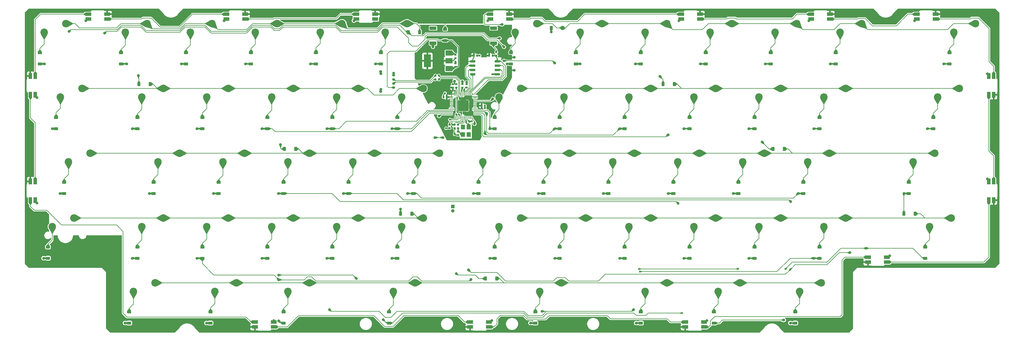
<source format=gbr>
%TF.GenerationSoftware,KiCad,Pcbnew,(7.0.0)*%
%TF.CreationDate,2023-06-17T11:14:13+09:00*%
%TF.ProjectId,Cr0wn60,43723077-6e36-4302-9e6b-696361645f70,rev?*%
%TF.SameCoordinates,Original*%
%TF.FileFunction,Copper,L2,Bot*%
%TF.FilePolarity,Positive*%
%FSLAX46Y46*%
G04 Gerber Fmt 4.6, Leading zero omitted, Abs format (unit mm)*
G04 Created by KiCad (PCBNEW (7.0.0)) date 2023-06-17 11:14:13*
%MOMM*%
%LPD*%
G01*
G04 APERTURE LIST*
G04 Aperture macros list*
%AMRoundRect*
0 Rectangle with rounded corners*
0 $1 Rounding radius*
0 $2 $3 $4 $5 $6 $7 $8 $9 X,Y pos of 4 corners*
0 Add a 4 corners polygon primitive as box body*
4,1,4,$2,$3,$4,$5,$6,$7,$8,$9,$2,$3,0*
0 Add four circle primitives for the rounded corners*
1,1,$1+$1,$2,$3*
1,1,$1+$1,$4,$5*
1,1,$1+$1,$6,$7*
1,1,$1+$1,$8,$9*
0 Add four rect primitives between the rounded corners*
20,1,$1+$1,$2,$3,$4,$5,0*
20,1,$1+$1,$4,$5,$6,$7,0*
20,1,$1+$1,$6,$7,$8,$9,0*
20,1,$1+$1,$8,$9,$2,$3,0*%
G04 Aperture macros list end*
%TA.AperFunction,ComponentPad*%
%ADD10C,2.200000*%
%TD*%
%TA.AperFunction,SMDPad,CuDef*%
%ADD11RoundRect,0.225000X0.375000X-0.225000X0.375000X0.225000X-0.375000X0.225000X-0.375000X-0.225000X0*%
%TD*%
%TA.AperFunction,SMDPad,CuDef*%
%ADD12R,1.000000X1.700000*%
%TD*%
%TA.AperFunction,SMDPad,CuDef*%
%ADD13RoundRect,0.225000X0.225000X0.375000X-0.225000X0.375000X-0.225000X-0.375000X0.225000X-0.375000X0*%
%TD*%
%TA.AperFunction,SMDPad,CuDef*%
%ADD14RoundRect,0.150000X0.650000X0.150000X-0.650000X0.150000X-0.650000X-0.150000X0.650000X-0.150000X0*%
%TD*%
%TA.AperFunction,SMDPad,CuDef*%
%ADD15R,1.700000X1.000000*%
%TD*%
%TA.AperFunction,SMDPad,CuDef*%
%ADD16RoundRect,0.140000X-0.140000X-0.170000X0.140000X-0.170000X0.140000X0.170000X-0.140000X0.170000X0*%
%TD*%
%TA.AperFunction,SMDPad,CuDef*%
%ADD17R,2.000000X1.500000*%
%TD*%
%TA.AperFunction,SMDPad,CuDef*%
%ADD18R,2.000000X3.800000*%
%TD*%
%TA.AperFunction,SMDPad,CuDef*%
%ADD19RoundRect,0.105000X-0.895000X0.420000X-0.895000X-0.420000X0.895000X-0.420000X0.895000X0.420000X0*%
%TD*%
%TA.AperFunction,SMDPad,CuDef*%
%ADD20RoundRect,0.135000X-0.135000X-0.185000X0.135000X-0.185000X0.135000X0.185000X-0.135000X0.185000X0*%
%TD*%
%TA.AperFunction,SMDPad,CuDef*%
%ADD21RoundRect,0.140000X0.170000X-0.140000X0.170000X0.140000X-0.170000X0.140000X-0.170000X-0.140000X0*%
%TD*%
%TA.AperFunction,SMDPad,CuDef*%
%ADD22RoundRect,0.140000X-0.170000X0.140000X-0.170000X-0.140000X0.170000X-0.140000X0.170000X0.140000X0*%
%TD*%
%TA.AperFunction,ComponentPad*%
%ADD23R,1.000000X1.000000*%
%TD*%
%TA.AperFunction,ComponentPad*%
%ADD24O,1.000000X1.000000*%
%TD*%
%TA.AperFunction,SMDPad,CuDef*%
%ADD25RoundRect,0.135000X-0.185000X0.135000X-0.185000X-0.135000X0.185000X-0.135000X0.185000X0.135000X0*%
%TD*%
%TA.AperFunction,SMDPad,CuDef*%
%ADD26RoundRect,0.150000X0.275000X-0.150000X0.275000X0.150000X-0.275000X0.150000X-0.275000X-0.150000X0*%
%TD*%
%TA.AperFunction,SMDPad,CuDef*%
%ADD27RoundRect,0.175000X0.225000X-0.175000X0.225000X0.175000X-0.225000X0.175000X-0.225000X-0.175000X0*%
%TD*%
%TA.AperFunction,SMDPad,CuDef*%
%ADD28RoundRect,0.140000X0.140000X0.170000X-0.140000X0.170000X-0.140000X-0.170000X0.140000X-0.170000X0*%
%TD*%
%TA.AperFunction,SMDPad,CuDef*%
%ADD29RoundRect,0.050000X0.387500X0.050000X-0.387500X0.050000X-0.387500X-0.050000X0.387500X-0.050000X0*%
%TD*%
%TA.AperFunction,SMDPad,CuDef*%
%ADD30RoundRect,0.050000X0.050000X0.387500X-0.050000X0.387500X-0.050000X-0.387500X0.050000X-0.387500X0*%
%TD*%
%TA.AperFunction,SMDPad,CuDef*%
%ADD31R,3.200000X3.200000*%
%TD*%
%TA.AperFunction,SMDPad,CuDef*%
%ADD32RoundRect,0.225000X-0.375000X0.225000X-0.375000X-0.225000X0.375000X-0.225000X0.375000X0.225000X0*%
%TD*%
%TA.AperFunction,SMDPad,CuDef*%
%ADD33R,1.200000X1.400000*%
%TD*%
%TA.AperFunction,SMDPad,CuDef*%
%ADD34RoundRect,0.135000X0.135000X0.185000X-0.135000X0.185000X-0.135000X-0.185000X0.135000X-0.185000X0*%
%TD*%
%TA.AperFunction,ViaPad*%
%ADD35C,0.800000*%
%TD*%
%TA.AperFunction,ViaPad*%
%ADD36C,0.600000*%
%TD*%
%TA.AperFunction,Conductor*%
%ADD37C,0.200000*%
%TD*%
%TA.AperFunction,Conductor*%
%ADD38C,0.250000*%
%TD*%
G04 APERTURE END LIST*
D10*
%TO.P,SW23,1,1*%
%TO.N,Net-(DK23-A)*%
X39052500Y-16510000D03*
%TO.P,SW23,2,2*%
%TO.N,Net-(DR2-K)*%
X45402500Y-13970000D03*
%TD*%
%TO.P,SW37,1,1*%
%TO.N,Net-(DK37-A)*%
X253365000Y-16510000D03*
%TO.P,SW37,2,2*%
%TO.N,Net-(DR3-K)*%
X259715000Y-13970000D03*
%TD*%
%TO.P,SW56,1,1*%
%TO.N,Net-(DK56-A)*%
X215265000Y-35560000D03*
%TO.P,SW56,2,2*%
%TO.N,Net-(DR5-K)*%
X221615000Y-33020000D03*
%TD*%
%TO.P,SW45,1,1*%
%TO.N,Net-(DK45-A)*%
X81915000Y-35560000D03*
%TO.P,SW45,2,2*%
%TO.N,Net-(DR4-K)*%
X88265000Y-33020000D03*
%TD*%
%TO.P,SW3,1,1*%
%TO.N,Net-(DK3-A)*%
X34290000Y2540000D03*
%TO.P,SW3,2,2*%
%TO.N,Net-(DR0-K)*%
X40640000Y5080000D03*
%TD*%
%TO.P,SW57,1,1*%
%TO.N,Net-(DK57-A)*%
X246221250Y-35560000D03*
%TO.P,SW57,2,2*%
%TO.N,Net-(DR5-K)*%
X252571250Y-33020000D03*
%TD*%
%TO.P,SW62,1,1*%
%TO.N,Net-(DK62-A)*%
X39052500Y-54610000D03*
%TO.P,SW62,2,2*%
%TO.N,Net-(DR6-K)*%
X45402500Y-52070000D03*
%TD*%
%TO.P,SW81,1,1*%
%TO.N,Net-(DK81-A)*%
X41433750Y-73660000D03*
%TO.P,SW81,2,2*%
%TO.N,Net-(DR8-K)*%
X47783750Y-71120000D03*
%TD*%
%TO.P,SW16,1,1*%
%TO.N,Net-(DK16-A)*%
X224790000Y2540000D03*
%TO.P,SW16,2,2*%
%TO.N,Net-(DR1-K)*%
X231140000Y5080000D03*
%TD*%
%TO.P,SW30,1,1*%
%TO.N,Net-(DK30-A)*%
X124777500Y-16510000D03*
%TO.P,SW30,2,2*%
%TO.N,Net-(DR3-K)*%
X131127500Y-13970000D03*
%TD*%
%TO.P,SW85,1,1*%
%TO.N,Net-(DK85-A)*%
X167640000Y-73660000D03*
%TO.P,SW85,2,2*%
%TO.N,Net-(DR8-K)*%
X173990000Y-71120000D03*
%TD*%
%TO.P,SW13,1,1*%
%TO.N,Net-(DK13-A)*%
X167640000Y2540000D03*
%TO.P,SW13,2,2*%
%TO.N,Net-(DR1-K)*%
X173990000Y5080000D03*
%TD*%
%TO.P,SW70,1,1*%
%TO.N,Net-(DK70-A)*%
X124777500Y-54610000D03*
%TO.P,SW70,2,2*%
%TO.N,Net-(DR7-K)*%
X131127500Y-52070000D03*
%TD*%
%TO.P,SW73,1,1*%
%TO.N,Net-(DK73-A)*%
X181927500Y-54610000D03*
%TO.P,SW73,2,2*%
%TO.N,Net-(DR7-K)*%
X188277500Y-52070000D03*
%TD*%
%TO.P,SW14,1,1*%
%TO.N,Net-(DK14-A)*%
X186690000Y2540000D03*
%TO.P,SW14,2,2*%
%TO.N,Net-(DR1-K)*%
X193040000Y5080000D03*
%TD*%
%TO.P,SW36,1,1*%
%TO.N,Net-(DK36-A)*%
X220027500Y-16510000D03*
%TO.P,SW36,2,2*%
%TO.N,Net-(DR3-K)*%
X226377500Y-13970000D03*
%TD*%
%TO.P,SW75,1,1*%
%TO.N,Net-(DK75-A)*%
X220027500Y-54610000D03*
%TO.P,SW75,2,2*%
%TO.N,Net-(DR7-K)*%
X226377500Y-52070000D03*
%TD*%
%TO.P,SW32,1,1*%
%TO.N,Net-(DK32-A)*%
X162877500Y-16510000D03*
%TO.P,SW32,2,2*%
%TO.N,Net-(DR3-K)*%
X169227500Y-13970000D03*
%TD*%
%TO.P,SW34,1,1*%
%TO.N,Net-(DK34-A)*%
X181927500Y-16510000D03*
%TO.P,SW34,2,2*%
%TO.N,Net-(DR3-K)*%
X188277500Y-13970000D03*
%TD*%
%TO.P,SW71,1,1*%
%TO.N,Net-(DK71-A)*%
X143827500Y-54610000D03*
%TO.P,SW71,2,2*%
%TO.N,Net-(DR7-K)*%
X150177500Y-52070000D03*
%TD*%
%TO.P,SW1,1,1*%
%TO.N,Net-(DK1-A)*%
X-8572500Y2540000D03*
%TO.P,SW1,2,2*%
%TO.N,Net-(DR0-K)*%
X-2222500Y5080000D03*
%TD*%
%TO.P,SW72,1,1*%
%TO.N,Net-(DK72-A)*%
X162877500Y-54610000D03*
%TO.P,SW72,2,2*%
%TO.N,Net-(DR7-K)*%
X169227500Y-52070000D03*
%TD*%
%TO.P,SW82,1,1*%
%TO.N,Net-(DK82-A)*%
X62865000Y-73660000D03*
%TO.P,SW82,2,2*%
%TO.N,Net-(DR8-K)*%
X69215000Y-71120000D03*
%TD*%
%TO.P,SW42,1,1*%
%TO.N,Net-(DK42-A)*%
X43815000Y-35560000D03*
%TO.P,SW42,2,2*%
%TO.N,Net-(DR4-K)*%
X50165000Y-33020000D03*
%TD*%
%TO.P,SW87,1,1*%
%TO.N,Net-(DK87-A)*%
X212883750Y-73660000D03*
%TO.P,SW87,2,2*%
%TO.N,Net-(DR8-K)*%
X219233750Y-71120000D03*
%TD*%
%TO.P,SW63,1,1*%
%TO.N,Net-(DK63-A)*%
X58102500Y-54610000D03*
%TO.P,SW63,2,2*%
%TO.N,Net-(DR6-K)*%
X64452500Y-52070000D03*
%TD*%
%TO.P,SW46,1,1*%
%TO.N,Net-(DK46-A)*%
X100965000Y-35560000D03*
%TO.P,SW46,2,2*%
%TO.N,Net-(DR4-K)*%
X107315000Y-33020000D03*
%TD*%
%TO.P,SW41,1,1*%
%TO.N,Net-(DK41-A)*%
X24765000Y-35560000D03*
%TO.P,SW41,2,2*%
%TO.N,Net-(DR4-K)*%
X31115000Y-33020000D03*
%TD*%
%TO.P,SW12,1,1*%
%TO.N,Net-(DK12-A)*%
X148590000Y2540000D03*
%TO.P,SW12,2,2*%
%TO.N,Net-(DR1-K)*%
X154940000Y5080000D03*
%TD*%
%TO.P,SW54,1,1*%
%TO.N,Net-(DK54-A)*%
X196215000Y-35560000D03*
%TO.P,SW54,2,2*%
%TO.N,Net-(DR5-K)*%
X202565000Y-33020000D03*
%TD*%
%TO.P,SW24,1,1*%
%TO.N,Net-(DK24-A)*%
X58102500Y-16510000D03*
%TO.P,SW24,2,2*%
%TO.N,Net-(DR2-K)*%
X64452500Y-13970000D03*
%TD*%
%TO.P,SW65,1,1*%
%TO.N,Net-(DK65-A)*%
X96202500Y-54610000D03*
%TO.P,SW65,2,2*%
%TO.N,Net-(DR6-K)*%
X102552500Y-52070000D03*
%TD*%
%TO.P,SW51,1,1*%
%TO.N,Net-(DK51-A)*%
X139065000Y-35560000D03*
%TO.P,SW51,2,2*%
%TO.N,Net-(DR5-K)*%
X145415000Y-33020000D03*
%TD*%
%TO.P,SW2,1,1*%
%TO.N,Net-(DK2-A)*%
X15240000Y2540000D03*
%TO.P,SW2,2,2*%
%TO.N,Net-(DR0-K)*%
X21590000Y5080000D03*
%TD*%
%TO.P,SW17,1,1*%
%TO.N,Net-(DK17-A)*%
X258127500Y2540000D03*
%TO.P,SW17,2,2*%
%TO.N,Net-(DR1-K)*%
X264477500Y5080000D03*
%TD*%
%TO.P,SW84,1,1*%
%TO.N,Net-(DK84-A)*%
X136683750Y-73660000D03*
%TO.P,SW84,2,2*%
%TO.N,Net-(DR8-K)*%
X143033750Y-71120000D03*
%TD*%
%TO.P,SW43,1,1*%
%TO.N,Net-(DK43-A)*%
X62865000Y-35560000D03*
%TO.P,SW43,2,2*%
%TO.N,Net-(DR4-K)*%
X69215000Y-33020000D03*
%TD*%
%TO.P,SW86,1,1*%
%TO.N,Net-(DK86-A)*%
X189071250Y-73660000D03*
%TO.P,SW86,2,2*%
%TO.N,Net-(DR8-K)*%
X195421250Y-71120000D03*
%TD*%
%TO.P,SW26,1,1*%
%TO.N,Net-(DK26-A)*%
X96202500Y-16510000D03*
%TO.P,SW26,2,2*%
%TO.N,Net-(DR2-K)*%
X102552500Y-13970000D03*
%TD*%
%TO.P,SW61,1,1*%
%TO.N,Net-(DK61-A)*%
X20002500Y-54610000D03*
%TO.P,SW61,2,2*%
%TO.N,Net-(DR6-K)*%
X26352500Y-52070000D03*
%TD*%
%TO.P,SW52,1,1*%
%TO.N,Net-(DK52-A)*%
X158115000Y-35560000D03*
%TO.P,SW52,2,2*%
%TO.N,Net-(DR5-K)*%
X164465000Y-33020000D03*
%TD*%
%TO.P,SW25,1,1*%
%TO.N,Net-(DK25-A)*%
X77152500Y-16510000D03*
%TO.P,SW25,2,2*%
%TO.N,Net-(DR2-K)*%
X83502500Y-13970000D03*
%TD*%
%TO.P,SW4,1,1*%
%TO.N,Net-(DK4-A)*%
X53340000Y2540000D03*
%TO.P,SW4,2,2*%
%TO.N,Net-(DR0-K)*%
X59690000Y5080000D03*
%TD*%
%TO.P,SW21,1,1*%
%TO.N,Net-(DK21-A)*%
X20002500Y-16510000D03*
%TO.P,SW21,2,2*%
%TO.N,Net-(DR2-K)*%
X26352500Y-13970000D03*
%TD*%
%TO.P,SW60,1,1*%
%TO.N,Net-(DK60-A)*%
X-6191250Y-54610000D03*
%TO.P,SW60,2,2*%
%TO.N,Net-(DR6-K)*%
X158750Y-52070000D03*
%TD*%
%TO.P,SW6,1,1*%
%TO.N,Net-(DK6-A)*%
X91440000Y2540000D03*
%TO.P,SW6,2,2*%
%TO.N,Net-(DR0-K)*%
X97790000Y5080000D03*
%TD*%
%TO.P,SW20,1,1*%
%TO.N,Net-(DK20-A)*%
X-3810000Y-16510000D03*
%TO.P,SW20,2,2*%
%TO.N,Net-(DR2-K)*%
X2540000Y-13970000D03*
%TD*%
%TO.P,SW40,1,1*%
%TO.N,Net-(DK40-A)*%
X-1428750Y-35560000D03*
%TO.P,SW40,2,2*%
%TO.N,Net-(DR4-K)*%
X4921250Y-33020000D03*
%TD*%
%TO.P,SW50,1,1*%
%TO.N,Net-(DK50-A)*%
X120015000Y-35560000D03*
%TO.P,SW50,2,2*%
%TO.N,Net-(DR5-K)*%
X126365000Y-33020000D03*
%TD*%
%TO.P,SW5,1,1*%
%TO.N,Net-(DK5-A)*%
X72390000Y2540000D03*
%TO.P,SW5,2,2*%
%TO.N,Net-(DR0-K)*%
X78740000Y5080000D03*
%TD*%
%TO.P,SW74,1,1*%
%TO.N,Net-(DK74-A)*%
X200977500Y-54610000D03*
%TO.P,SW74,2,2*%
%TO.N,Net-(DR7-K)*%
X207327500Y-52070000D03*
%TD*%
%TO.P,SW76,1,1*%
%TO.N,Net-(DK76-A)*%
X250983750Y-54610000D03*
%TO.P,SW76,2,2*%
%TO.N,Net-(DR7-K)*%
X257333750Y-52070000D03*
%TD*%
%TO.P,SW53,1,1*%
%TO.N,Net-(DK53-A)*%
X177165000Y-35560000D03*
%TO.P,SW53,2,2*%
%TO.N,Net-(DR5-K)*%
X183515000Y-33020000D03*
%TD*%
%TO.P,SW35,1,1*%
%TO.N,Net-(DK35-A)*%
X200977500Y-16510000D03*
%TO.P,SW35,2,2*%
%TO.N,Net-(DR3-K)*%
X207327500Y-13970000D03*
%TD*%
%TO.P,SW80,1,1*%
%TO.N,Net-(DK80-A)*%
X17621250Y-73660000D03*
%TO.P,SW80,2,2*%
%TO.N,Net-(DR8-K)*%
X23971250Y-71120000D03*
%TD*%
%TO.P,SW83,1,1*%
%TO.N,Net-(DK83-A)*%
X93821250Y-73660000D03*
%TO.P,SW83,2,2*%
%TO.N,Net-(DR8-K)*%
X100171250Y-71120000D03*
%TD*%
%TO.P,SW10,1,1*%
%TO.N,Net-(DK10-A)*%
X129540000Y2540000D03*
%TO.P,SW10,2,2*%
%TO.N,Net-(DR1-K)*%
X135890000Y5080000D03*
%TD*%
%TO.P,SW31,1,1*%
%TO.N,Net-(DK31-A)*%
X143827500Y-16510000D03*
%TO.P,SW31,2,2*%
%TO.N,Net-(DR3-K)*%
X150177500Y-13970000D03*
%TD*%
%TO.P,SW64,1,1*%
%TO.N,Net-(DK64-A)*%
X77152500Y-54610000D03*
%TO.P,SW64,2,2*%
%TO.N,Net-(DR6-K)*%
X83502500Y-52070000D03*
%TD*%
%TO.P,SW15,1,1*%
%TO.N,Net-(DK15-A)*%
X205740000Y2540000D03*
%TO.P,SW15,2,2*%
%TO.N,Net-(DR1-K)*%
X212090000Y5080000D03*
%TD*%
D11*
%TO.P,DK30,1,K*%
%TO.N,/P0*%
X123507499Y-25780000D03*
%TO.P,DK30,2,A*%
%TO.N,Net-(DK30-A)*%
X123507499Y-22480000D03*
%TD*%
D12*
%TO.P,LED11,1,V*%
%TO.N,/VDDLED*%
X269781249Y-15846874D03*
%TO.P,LED11,2,O*%
%TO.N,Net-(LED10-I)*%
X268381249Y-15846874D03*
%TO.P,LED11,3,G*%
%TO.N,GND*%
X268381249Y-10346874D03*
%TO.P,LED11,4,I*%
%TO.N,Net-(LED11-I)*%
X269781249Y-10346874D03*
%TD*%
D11*
%TO.P,DK5,1,K*%
%TO.N,/P5*%
X71120000Y-6730000D03*
%TO.P,DK5,2,A*%
%TO.N,Net-(DK5-A)*%
X71120000Y-3430000D03*
%TD*%
%TO.P,DK32,1,K*%
%TO.N,/P2*%
X161607500Y-25780000D03*
%TO.P,DK32,2,A*%
%TO.N,Net-(DK32-A)*%
X161607500Y-22480000D03*
%TD*%
D13*
%TO.P,DR7,1,K*%
%TO.N,Net-(DR7-K)*%
X246760000Y-50800000D03*
%TO.P,DR7,2,A*%
%TO.N,/P7*%
X243460000Y-50800000D03*
%TD*%
D11*
%TO.P,DK84,1,K*%
%TO.N,/P4*%
X135413750Y-82930000D03*
%TO.P,DK84,2,A*%
%TO.N,Net-(DK84-A)*%
X135413750Y-79630000D03*
%TD*%
%TO.P,DK60,1,K*%
%TO.N,/P0*%
X-7461250Y-63880000D03*
%TO.P,DK60,2,A*%
%TO.N,Net-(DK60-A)*%
X-7461250Y-60580000D03*
%TD*%
%TO.P,DK87,1,K*%
%TO.N,/P7*%
X211613749Y-82930000D03*
%TO.P,DK87,2,A*%
%TO.N,Net-(DK87-A)*%
X211613749Y-79630000D03*
%TD*%
%TO.P,DK71,1,K*%
%TO.N,/P1*%
X142557500Y-63880000D03*
%TO.P,DK71,2,A*%
%TO.N,Net-(DK71-A)*%
X142557500Y-60580000D03*
%TD*%
%TO.P,DK17,1,K*%
%TO.N,/P7*%
X256857500Y-6730000D03*
%TO.P,DK17,2,A*%
%TO.N,Net-(DK17-A)*%
X256857500Y-3430000D03*
%TD*%
%TO.P,DK34,1,K*%
%TO.N,/P4*%
X180657500Y-25780000D03*
%TO.P,DK34,2,A*%
%TO.N,Net-(DK34-A)*%
X180657500Y-22480000D03*
%TD*%
%TO.P,DK51,1,K*%
%TO.N,/P1*%
X137795000Y-44830000D03*
%TO.P,DK51,2,A*%
%TO.N,Net-(DK51-A)*%
X137795000Y-41530000D03*
%TD*%
%TO.P,DK75,1,K*%
%TO.N,/P5*%
X218757500Y-63880000D03*
%TO.P,DK75,2,A*%
%TO.N,Net-(DK75-A)*%
X218757500Y-60580000D03*
%TD*%
%TO.P,DK20,1,K*%
%TO.N,/P0*%
X-5080000Y-25780000D03*
%TO.P,DK20,2,A*%
%TO.N,Net-(DK20-A)*%
X-5080000Y-22480000D03*
%TD*%
%TO.P,DK81,1,K*%
%TO.N,/P1*%
X40163750Y-82930000D03*
%TO.P,DK81,2,A*%
%TO.N,Net-(DK81-A)*%
X40163750Y-79630000D03*
%TD*%
D14*
%TO.P,U2,1,~{CS}*%
%TO.N,/MCU/QSPI_SS*%
X124250000Y-5969000D03*
%TO.P,U2,2,DO(IO1)*%
%TO.N,/MCU/QSPI_D1*%
X124250000Y-7239000D03*
%TO.P,U2,3,IO2*%
%TO.N,/MCU/QSPI_D2*%
X124250000Y-8509000D03*
%TO.P,U2,4,GND*%
%TO.N,GND*%
X124250000Y-9779000D03*
%TO.P,U2,5,DI(IO0)*%
%TO.N,/MCU/QSPI_D0*%
X117050000Y-9779000D03*
%TO.P,U2,6,CLK*%
%TO.N,/MCU/QSPI_CLK*%
X117050000Y-8509000D03*
%TO.P,U2,7,IO3*%
%TO.N,/MCU/QSPI_D3*%
X117050000Y-7239000D03*
%TO.P,U2,8,VCC*%
%TO.N,+3V3*%
X117050000Y-5969000D03*
%TD*%
D11*
%TO.P,DK54,1,K*%
%TO.N,/P4*%
X194945000Y-44830000D03*
%TO.P,DK54,2,A*%
%TO.N,Net-(DK54-A)*%
X194945000Y-41530000D03*
%TD*%
%TO.P,DK76,1,K*%
%TO.N,/P6*%
X249713750Y-63880000D03*
%TO.P,DK76,2,A*%
%TO.N,Net-(DK76-A)*%
X249713750Y-60580000D03*
%TD*%
%TO.P,DK2,1,K*%
%TO.N,/P2*%
X13970000Y-6730000D03*
%TO.P,DK2,2,A*%
%TO.N,Net-(DK2-A)*%
X13970000Y-3430000D03*
%TD*%
%TO.P,DK31,1,K*%
%TO.N,/P1*%
X142557500Y-25780000D03*
%TO.P,DK31,2,A*%
%TO.N,Net-(DK31-A)*%
X142557500Y-22480000D03*
%TD*%
D15*
%TO.P,LED2,1,V*%
%TO.N,/VDDLED*%
X50374999Y7843749D03*
%TO.P,LED2,2,O*%
%TO.N,Net-(LED1-I)*%
X50374999Y6443749D03*
%TO.P,LED2,3,G*%
%TO.N,GND*%
X44874999Y6443749D03*
%TO.P,LED2,4,I*%
%TO.N,Net-(LED2-I)*%
X44874999Y7843749D03*
%TD*%
%TO.P,LED3,1,V*%
%TO.N,/VDDLED*%
X9893749Y7843749D03*
%TO.P,LED3,2,O*%
%TO.N,Net-(LED2-I)*%
X9893749Y6443749D03*
%TO.P,LED3,3,G*%
%TO.N,GND*%
X4393749Y6443749D03*
%TO.P,LED3,4,I*%
%TO.N,Net-(LED3-I)*%
X4393749Y7843749D03*
%TD*%
D16*
%TO.P,C1,1*%
%TO.N,+3V3*%
X119662000Y-19050000D03*
%TO.P,C1,2*%
%TO.N,GND*%
X120622000Y-19050000D03*
%TD*%
D11*
%TO.P,DK63,1,K*%
%TO.N,/P3*%
X56832500Y-63880000D03*
%TO.P,DK63,2,A*%
%TO.N,Net-(DK63-A)*%
X56832500Y-60580000D03*
%TD*%
%TO.P,DK57,1,K*%
%TO.N,/P7*%
X244951250Y-44830000D03*
%TO.P,DK57,2,A*%
%TO.N,Net-(DK57-A)*%
X244951250Y-41530000D03*
%TD*%
D15*
%TO.P,LED12,1,V*%
%TO.N,/VDDLED*%
X252781249Y7843749D03*
%TO.P,LED12,2,O*%
%TO.N,Net-(LED11-I)*%
X252781249Y6443749D03*
%TO.P,LED12,3,G*%
%TO.N,GND*%
X247281249Y6443749D03*
%TO.P,LED12,4,I*%
%TO.N,Net-(LED12-I)*%
X247281249Y7843749D03*
%TD*%
D17*
%TO.P,U1,1,ADJ*%
%TO.N,GND*%
X110083999Y-3541999D03*
%TO.P,U1,2,VO*%
%TO.N,+3V3*%
X110083999Y-5841999D03*
D18*
X103783999Y-5841999D03*
D17*
%TO.P,U1,3,VI*%
%TO.N,+5V*%
X110083999Y-8141999D03*
%TD*%
D15*
%TO.P,LED13,1,V*%
%TO.N,/VDDLED*%
X221824999Y7843749D03*
%TO.P,LED13,2,O*%
%TO.N,Net-(LED12-I)*%
X221824999Y6443749D03*
%TO.P,LED13,3,G*%
%TO.N,GND*%
X216324999Y6443749D03*
%TO.P,LED13,4,I*%
%TO.N,Net-(LED13-I)*%
X216324999Y7843749D03*
%TD*%
%TO.P,LED7,1,V*%
%TO.N,/VDDLED*%
X116312499Y-84043749D03*
%TO.P,LED7,2,O*%
%TO.N,Net-(LED6-I)*%
X116312499Y-82643749D03*
%TO.P,LED7,3,G*%
%TO.N,GND*%
X121812499Y-82643749D03*
%TO.P,LED7,4,I*%
%TO.N,Net-(LED7-I)*%
X121812499Y-84043749D03*
%TD*%
D11*
%TO.P,DK46,1,K*%
%TO.N,/P6*%
X99695000Y-44830000D03*
%TO.P,DK46,2,A*%
%TO.N,Net-(DK46-A)*%
X99695000Y-41530000D03*
%TD*%
D19*
%TO.P,SWR1,1,1*%
%TO.N,GND*%
X123190000Y3749000D03*
%TO.P,SWR1,2,2*%
%TO.N,/MCU/BOOTSEL*%
X123190000Y-701000D03*
%TD*%
D13*
%TO.P,DR0,1,K*%
%TO.N,Net-(DR0-K)*%
X101472000Y2540000D03*
%TO.P,DR0,2,A*%
%TO.N,/P0*%
X98172000Y2540000D03*
%TD*%
D11*
%TO.P,DK3,1,K*%
%TO.N,/P3*%
X33020000Y-6730000D03*
%TO.P,DK3,2,A*%
%TO.N,Net-(DK3-A)*%
X33020000Y-3430000D03*
%TD*%
D13*
%TO.P,DR2,1,K*%
%TO.N,Net-(DR2-K)*%
X22478000Y-12700000D03*
%TO.P,DR2,2,A*%
%TO.N,/P2*%
X19178000Y-12700000D03*
%TD*%
D20*
%TO.P,R3,1*%
%TO.N,+3V3*%
X121918000Y-4318000D03*
%TO.P,R3,2*%
%TO.N,/MCU/QSPI_SS*%
X122938000Y-4318000D03*
%TD*%
D11*
%TO.P,DK85,1,K*%
%TO.N,/P5*%
X166370000Y-82930000D03*
%TO.P,DK85,2,A*%
%TO.N,Net-(DK85-A)*%
X166370000Y-79630000D03*
%TD*%
%TO.P,DK82,1,K*%
%TO.N,/P2*%
X61595000Y-82930000D03*
%TO.P,DK82,2,A*%
%TO.N,Net-(DK82-A)*%
X61595000Y-79630000D03*
%TD*%
%TO.P,DK26,1,K*%
%TO.N,/P6*%
X94932500Y-25780000D03*
%TO.P,DK26,2,A*%
%TO.N,Net-(DK26-A)*%
X94932500Y-22480000D03*
%TD*%
%TO.P,DK21,1,K*%
%TO.N,/P1*%
X18732500Y-25780000D03*
%TO.P,DK21,2,A*%
%TO.N,Net-(DK21-A)*%
X18732500Y-22480000D03*
%TD*%
%TO.P,DK14,1,K*%
%TO.N,/P4*%
X185420000Y-6730000D03*
%TO.P,DK14,2,A*%
%TO.N,Net-(DK14-A)*%
X185420000Y-3430000D03*
%TD*%
D21*
%TO.P,C10,1*%
%TO.N,+3V3*%
X112014000Y-5052000D03*
%TO.P,C10,2*%
%TO.N,GND*%
X112014000Y-4092000D03*
%TD*%
%TO.P,C4,1*%
%TO.N,+3V3*%
X114046000Y-13688000D03*
%TO.P,C4,2*%
%TO.N,GND*%
X114046000Y-12728000D03*
%TD*%
D19*
%TO.P,SWR0,1,1*%
%TO.N,GND*%
X105410000Y3749000D03*
%TO.P,SWR0,2,2*%
%TO.N,/MCU/RUN*%
X105410000Y-701000D03*
%TD*%
D15*
%TO.P,LED14,1,V*%
%TO.N,/VDDLED*%
X183724999Y7843749D03*
%TO.P,LED14,2,O*%
%TO.N,Net-(LED13-I)*%
X183724999Y6443749D03*
%TO.P,LED14,3,G*%
%TO.N,GND*%
X178224999Y6443749D03*
%TO.P,LED14,4,I*%
%TO.N,Net-(LED14-I)*%
X178224999Y7843749D03*
%TD*%
%TO.P,LED8,1,V*%
%TO.N,/VDDLED*%
X179415624Y-84043749D03*
%TO.P,LED8,2,O*%
%TO.N,Net-(LED7-I)*%
X179415624Y-82643749D03*
%TO.P,LED8,3,G*%
%TO.N,GND*%
X184915624Y-82643749D03*
%TO.P,LED8,4,I*%
%TO.N,Net-(LED8-I)*%
X184915624Y-84043749D03*
%TD*%
D12*
%TO.P,LED5,1,V*%
%TO.N,/VDDLED*%
X-12606249Y-41303124D03*
%TO.P,LED5,2,O*%
%TO.N,Net-(LED4-I)*%
X-11206249Y-41303124D03*
%TO.P,LED5,3,G*%
%TO.N,GND*%
X-11206249Y-46803124D03*
%TO.P,LED5,4,I*%
%TO.N,Net-(LED5-I)*%
X-12606249Y-46803124D03*
%TD*%
D13*
%TO.P,DR5,1,K*%
%TO.N,Net-(DR5-K)*%
X208406000Y-31750000D03*
%TO.P,DR5,2,A*%
%TO.N,/P5*%
X205106000Y-31750000D03*
%TD*%
D11*
%TO.P,DK12,1,K*%
%TO.N,/P2*%
X147320000Y-6730000D03*
%TO.P,DK12,2,A*%
%TO.N,Net-(DK12-A)*%
X147320000Y-3430000D03*
%TD*%
D16*
%TO.P,C11,1*%
%TO.N,+3V3*%
X117376000Y-4318000D03*
%TO.P,C11,2*%
%TO.N,GND*%
X118336000Y-4318000D03*
%TD*%
D13*
%TO.P,DR8,1,K*%
%TO.N,Net-(DR8-K)*%
X124078000Y-69850000D03*
%TO.P,DR8,2,A*%
%TO.N,/P8*%
X120778000Y-69850000D03*
%TD*%
D11*
%TO.P,DK52,1,K*%
%TO.N,/P2*%
X156845000Y-44830000D03*
%TO.P,DK52,2,A*%
%TO.N,Net-(DK52-A)*%
X156845000Y-41530000D03*
%TD*%
%TO.P,DK62,1,K*%
%TO.N,/P2*%
X37782500Y-63880000D03*
%TO.P,DK62,2,A*%
%TO.N,Net-(DK62-A)*%
X37782500Y-60580000D03*
%TD*%
D22*
%TO.P,C8,1*%
%TO.N,+1V1*%
X110300000Y-24666000D03*
%TO.P,C8,2*%
%TO.N,GND*%
X110300000Y-25626000D03*
%TD*%
D13*
%TO.P,DR1,1,K*%
%TO.N,Net-(DR1-K)*%
X143382000Y3810000D03*
%TO.P,DR1,2,A*%
%TO.N,/P1*%
X140082000Y3810000D03*
%TD*%
D23*
%TO.P,J2,1,Pin_1*%
%TO.N,/MCU/SWC*%
X111226999Y-48650999D03*
D24*
%TO.P,J2,2,Pin_2*%
%TO.N,/MCU/SWD*%
X111226999Y-49920999D03*
%TD*%
D15*
%TO.P,LED1,1,V*%
%TO.N,/VDDLED*%
X88474999Y7843749D03*
%TO.P,LED1,2,O*%
%TO.N,unconnected-(LED1-O-Pad2)*%
X88474999Y6443749D03*
%TO.P,LED1,3,G*%
%TO.N,GND*%
X82974999Y6443749D03*
%TO.P,LED1,4,I*%
%TO.N,Net-(LED1-I)*%
X82974999Y7843749D03*
%TD*%
D16*
%TO.P,C12,1*%
%TO.N,/MCU/XIN*%
X115090000Y-23700000D03*
%TO.P,C12,2*%
%TO.N,GND*%
X116050000Y-23700000D03*
%TD*%
D11*
%TO.P,DK65,1,K*%
%TO.N,/P5*%
X94932500Y-63880000D03*
%TO.P,DK65,2,A*%
%TO.N,Net-(DK65-A)*%
X94932500Y-60580000D03*
%TD*%
%TO.P,DK74,1,K*%
%TO.N,/P4*%
X199707500Y-63880000D03*
%TO.P,DK74,2,A*%
%TO.N,Net-(DK74-A)*%
X199707500Y-60580000D03*
%TD*%
D15*
%TO.P,LED9,1,V*%
%TO.N,/VDDLED*%
X232993749Y-64993749D03*
%TO.P,LED9,2,O*%
%TO.N,Net-(LED8-I)*%
X232993749Y-63593749D03*
%TO.P,LED9,3,G*%
%TO.N,GND*%
X238493749Y-63593749D03*
%TO.P,LED9,4,I*%
%TO.N,Net-(LED10-O)*%
X238493749Y-64993749D03*
%TD*%
D22*
%TO.P,C13,1*%
%TO.N,Net-(C13-Pad1)*%
X112776000Y-26698000D03*
%TO.P,C13,2*%
%TO.N,GND*%
X112776000Y-27658000D03*
%TD*%
D21*
%TO.P,C6,1*%
%TO.N,+3V3*%
X111252000Y-13688000D03*
%TO.P,C6,2*%
%TO.N,GND*%
X111252000Y-12728000D03*
%TD*%
D11*
%TO.P,DK41,1,K*%
%TO.N,/P1*%
X23495000Y-44830000D03*
%TO.P,DK41,2,A*%
%TO.N,Net-(DK41-A)*%
X23495000Y-41530000D03*
%TD*%
D22*
%TO.P,C2,1*%
%TO.N,+3V3*%
X111760000Y-24666000D03*
%TO.P,C2,2*%
%TO.N,GND*%
X111760000Y-25626000D03*
%TD*%
D11*
%TO.P,DK64,1,K*%
%TO.N,/P4*%
X75882500Y-63880000D03*
%TO.P,DK64,2,A*%
%TO.N,Net-(DK64-A)*%
X75882500Y-60580000D03*
%TD*%
%TO.P,DK35,1,K*%
%TO.N,/P5*%
X199707500Y-25780000D03*
%TO.P,DK35,2,A*%
%TO.N,Net-(DK35-A)*%
X199707500Y-22480000D03*
%TD*%
D13*
%TO.P,DR3,1,K*%
%TO.N,Net-(DR3-K)*%
X176148000Y-12700000D03*
%TO.P,DR3,2,A*%
%TO.N,/P3*%
X172848000Y-12700000D03*
%TD*%
D11*
%TO.P,DK10,1,K*%
%TO.N,/P0*%
X128269999Y-6730000D03*
%TO.P,DK10,2,A*%
%TO.N,Net-(DK10-A)*%
X128269999Y-3430000D03*
%TD*%
%TO.P,DK56,1,K*%
%TO.N,/P6*%
X213995000Y-44830000D03*
%TO.P,DK56,2,A*%
%TO.N,Net-(DK56-A)*%
X213995000Y-41530000D03*
%TD*%
D12*
%TO.P,LED10,1,V*%
%TO.N,/VDDLED*%
X269781249Y-46803124D03*
%TO.P,LED10,2,O*%
%TO.N,Net-(LED10-O)*%
X268381249Y-46803124D03*
%TO.P,LED10,3,G*%
%TO.N,GND*%
X268381249Y-41303124D03*
%TO.P,LED10,4,I*%
%TO.N,Net-(LED10-I)*%
X269781249Y-41303124D03*
%TD*%
D11*
%TO.P,DK6,1,K*%
%TO.N,/P6*%
X90170000Y-6730000D03*
%TO.P,DK6,2,A*%
%TO.N,Net-(DK6-A)*%
X90170000Y-3430000D03*
%TD*%
%TO.P,DK43,1,K*%
%TO.N,/P3*%
X61595000Y-44830000D03*
%TO.P,DK43,2,A*%
%TO.N,Net-(DK43-A)*%
X61595000Y-41530000D03*
%TD*%
%TO.P,DK61,1,K*%
%TO.N,/P1*%
X18732500Y-63880000D03*
%TO.P,DK61,2,A*%
%TO.N,Net-(DK61-A)*%
X18732500Y-60580000D03*
%TD*%
D13*
%TO.P,DR6,1,K*%
%TO.N,Net-(DR6-K)*%
X99186000Y-50800000D03*
%TO.P,DR6,2,A*%
%TO.N,/P6*%
X95886000Y-50800000D03*
%TD*%
D11*
%TO.P,DK42,1,K*%
%TO.N,/P2*%
X42545000Y-44830000D03*
%TO.P,DK42,2,A*%
%TO.N,Net-(DK42-A)*%
X42545000Y-41530000D03*
%TD*%
D25*
%TO.P,R4,1*%
%TO.N,/MCU/BOOTSEL*%
X123952000Y-3300000D03*
%TO.P,R4,2*%
%TO.N,/MCU/QSPI_SS*%
X123952000Y-4320000D03*
%TD*%
D11*
%TO.P,DK16,1,K*%
%TO.N,/P6*%
X223520000Y-6730000D03*
%TO.P,DK16,2,A*%
%TO.N,Net-(DK16-A)*%
X223520000Y-3430000D03*
%TD*%
%TO.P,DK80,1,K*%
%TO.N,/P0*%
X16351250Y-82930000D03*
%TO.P,DK80,2,A*%
%TO.N,Net-(DK80-A)*%
X16351250Y-79630000D03*
%TD*%
%TO.P,DK1,1,K*%
%TO.N,/P1*%
X-9842500Y-6730000D03*
%TO.P,DK1,2,A*%
%TO.N,Net-(DK1-A)*%
X-9842500Y-3430000D03*
%TD*%
D15*
%TO.P,LED6,1,V*%
%TO.N,/VDDLED*%
X53209374Y-84043749D03*
%TO.P,LED6,2,O*%
%TO.N,Net-(LED5-I)*%
X53209374Y-82643749D03*
%TO.P,LED6,3,G*%
%TO.N,GND*%
X58709374Y-82643749D03*
%TO.P,LED6,4,I*%
%TO.N,Net-(LED6-I)*%
X58709374Y-84043749D03*
%TD*%
D13*
%TO.P,DR4,1,K*%
%TO.N,Net-(DR4-K)*%
X65150000Y-31750000D03*
%TO.P,DR4,2,A*%
%TO.N,/P4*%
X61850000Y-31750000D03*
%TD*%
D11*
%TO.P,DK45,1,K*%
%TO.N,/P5*%
X80645000Y-44830000D03*
%TO.P,DK45,2,A*%
%TO.N,Net-(DK45-A)*%
X80645000Y-41530000D03*
%TD*%
D21*
%TO.P,C5,1*%
%TO.N,+1V1*%
X112268000Y-13688000D03*
%TO.P,C5,2*%
%TO.N,GND*%
X112268000Y-12728000D03*
%TD*%
D20*
%TO.P,R2,1*%
%TO.N,/MCU/USB_DN*%
X106106500Y-11303000D03*
%TO.P,R2,2*%
%TO.N,/MCU/MCU_DN*%
X107126500Y-11303000D03*
%TD*%
D15*
%TO.P,LED15,1,V*%
%TO.N,/VDDLED*%
X127765624Y7843749D03*
%TO.P,LED15,2,O*%
%TO.N,Net-(LED14-I)*%
X127765624Y6443749D03*
%TO.P,LED15,3,G*%
%TO.N,GND*%
X122265624Y6443749D03*
%TO.P,LED15,4,I*%
%TO.N,/LED*%
X122265624Y7843749D03*
%TD*%
D26*
%TO.P,J1,1,Pin_1*%
%TO.N,+5V*%
X93868750Y-13706250D03*
%TO.P,J1,2,Pin_2*%
%TO.N,/MCU/USB_DN*%
X93868750Y-12506250D03*
%TO.P,J1,3,Pin_3*%
%TO.N,/MCU/USB_DP*%
X93868750Y-11306250D03*
%TO.P,J1,4,Pin_4*%
%TO.N,GND*%
X93868750Y-10106250D03*
D27*
%TO.P,J1,MP,MountPin*%
X90093750Y-14856250D03*
X90093750Y-8956250D03*
%TD*%
D28*
%TO.P,C3,1*%
%TO.N,+3V3*%
X109446000Y-16510000D03*
%TO.P,C3,2*%
%TO.N,GND*%
X108486000Y-16510000D03*
%TD*%
D11*
%TO.P,DK72,1,K*%
%TO.N,/P2*%
X161607500Y-63880000D03*
%TO.P,DK72,2,A*%
%TO.N,Net-(DK72-A)*%
X161607500Y-60580000D03*
%TD*%
D12*
%TO.P,LED4,1,V*%
%TO.N,/VDDLED*%
X-12606249Y-10346874D03*
%TO.P,LED4,2,O*%
%TO.N,Net-(LED3-I)*%
X-11206249Y-10346874D03*
%TO.P,LED4,3,G*%
%TO.N,GND*%
X-11206249Y-15846874D03*
%TO.P,LED4,4,I*%
%TO.N,Net-(LED4-I)*%
X-12606249Y-15846874D03*
%TD*%
D11*
%TO.P,DK53,1,K*%
%TO.N,/P3*%
X175895000Y-44830000D03*
%TO.P,DK53,2,A*%
%TO.N,Net-(DK53-A)*%
X175895000Y-41530000D03*
%TD*%
D29*
%TO.P,U3,1,IOVDD*%
%TO.N,+3V3*%
X117737500Y-16450000D03*
%TO.P,U3,2,GPIO0*%
%TO.N,unconnected-(U3-GPIO0-Pad2)*%
X117737500Y-16850000D03*
%TO.P,U3,3,GPIO1*%
%TO.N,unconnected-(U3-GPIO1-Pad3)*%
X117737500Y-17250000D03*
%TO.P,U3,4,GPIO2*%
%TO.N,/LED*%
X117737500Y-17650000D03*
%TO.P,U3,5,GPIO3*%
%TO.N,unconnected-(U3-GPIO3-Pad5)*%
X117737500Y-18050000D03*
%TO.P,U3,6,GPIO4*%
%TO.N,unconnected-(U3-GPIO4-Pad6)*%
X117737500Y-18450000D03*
%TO.P,U3,7,GPIO5*%
%TO.N,unconnected-(U3-GPIO5-Pad7)*%
X117737500Y-18850000D03*
%TO.P,U3,8,GPIO6*%
%TO.N,unconnected-(U3-GPIO6-Pad8)*%
X117737500Y-19250000D03*
%TO.P,U3,9,GPIO7*%
%TO.N,unconnected-(U3-GPIO7-Pad9)*%
X117737500Y-19650000D03*
%TO.P,U3,10,IOVDD*%
%TO.N,+3V3*%
X117737500Y-20050000D03*
%TO.P,U3,11,GPIO8*%
%TO.N,/P0*%
X117737500Y-20450000D03*
%TO.P,U3,12,GPIO9*%
%TO.N,/P1*%
X117737500Y-20850000D03*
%TO.P,U3,13,GPIO10*%
%TO.N,/P2*%
X117737500Y-21250000D03*
%TO.P,U3,14,GPIO11*%
%TO.N,/P3*%
X117737500Y-21650000D03*
D30*
%TO.P,U3,15,GPIO12*%
%TO.N,/P7*%
X116900000Y-22487500D03*
%TO.P,U3,16,GPIO13*%
%TO.N,unconnected-(U3-GPIO13-Pad16)*%
X116500000Y-22487500D03*
%TO.P,U3,17,GPIO14*%
%TO.N,unconnected-(U3-GPIO14-Pad17)*%
X116100000Y-22487500D03*
%TO.P,U3,18,GPIO15*%
%TO.N,unconnected-(U3-GPIO15-Pad18)*%
X115700000Y-22487500D03*
%TO.P,U3,19,TESTEN*%
%TO.N,GND*%
X115300000Y-22487500D03*
%TO.P,U3,20,XIN*%
%TO.N,/MCU/XIN*%
X114900000Y-22487500D03*
%TO.P,U3,21,XOUT*%
%TO.N,/MCU/XOUT*%
X114500000Y-22487500D03*
%TO.P,U3,22,IOVDD*%
%TO.N,+3V3*%
X114100000Y-22487500D03*
%TO.P,U3,23,DVDD*%
%TO.N,+1V1*%
X113700000Y-22487500D03*
%TO.P,U3,24,SWCLK*%
%TO.N,/MCU/SWD*%
X113300000Y-22487500D03*
%TO.P,U3,25,SWDIO*%
%TO.N,/MCU/SWC*%
X112900000Y-22487500D03*
%TO.P,U3,26,RUN*%
%TO.N,/MCU/RUN*%
X112500000Y-22487500D03*
%TO.P,U3,27,GPIO16*%
%TO.N,unconnected-(U3-GPIO16-Pad27)*%
X112100000Y-22487500D03*
%TO.P,U3,28,GPIO17*%
%TO.N,unconnected-(U3-GPIO17-Pad28)*%
X111700000Y-22487500D03*
D29*
%TO.P,U3,29,GPIO18*%
%TO.N,/P8*%
X110862500Y-21650000D03*
%TO.P,U3,30,GPIO19*%
%TO.N,/P4*%
X110862500Y-21250000D03*
%TO.P,U3,31,GPIO20*%
%TO.N,/P6*%
X110862500Y-20850000D03*
%TO.P,U3,32,GPIO21*%
%TO.N,/P5*%
X110862500Y-20450000D03*
%TO.P,U3,33,IOVDD*%
%TO.N,+3V3*%
X110862500Y-20050000D03*
%TO.P,U3,34,GPIO22*%
%TO.N,unconnected-(U3-GPIO22-Pad34)*%
X110862500Y-19650000D03*
%TO.P,U3,35,GPIO23*%
%TO.N,unconnected-(U3-GPIO23-Pad35)*%
X110862500Y-19250000D03*
%TO.P,U3,36,GPIO24*%
%TO.N,unconnected-(U3-GPIO24-Pad36)*%
X110862500Y-18850000D03*
%TO.P,U3,37,GPIO25*%
%TO.N,unconnected-(U3-GPIO25-Pad37)*%
X110862500Y-18450000D03*
%TO.P,U3,38,GPIO26*%
%TO.N,unconnected-(U3-GPIO26-Pad38)*%
X110862500Y-18050000D03*
%TO.P,U3,39,GPIO27*%
%TO.N,unconnected-(U3-GPIO27-Pad39)*%
X110862500Y-17650000D03*
%TO.P,U3,40,GPIO28*%
%TO.N,unconnected-(U3-GPIO28-Pad40)*%
X110862500Y-17250000D03*
%TO.P,U3,41,GPIO29*%
%TO.N,unconnected-(U3-GPIO29-Pad41)*%
X110862500Y-16850000D03*
%TO.P,U3,42,IOVDD*%
%TO.N,+3V3*%
X110862500Y-16450000D03*
D30*
%TO.P,U3,43,ADC_AVDD*%
X111700000Y-15612500D03*
%TO.P,U3,44,VREG_VIN*%
X112100000Y-15612500D03*
%TO.P,U3,45,VREG_VOUT*%
%TO.N,+1V1*%
X112500000Y-15612500D03*
%TO.P,U3,46,USB_DM*%
%TO.N,/MCU/MCU_DN*%
X112900000Y-15612500D03*
%TO.P,U3,47,USB_DP*%
%TO.N,/MCU/MCU_DP*%
X113300000Y-15612500D03*
%TO.P,U3,48,USB_VDD*%
%TO.N,+3V3*%
X113700000Y-15612500D03*
%TO.P,U3,49,IOVDD*%
X114100000Y-15612500D03*
%TO.P,U3,50,DVDD*%
%TO.N,+1V1*%
X114500000Y-15612500D03*
%TO.P,U3,51,QSPI_SD3*%
%TO.N,/MCU/QSPI_D3*%
X114900000Y-15612500D03*
%TO.P,U3,52,QSPI_SCLK*%
%TO.N,/MCU/QSPI_CLK*%
X115300000Y-15612500D03*
%TO.P,U3,53,QSPI_SD0*%
%TO.N,/MCU/QSPI_D0*%
X115700000Y-15612500D03*
%TO.P,U3,54,QSPI_SD2*%
%TO.N,/MCU/QSPI_D2*%
X116100000Y-15612500D03*
%TO.P,U3,55,QSPI_SD1*%
%TO.N,/MCU/QSPI_D1*%
X116500000Y-15612500D03*
%TO.P,U3,56,QSPI_SS_N*%
%TO.N,/MCU/QSPI_SS*%
X116900000Y-15612500D03*
D31*
%TO.P,U3,57,GND*%
%TO.N,GND*%
X114299999Y-19049999D03*
%TD*%
D11*
%TO.P,DK13,1,K*%
%TO.N,/P3*%
X166370000Y-6730000D03*
%TO.P,DK13,2,A*%
%TO.N,Net-(DK13-A)*%
X166370000Y-3430000D03*
%TD*%
D21*
%TO.P,C9,1*%
%TO.N,+5V*%
X112014000Y-7592000D03*
%TO.P,C9,2*%
%TO.N,GND*%
X112014000Y-6632000D03*
%TD*%
D11*
%TO.P,DK4,1,K*%
%TO.N,/P4*%
X52070000Y-6730000D03*
%TO.P,DK4,2,A*%
%TO.N,Net-(DK4-A)*%
X52070000Y-3430000D03*
%TD*%
%TO.P,DK73,1,K*%
%TO.N,/P3*%
X180657500Y-63880000D03*
%TO.P,DK73,2,A*%
%TO.N,Net-(DK73-A)*%
X180657500Y-60580000D03*
%TD*%
%TO.P,DK23,1,K*%
%TO.N,/P3*%
X37782500Y-25780000D03*
%TO.P,DK23,2,A*%
%TO.N,Net-(DK23-A)*%
X37782500Y-22480000D03*
%TD*%
%TO.P,DK25,1,K*%
%TO.N,/P5*%
X75882500Y-25780000D03*
%TO.P,DK25,2,A*%
%TO.N,Net-(DK25-A)*%
X75882500Y-22480000D03*
%TD*%
%TO.P,DK86,1,K*%
%TO.N,/P6*%
X187801250Y-82930000D03*
%TO.P,DK86,2,A*%
%TO.N,Net-(DK86-A)*%
X187801250Y-79630000D03*
%TD*%
D21*
%TO.P,C7,1*%
%TO.N,+1V1*%
X115300000Y-13688000D03*
%TO.P,C7,2*%
%TO.N,GND*%
X115300000Y-12728000D03*
%TD*%
D32*
%TO.P,D1,1,K*%
%TO.N,/VDDLED*%
X108966000Y3428000D03*
%TO.P,D1,2,A*%
%TO.N,+5V*%
X108966000Y128000D03*
%TD*%
D11*
%TO.P,DK70,1,K*%
%TO.N,/P0*%
X123507499Y-63880000D03*
%TO.P,DK70,2,A*%
%TO.N,Net-(DK70-A)*%
X123507499Y-60580000D03*
%TD*%
D33*
%TO.P,Y1,*%
%TO.N,*%
X114211999Y-25315999D03*
X115911999Y-27515999D03*
%TO.P,Y1,1,1*%
%TO.N,/MCU/XIN*%
X115911999Y-25315999D03*
%TO.P,Y1,2,2*%
%TO.N,Net-(C13-Pad1)*%
X114211999Y-27515999D03*
%TD*%
D11*
%TO.P,DK36,1,K*%
%TO.N,/P6*%
X218757500Y-25780000D03*
%TO.P,DK36,2,A*%
%TO.N,Net-(DK36-A)*%
X218757500Y-22480000D03*
%TD*%
D34*
%TO.P,R1,1*%
%TO.N,/MCU/MCU_DP*%
X107126500Y-10160000D03*
%TO.P,R1,2*%
%TO.N,/MCU/USB_DP*%
X106106500Y-10160000D03*
%TD*%
D11*
%TO.P,DK24,1,K*%
%TO.N,/P4*%
X56832500Y-25780000D03*
%TO.P,DK24,2,A*%
%TO.N,Net-(DK24-A)*%
X56832500Y-22480000D03*
%TD*%
%TO.P,DK50,1,K*%
%TO.N,/P0*%
X118745000Y-44830000D03*
%TO.P,DK50,2,A*%
%TO.N,Net-(DK50-A)*%
X118745000Y-41530000D03*
%TD*%
%TO.P,DK15,1,K*%
%TO.N,/P5*%
X204470000Y-6730000D03*
%TO.P,DK15,2,A*%
%TO.N,Net-(DK15-A)*%
X204470000Y-3430000D03*
%TD*%
%TO.P,DK37,1,K*%
%TO.N,/P7*%
X252095000Y-25780000D03*
%TO.P,DK37,2,A*%
%TO.N,Net-(DK37-A)*%
X252095000Y-22480000D03*
%TD*%
%TO.P,DK40,1,K*%
%TO.N,/P0*%
X-2698750Y-44830000D03*
%TO.P,DK40,2,A*%
%TO.N,Net-(DK40-A)*%
X-2698750Y-41530000D03*
%TD*%
D25*
%TO.P,R5,1*%
%TO.N,/MCU/XOUT*%
X112776000Y-24636000D03*
%TO.P,R5,2*%
%TO.N,Net-(C13-Pad1)*%
X112776000Y-25656000D03*
%TD*%
D11*
%TO.P,DK83,1,K*%
%TO.N,/P3*%
X92551250Y-82930000D03*
%TO.P,DK83,2,A*%
%TO.N,Net-(DK83-A)*%
X92551250Y-79630000D03*
%TD*%
D35*
%TO.N,+3V3*%
X125031500Y-2921000D03*
X122491500Y-2540000D03*
X129222500Y-8636000D03*
X129222500Y-4826000D03*
%TO.N,GND*%
X114046000Y-11938000D03*
X185737500Y-82169000D03*
D36*
X120650000Y-19812000D03*
D35*
X115443000Y-17907000D03*
X58737500Y-82169000D03*
X122618500Y-82169000D03*
X82232500Y5969000D03*
X215582500Y5969000D03*
X267906500Y-40513000D03*
D36*
X110236000Y-3302000D03*
D35*
X115443000Y-20193000D03*
X90106500Y-9652000D03*
X115326500Y-12134382D03*
D36*
X111760000Y-27432000D03*
D35*
X121475500Y5969000D03*
D36*
X105410000Y3810000D03*
X122809000Y-9779000D03*
D35*
X123190000Y3810000D03*
X44132500Y5969000D03*
X-10731500Y-47625000D03*
X114300000Y-19050000D03*
X3619500Y5969000D03*
X106000000Y-28400000D03*
D36*
X119126000Y-4318000D03*
X112014000Y-6096000D03*
D35*
X177482500Y5969000D03*
X113157000Y-20193000D03*
X108300000Y-28400000D03*
X113157000Y-17907000D03*
X111700000Y-11800000D03*
X267906500Y-9652000D03*
D36*
X108966000Y-15367000D03*
D35*
X239331500Y-63119000D03*
D36*
X116840000Y-23622000D03*
X109220000Y-25654000D03*
D35*
X90106500Y-14224000D03*
X246570500Y5969000D03*
X93868750Y-9512000D03*
X-10731500Y-16637000D03*
D36*
%TO.N,+1V1*%
X112522000Y-16764000D03*
X114563000Y-14487000D03*
D35*
%TO.N,/P0*%
X122048000Y-25780000D03*
X-3936000Y-44830000D03*
X-8762000Y-63880000D03*
X122048000Y-63880000D03*
X127128000Y-6730000D03*
X15112000Y-82930000D03*
X117222000Y-44830000D03*
X-1270000Y2794000D03*
X-6222000Y-25780000D03*
X124968000Y762000D03*
%TO.N,/P1*%
X-8510000Y-6730000D03*
X136272000Y-44830000D03*
X141098000Y-63880000D03*
X17272000Y-63880000D03*
X126238000Y-5842000D03*
X141098000Y-6478000D03*
X38988000Y-82930000D03*
X126238000Y-1778000D03*
X17272000Y-25780000D03*
X22224000Y-44830000D03*
X9144000Y2286000D03*
X141098000Y-25780000D03*
X140082000Y2666000D03*
X121158000Y-21336000D03*
%TO.N,/P2*%
X120650000Y-27178000D03*
X160146000Y-25780000D03*
X60198000Y-82296000D03*
X15620000Y-6730000D03*
X19050000Y-10160000D03*
X60198000Y-70231000D03*
X36194000Y-63880000D03*
X160148000Y-63880000D03*
X148590000Y-6730000D03*
X41020000Y-44830000D03*
X155322000Y-44830000D03*
X116586000Y-70104000D03*
%TO.N,/P3*%
X82931000Y-69850000D03*
X60072000Y-44830000D03*
X171958000Y-10414000D03*
X164718000Y-6730000D03*
X177292000Y-47752000D03*
X36196000Y-25780000D03*
D36*
X178435000Y-80010000D03*
D35*
X60199000Y-68833000D03*
X174370000Y-44830000D03*
X55246000Y-63880000D03*
X90805000Y-81915000D03*
X31624000Y-6730000D03*
X174370000Y-27560000D03*
X178942000Y-63880000D03*
%TO.N,/P4*%
X183768000Y-6730000D03*
X164211000Y-78994000D03*
D36*
X194880500Y-66991500D03*
X165862000Y-67056000D03*
D35*
X197992000Y-63880000D03*
X193420000Y-44830000D03*
X137414000Y-79502000D03*
X50420000Y-6730000D03*
X75057000Y-78994000D03*
X60706000Y-30480000D03*
X74296000Y-63880000D03*
X55246000Y-25780000D03*
X178944000Y-25780000D03*
X133984000Y-82930000D03*
%TO.N,/P5*%
X79122000Y-44830000D03*
X69470000Y-6730000D03*
X74296000Y-25780000D03*
X210312000Y-47244000D03*
X201932000Y-29718000D03*
X164972000Y-82930000D03*
X202818000Y-6730000D03*
X197994000Y-25780000D03*
D36*
X166116000Y-67818000D03*
D35*
X217042000Y-63880000D03*
X93344000Y-63880000D03*
%TO.N,/P6*%
X97918000Y-44830000D03*
X88520000Y-6730000D03*
X232410000Y-60960000D03*
X95886000Y-49402000D03*
X208280000Y-82042000D03*
X217042000Y-25780000D03*
X221868000Y-6730000D03*
X93346000Y-25780000D03*
D36*
X208788000Y-67056000D03*
D35*
X212470000Y-44830000D03*
%TO.N,/P7*%
X227647500Y-62230000D03*
X255142000Y-6730000D03*
X210184000Y-82930000D03*
X243458000Y-44830000D03*
X115824000Y-67310000D03*
X250316000Y-25780000D03*
X117602000Y-24384000D03*
D36*
X210184000Y-67184000D03*
D35*
%TO.N,/P8*%
X112200000Y-68400000D03*
X107188000Y-22098000D03*
D36*
%TO.N,/MCU/SWC*%
X110363000Y-23114000D03*
%TO.N,/MCU/SWD*%
X113030000Y-21606000D03*
D35*
%TO.N,/LED*%
X125730000Y4826000D03*
X122936000Y-17018000D03*
D36*
%TO.N,/MCU/RUN*%
X112268000Y-21590000D03*
D35*
X105410000Y-1778000D03*
%TD*%
D37*
%TO.N,Net-(LED1-I)*%
X58864500Y6604000D02*
X58704250Y6443750D01*
X77025500Y6604000D02*
X58864500Y6604000D01*
X78265250Y7843750D02*
X77025500Y6604000D01*
X58704250Y6443750D02*
X50375000Y6443750D01*
X82975000Y7843750D02*
X78265250Y7843750D01*
%TO.N,Net-(LED2-I)*%
X31051500Y4064000D02*
X34831250Y7843750D01*
X25463500Y4064000D02*
X31051500Y4064000D01*
X22796500Y6731000D02*
X25463500Y4064000D01*
X19969250Y6443750D02*
X20256500Y6731000D01*
X34831250Y7843750D02*
X44875000Y7843750D01*
X9893750Y6443750D02*
X19969250Y6443750D01*
X20256500Y6731000D02*
X22796500Y6731000D01*
%TO.N,Net-(LED3-I)*%
X-11206250Y6256250D02*
X-9618750Y7843750D01*
X-9618750Y7843750D02*
X4393750Y7843750D01*
X-11206250Y-10346875D02*
X-11206250Y6256250D01*
%TO.N,Net-(LED4-I)*%
X-12606250Y-22636250D02*
X-12606250Y-15846875D01*
X-11206250Y-24036250D02*
X-12606250Y-22636250D01*
X-11206250Y-41303125D02*
X-11206250Y-24036250D01*
%TO.N,Net-(LED5-I)*%
X-12606250Y-48671250D02*
X-12606250Y-46803125D01*
X-11493500Y-49784000D02*
X-12606250Y-48671250D01*
X12636500Y-54102000D02*
X-3492500Y-54102000D01*
X-7810500Y-49784000D02*
X-11493500Y-49784000D01*
X-3492500Y-54102000D02*
X-7810500Y-49784000D01*
X14541500Y-80010000D02*
X14541500Y-56007000D01*
X14541500Y-56007000D02*
X12636500Y-54102000D01*
X50609500Y-81153000D02*
X15684500Y-81153000D01*
X52100250Y-82643750D02*
X50609500Y-81153000D01*
X53209375Y-82643750D02*
X52100250Y-82643750D01*
X15684500Y-81153000D02*
X14541500Y-80010000D01*
%TO.N,/P3*%
X96456500Y-80010000D02*
X97472500Y-80010000D01*
X93536500Y-82930000D02*
X96456500Y-80010000D01*
X131953000Y-80010000D02*
X97472500Y-80010000D01*
X92551250Y-82930000D02*
X93536500Y-82930000D01*
%TO.N,Net-(LED6-I)*%
X62704750Y-84043750D02*
X58709375Y-84043750D01*
X65976500Y-80772000D02*
X62704750Y-84043750D01*
X88074500Y-80772000D02*
X65976500Y-80772000D01*
X91249500Y-83947000D02*
X88074500Y-80772000D01*
X93662500Y-83947000D02*
X91249500Y-83947000D01*
X112712500Y-80645000D02*
X96964500Y-80645000D01*
X96964500Y-80645000D02*
X93662500Y-83947000D01*
X114711250Y-82643750D02*
X112712500Y-80645000D01*
X116312500Y-82643750D02*
X114711250Y-82643750D01*
%TO.N,Net-(LED7-I)*%
X123283750Y-84043750D02*
X121812500Y-84043750D01*
X124142500Y-83185000D02*
X123283750Y-84043750D01*
X124142500Y-81661000D02*
X124142500Y-83185000D01*
X125158500Y-80645000D02*
X124142500Y-81661000D01*
X131889500Y-80645000D02*
X125158500Y-80645000D01*
X133032500Y-81788000D02*
X131889500Y-80645000D01*
X139382500Y-80772000D02*
X138366500Y-81788000D01*
X156527500Y-80772000D02*
X139382500Y-80772000D01*
X157416500Y-81661000D02*
X156527500Y-80772000D01*
X174053500Y-81661000D02*
X157416500Y-81661000D01*
X138366500Y-81788000D02*
X133032500Y-81788000D01*
X175036250Y-82643750D02*
X174053500Y-81661000D01*
X179415625Y-82643750D02*
X175036250Y-82643750D01*
%TO.N,Net-(LED8-I)*%
X186275750Y-84043750D02*
X184915625Y-84043750D01*
X186753500Y-83566000D02*
X186275750Y-84043750D01*
X186753500Y-82296000D02*
X186753500Y-83566000D01*
X224853500Y-81026000D02*
X188023500Y-81026000D01*
X225361500Y-64389000D02*
X225361500Y-80518000D01*
X226156750Y-63593750D02*
X225361500Y-64389000D01*
X225361500Y-80518000D02*
X224853500Y-81026000D01*
X232993750Y-63593750D02*
X226156750Y-63593750D01*
X188023500Y-81026000D02*
X186753500Y-82296000D01*
%TO.N,Net-(LED10-O)*%
X266920750Y-64993750D02*
X238493750Y-64993750D01*
X268381250Y-63533250D02*
X266920750Y-64993750D01*
X268381250Y-46803125D02*
X268381250Y-63533250D01*
%TO.N,Net-(LED10-I)*%
X269781250Y-33751750D02*
X269781250Y-41303125D01*
X268381250Y-32351750D02*
X269781250Y-33751750D01*
X268381250Y-15846875D02*
X268381250Y-32351750D01*
%TO.N,Net-(LED11-I)*%
X265366500Y6731000D02*
X263207500Y6731000D01*
X263207500Y6731000D02*
X262920250Y6443750D01*
X268414500Y3683000D02*
X265366500Y6731000D01*
X268414500Y-6096000D02*
X268414500Y3683000D01*
X269781250Y-7462750D02*
X268414500Y-6096000D01*
X269781250Y-10346875D02*
X269781250Y-7462750D01*
X262920250Y6443750D02*
X252781250Y6443750D01*
%TO.N,Net-(LED12-I)*%
X234251500Y4445000D02*
X241236500Y4445000D01*
X232092500Y6604000D02*
X234251500Y4445000D01*
X241236500Y4445000D02*
X244635250Y7843750D01*
X244635250Y7843750D02*
X247281250Y7843750D01*
X230060500Y6604000D02*
X232092500Y6604000D01*
X221825000Y6443750D02*
X229900250Y6443750D01*
X229900250Y6443750D02*
X230060500Y6604000D01*
%TO.N,Net-(LED13-I)*%
X212123250Y7843750D02*
X216325000Y7843750D01*
X210756500Y6477000D02*
X212123250Y7843750D01*
X194373500Y6477000D02*
X210756500Y6477000D01*
X194119500Y6731000D02*
X194373500Y6477000D01*
X191833500Y6731000D02*
X194119500Y6731000D01*
X183725000Y6443750D02*
X191546250Y6443750D01*
X191546250Y6443750D02*
X191833500Y6731000D01*
%TO.N,Net-(LED14-I)*%
X147794750Y5715000D02*
X149923500Y7843750D01*
X138366500Y5715000D02*
X147794750Y5715000D01*
X137350500Y6731000D02*
X138366500Y5715000D01*
X134175500Y6731000D02*
X137350500Y6731000D01*
X149923500Y7843750D02*
X178225000Y7843750D01*
X127765625Y6443750D02*
X133888250Y6443750D01*
X133888250Y6443750D02*
X134175500Y6731000D01*
%TO.N,/LED*%
X120810250Y7843750D02*
X122265625Y7843750D01*
X120459500Y7493000D02*
X120810250Y7843750D01*
X120459500Y5080000D02*
X120459500Y7493000D01*
X120713500Y4826000D02*
X120459500Y5080000D01*
X125730000Y4826000D02*
X120713500Y4826000D01*
%TO.N,+3V3*%
X125031500Y-2921000D02*
X126936500Y-4826000D01*
D38*
X117376000Y-4798000D02*
X117050000Y-5124000D01*
D37*
X109506000Y-16450000D02*
X109446000Y-16510000D01*
X113792000Y-14732000D02*
X113792000Y-13942000D01*
X112027000Y-23923000D02*
X111760000Y-24190000D01*
D38*
X117376000Y-4318000D02*
X117376000Y-4798000D01*
X111224000Y-5842000D02*
X112014000Y-5052000D01*
X117050000Y-5124000D02*
X117050000Y-5969000D01*
D37*
X110862500Y-16450000D02*
X109506000Y-16450000D01*
X113700000Y-15612500D02*
X113700000Y-14824000D01*
D38*
X117050000Y-5969000D02*
X115697000Y-5969000D01*
D37*
X113700000Y-14824000D02*
X113792000Y-14732000D01*
D38*
X110084000Y-5842000D02*
X111224000Y-5842000D01*
D37*
X114100000Y-15040000D02*
X113792000Y-14732000D01*
X113792000Y-13942000D02*
X114046000Y-13688000D01*
X129222500Y-8636000D02*
X128206500Y-8636000D01*
X114100000Y-23450000D02*
X113627000Y-23923000D01*
X111760000Y-24190000D02*
X111760000Y-24666000D01*
X113627000Y-23923000D02*
X112027000Y-23923000D01*
D38*
X109500000Y-16456000D02*
X109446000Y-16510000D01*
D37*
X128206500Y-8636000D02*
X127952500Y-8890000D01*
X114100000Y-22487500D02*
X114100000Y-23450000D01*
X126936500Y-4826000D02*
X129222500Y-4826000D01*
X114100000Y-15612500D02*
X114100000Y-15040000D01*
%TO.N,GND*%
X111252000Y-12728000D02*
X111728000Y-12728000D01*
X118336000Y-4318000D02*
X119126000Y-4318000D01*
X124250000Y-9779000D02*
X122809000Y-9779000D01*
X111986000Y-27658000D02*
X111760000Y-27432000D01*
X115300000Y-22487500D02*
X115300000Y-22950000D01*
X110300000Y-25626000D02*
X109248000Y-25626000D01*
X111760000Y-25626000D02*
X111760000Y-27432000D01*
X90093750Y-8956250D02*
X90093750Y-9639250D01*
X111728000Y-12728000D02*
X112268000Y-12728000D01*
X112014000Y-6096000D02*
X112014000Y-6632000D01*
X108966000Y-15367000D02*
X108486000Y-15847000D01*
X120650000Y-19078000D02*
X120622000Y-19050000D01*
X120650000Y-19812000D02*
X120650000Y-19078000D01*
X108486000Y-15847000D02*
X108486000Y-16510000D01*
X116840000Y-23622000D02*
X116128000Y-23622000D01*
X112014000Y-4092000D02*
X111464000Y-3542000D01*
X111700000Y-11800000D02*
X111728000Y-11828000D01*
X109248000Y-25626000D02*
X109220000Y-25654000D01*
X111464000Y-3542000D02*
X110084000Y-3542000D01*
X108300000Y-28400000D02*
X106000000Y-28400000D01*
X90093750Y-9639250D02*
X90106500Y-9652000D01*
X93868750Y-10106250D02*
X93868750Y-9512000D01*
X116128000Y-23622000D02*
X116050000Y-23700000D01*
X115300000Y-22950000D02*
X116050000Y-23700000D01*
X90093750Y-14236750D02*
X90106500Y-14224000D01*
X114046000Y-11938000D02*
X114046000Y-12728000D01*
X90093750Y-14856250D02*
X90093750Y-14236750D01*
X112776000Y-27658000D02*
X111986000Y-27658000D01*
X111728000Y-11828000D02*
X111728000Y-12728000D01*
%TO.N,+1V1*%
X112500000Y-16742000D02*
X112522000Y-16764000D01*
X113700000Y-22487500D02*
X113700000Y-23250000D01*
X110300000Y-24050000D02*
X110300000Y-24666000D01*
X114563000Y-14487000D02*
X114700000Y-14350000D01*
X114700000Y-14350000D02*
X114700000Y-13850000D01*
X112500000Y-14450000D02*
X112268000Y-14218000D01*
X113700000Y-22487500D02*
X113700000Y-21200000D01*
X114700000Y-13850000D02*
X114862000Y-13688000D01*
X112268000Y-14218000D02*
X112268000Y-13688000D01*
X112500000Y-15612500D02*
X112500000Y-16742000D01*
X114500000Y-14550000D02*
X114563000Y-14487000D01*
X112500000Y-15612500D02*
X112500000Y-14450000D01*
X114862000Y-13688000D02*
X115300000Y-13688000D01*
X114500000Y-15612500D02*
X114500000Y-14550000D01*
X113354000Y-23596000D02*
X110754000Y-23596000D01*
X113700000Y-23250000D02*
X113354000Y-23596000D01*
X110754000Y-23596000D02*
X110300000Y-24050000D01*
D38*
%TO.N,+5V*%
X110997000Y128000D02*
X108966000Y128000D01*
D37*
X92773500Y-3048000D02*
X100393500Y-3048000D01*
X93868750Y-13706250D02*
X92382750Y-13706250D01*
D38*
X111464000Y-8142000D02*
X112014000Y-7592000D01*
D37*
X92011500Y-13335000D02*
X92011500Y-3810000D01*
X107123500Y128000D02*
X108966000Y128000D01*
X103822500Y381000D02*
X106870500Y381000D01*
D38*
X112014000Y-7592000D02*
X112550000Y-7592000D01*
D37*
X106870500Y381000D02*
X107123500Y128000D01*
D38*
X112800000Y-1675000D02*
X110997000Y128000D01*
D37*
X100393500Y-3048000D02*
X103822500Y381000D01*
D38*
X112550000Y-7592000D02*
X112800000Y-7342000D01*
X112800000Y-7342000D02*
X112800000Y-1675000D01*
X110084000Y-8142000D02*
X111464000Y-8142000D01*
D37*
X92382750Y-13706250D02*
X92011500Y-13335000D01*
X92011500Y-3810000D02*
X92773500Y-3048000D01*
%TO.N,/MCU/XIN*%
X115090000Y-24040000D02*
X115090000Y-23700000D01*
X115090000Y-23700000D02*
X115090000Y-23240000D01*
X114900000Y-23050000D02*
X114900000Y-22487500D01*
X115912000Y-24462000D02*
X115700000Y-24250000D01*
X115700000Y-24250000D02*
X115300000Y-24250000D01*
X115912000Y-25316000D02*
X115912000Y-24462000D01*
X115090000Y-23240000D02*
X114900000Y-23050000D01*
X115300000Y-24250000D02*
X115090000Y-24040000D01*
%TO.N,Net-(C13-Pad1)*%
X113314000Y-27236000D02*
X113594000Y-27516000D01*
X113314000Y-26864000D02*
X113314000Y-27236000D01*
X112776000Y-26698000D02*
X113148000Y-26698000D01*
X113594000Y-27516000D02*
X114212000Y-27516000D01*
X113148000Y-26698000D02*
X113314000Y-26864000D01*
X112776000Y-26698000D02*
X112776000Y-25656000D01*
%TO.N,/VDDLED*%
X108966000Y3428000D02*
X108966000Y6604000D01*
%TO.N,/P0*%
X120269000Y2286000D02*
X103378000Y2286000D01*
X78486000Y3048000D02*
X89154000Y3048000D01*
X97790000Y2540000D02*
X98172000Y2540000D01*
X121793000Y762000D02*
X120269000Y2286000D01*
X123507499Y-63880000D02*
X122048000Y-63880000D01*
X60452000Y3556000D02*
X61468000Y4572000D01*
X76962000Y4572000D02*
X78486000Y3048000D01*
X52578000Y4572000D02*
X57912000Y4572000D01*
X31242000Y3048000D02*
X32766000Y4572000D01*
X-2698750Y-44830000D02*
X-3936000Y-44830000D01*
X32766000Y4572000D02*
X38608000Y4572000D01*
X-762000Y3302000D02*
X12827000Y3302000D01*
X61468000Y4572000D02*
X76962000Y4572000D01*
X50800000Y2794000D02*
X52578000Y4572000D01*
X14097000Y4572000D02*
X19812000Y4572000D01*
X102616000Y1524000D02*
X99188000Y1524000D01*
X-5080000Y-25780000D02*
X-6222000Y-25780000D01*
X89154000Y3048000D02*
X90678000Y4572000D01*
X99188000Y1524000D02*
X98172000Y2540000D01*
X12827000Y3302000D02*
X14097000Y4572000D01*
X122048000Y-20956000D02*
X122048000Y-25780000D01*
X19812000Y4572000D02*
X21336000Y3048000D01*
X118745000Y-44830000D02*
X117222000Y-44830000D01*
X-1270000Y2794000D02*
X-762000Y3302000D01*
X90678000Y4572000D02*
X95758000Y4572000D01*
X128269999Y-6730000D02*
X127128000Y-6730000D01*
X117737500Y-20450000D02*
X121542000Y-20450000D01*
X40386000Y2794000D02*
X50800000Y2794000D01*
X57912000Y4572000D02*
X58928000Y3556000D01*
X124968000Y762000D02*
X121793000Y762000D01*
X16351250Y-82930000D02*
X15112000Y-82930000D01*
X121542000Y-20450000D02*
X122048000Y-20956000D01*
X21336000Y3048000D02*
X31242000Y3048000D01*
X95758000Y4572000D02*
X97790000Y2540000D01*
X-7461250Y-63880000D02*
X-8762000Y-63880000D01*
X58928000Y3556000D02*
X60452000Y3556000D01*
X123507499Y-25780000D02*
X122048000Y-25780000D01*
X103378000Y2286000D02*
X102616000Y1524000D01*
X38608000Y4572000D02*
X40386000Y2794000D01*
%TO.N,/P1*%
X23495000Y-44830000D02*
X22224000Y-44830000D01*
X14051448Y4064000D02*
X12781448Y2794000D01*
X57912000Y4064000D02*
X52578000Y4064000D01*
X140462000Y-5842000D02*
X141098000Y-6478000D01*
X60452000Y3048000D02*
X58928000Y3048000D01*
X120672000Y-20850000D02*
X121158000Y-21336000D01*
X103124000Y1270000D02*
X103124000Y508000D01*
X103632000Y1778000D02*
X103124000Y1270000D01*
X121666000Y-27178000D02*
X139700000Y-27178000D01*
X101092000Y-1524000D02*
X99314000Y-1524000D01*
X137795000Y-44830000D02*
X136272000Y-44830000D01*
X50800000Y2286000D02*
X40386000Y2286000D01*
X94996000Y4064000D02*
X90678000Y4064000D01*
X90678000Y4064000D02*
X89154000Y2540000D01*
X89154000Y2540000D02*
X78486000Y2540000D01*
X18732500Y-63880000D02*
X17272000Y-63880000D01*
X12781448Y2794000D02*
X9652000Y2794000D01*
X121158000Y-21336000D02*
X121158000Y-26670000D01*
X31242000Y2540000D02*
X21336000Y2540000D01*
X98298000Y-508000D02*
X98298000Y762000D01*
X121412000Y254000D02*
X119888000Y1778000D01*
X139700000Y-27178000D02*
X141098000Y-25780000D01*
X32766000Y4064000D02*
X31242000Y2540000D01*
X40386000Y2286000D02*
X38608000Y4064000D01*
X103124000Y508000D02*
X101092000Y-1524000D01*
X58928000Y3048000D02*
X57912000Y4064000D01*
X19812000Y4064000D02*
X14051448Y4064000D01*
X52578000Y4064000D02*
X50800000Y2286000D01*
X21336000Y2540000D02*
X19812000Y4064000D01*
X78486000Y2540000D02*
X76962000Y4064000D01*
X-9842500Y-6730000D02*
X-8510000Y-6730000D01*
X119888000Y1778000D02*
X103632000Y1778000D01*
X18732500Y-25780000D02*
X17272000Y-25780000D01*
X124206000Y254000D02*
X121412000Y254000D01*
X98298000Y762000D02*
X94996000Y4064000D01*
X126238000Y-5842000D02*
X140462000Y-5842000D01*
X61468000Y4064000D02*
X60452000Y3048000D01*
X99314000Y-1524000D02*
X98298000Y-508000D01*
X76962000Y4064000D02*
X61468000Y4064000D01*
X126238000Y-1778000D02*
X124206000Y254000D01*
X9652000Y2794000D02*
X9144000Y2286000D01*
X121158000Y-26670000D02*
X121666000Y-27178000D01*
X142557500Y-63880000D02*
X141098000Y-63880000D01*
X40163750Y-82930000D02*
X38988000Y-82930000D01*
X140082000Y3810000D02*
X140082000Y2666000D01*
X142557500Y-25780000D02*
X141098000Y-25780000D01*
X38608000Y4064000D02*
X32766000Y4064000D01*
X117737500Y-20850000D02*
X120672000Y-20850000D01*
%TO.N,/P2*%
X102108000Y-70612000D02*
X116078000Y-70612000D01*
X68580000Y-69342000D02*
X69850000Y-69342000D01*
X116078000Y-70612000D02*
X116586000Y-70104000D01*
X37782500Y-65468500D02*
X41148000Y-68834000D01*
X19050000Y-10922000D02*
X19178000Y-11050000D01*
X147320000Y-6730000D02*
X148590000Y-6730000D01*
X19050000Y-10160000D02*
X19050000Y-10922000D01*
X13970000Y-6730000D02*
X15620000Y-6730000D01*
X98298000Y-70612000D02*
X99568000Y-69342000D01*
X42545000Y-44830000D02*
X41020000Y-44830000D01*
X60198000Y-70231000D02*
X58801000Y-68834000D01*
X99568000Y-69342000D02*
X100838000Y-69342000D01*
X161607500Y-63880000D02*
X160148000Y-63880000D01*
X60198000Y-70231000D02*
X67691000Y-70231000D01*
X69850000Y-69342000D02*
X71120000Y-70612000D01*
X60832000Y-82930000D02*
X61595000Y-82930000D01*
X161607500Y-25780000D02*
X160146000Y-25780000D01*
X37782500Y-63880000D02*
X37782500Y-65468500D01*
X120056000Y-21250000D02*
X120650000Y-21844000D01*
X120650000Y-27178000D02*
X121158000Y-27686000D01*
X120650000Y-21844000D02*
X120650000Y-27178000D01*
X100838000Y-69342000D02*
X102108000Y-70612000D01*
X117737500Y-21250000D02*
X120056000Y-21250000D01*
X156845000Y-44830000D02*
X155322000Y-44830000D01*
X71120000Y-70612000D02*
X98298000Y-70612000D01*
X121158000Y-27686000D02*
X158240000Y-27686000D01*
X60198000Y-82296000D02*
X60832000Y-82930000D01*
X37782500Y-63880000D02*
X36194000Y-63880000D01*
X158240000Y-27686000D02*
X160146000Y-25780000D01*
X67691000Y-70231000D02*
X68580000Y-69342000D01*
X19178000Y-11050000D02*
X19178000Y-12700000D01*
X58801000Y-68834000D02*
X41148000Y-68834000D01*
%TO.N,/P3*%
X173736000Y-28194000D02*
X120396000Y-28194000D01*
X138938000Y-80010000D02*
X137668000Y-81280000D01*
X91820000Y-82930000D02*
X90805000Y-81915000D01*
X164338000Y-80010000D02*
X138938000Y-80010000D01*
X166370000Y-6730000D02*
X164718000Y-6730000D01*
X81914000Y-68833000D02*
X82931000Y-69850000D01*
X61595000Y-44830000D02*
X75818000Y-44830000D01*
X75818000Y-44830000D02*
X78232000Y-47244000D01*
X175895000Y-44830000D02*
X174370000Y-44830000D01*
X119888000Y-22098000D02*
X119440000Y-21650000D01*
X164973000Y-80645000D02*
X164338000Y-80010000D01*
X168529000Y-80010000D02*
X167894000Y-80645000D01*
X178435000Y-80010000D02*
X168529000Y-80010000D01*
X171958000Y-10414000D02*
X172848000Y-11304000D01*
X137668000Y-81280000D02*
X133223000Y-81280000D01*
X133223000Y-81280000D02*
X131953000Y-80010000D01*
X120396000Y-28194000D02*
X119888000Y-27686000D01*
X180657500Y-63880000D02*
X178942000Y-63880000D01*
X92551250Y-82930000D02*
X91820000Y-82930000D01*
X56832500Y-63880000D02*
X55246000Y-63880000D01*
X37782500Y-25780000D02*
X36196000Y-25780000D01*
X172848000Y-11304000D02*
X172848000Y-12700000D01*
X176784000Y-47244000D02*
X177292000Y-47752000D01*
X33020000Y-6730000D02*
X31624000Y-6730000D01*
X61595000Y-44830000D02*
X60072000Y-44830000D01*
X174370000Y-27560000D02*
X173736000Y-28194000D01*
X167894000Y-80645000D02*
X164973000Y-80645000D01*
X119440000Y-21650000D02*
X117737500Y-21650000D01*
X119888000Y-27686000D02*
X119888000Y-22098000D01*
X60199000Y-68833000D02*
X81914000Y-68833000D01*
X78232000Y-47244000D02*
X176784000Y-47244000D01*
%TO.N,/P4*%
X91440000Y-81280000D02*
X89662000Y-79502000D01*
X104480000Y-21250000D02*
X99060000Y-26670000D01*
X185420000Y-6730000D02*
X183768000Y-6730000D01*
X56832500Y-25780000D02*
X55246000Y-25780000D01*
X138684000Y-79502000D02*
X137414000Y-80772000D01*
X180657500Y-25780000D02*
X178944000Y-25780000D01*
X133350000Y-80772000D02*
X132080000Y-79502000D01*
X194945000Y-44830000D02*
X193420000Y-44830000D01*
X52070000Y-6730000D02*
X50420000Y-6730000D01*
X93091000Y-81280000D02*
X91440000Y-81280000D01*
X164211000Y-78994000D02*
X163703000Y-79502000D01*
X75565000Y-79502000D02*
X75057000Y-78994000D01*
X58292000Y-25780000D02*
X56832500Y-25780000D01*
X199707500Y-63880000D02*
X197992000Y-63880000D01*
X165862000Y-67056000D02*
X194816000Y-67056000D01*
X135413750Y-82930000D02*
X133984000Y-82930000D01*
X139573000Y-79502000D02*
X138684000Y-79502000D01*
X75882500Y-63880000D02*
X74296000Y-63880000D01*
X132080000Y-79502000D02*
X94869000Y-79502000D01*
X194816000Y-67056000D02*
X194880500Y-66991500D01*
X60706000Y-30480000D02*
X60706000Y-31496000D01*
X59182000Y-26670000D02*
X58292000Y-25780000D01*
X110862500Y-21250000D02*
X104480000Y-21250000D01*
X163703000Y-79502000D02*
X139573000Y-79502000D01*
X139573000Y-79502000D02*
X137414000Y-79502000D01*
X137414000Y-80772000D02*
X133350000Y-80772000D01*
X94869000Y-79502000D02*
X93091000Y-81280000D01*
X60960000Y-31750000D02*
X61850000Y-31750000D01*
X99060000Y-26670000D02*
X59182000Y-26670000D01*
X89662000Y-79502000D02*
X75565000Y-79502000D01*
X60706000Y-31496000D02*
X60960000Y-31750000D01*
%TO.N,/P5*%
X100584000Y-23622000D02*
X80010000Y-23622000D01*
X218757500Y-63880000D02*
X217042000Y-63880000D01*
X209804000Y-46736000D02*
X210312000Y-47244000D01*
X201932000Y-29718000D02*
X203964000Y-31750000D01*
X203964000Y-31750000D02*
X205106000Y-31750000D01*
X103756000Y-20450000D02*
X110862500Y-20450000D01*
X206248000Y-67818000D02*
X166116000Y-67818000D01*
X75882500Y-25780000D02*
X74296000Y-25780000D01*
X94932500Y-63880000D02*
X93344000Y-63880000D01*
X80645000Y-44830000D02*
X79122000Y-44830000D01*
X96774000Y-46736000D02*
X209804000Y-46736000D01*
X80645000Y-44830000D02*
X94868000Y-44830000D01*
X80010000Y-23622000D02*
X77852000Y-25780000D01*
X94868000Y-44830000D02*
X96774000Y-46736000D01*
X71120000Y-6730000D02*
X69470000Y-6730000D01*
X103756000Y-20450000D02*
X100584000Y-23622000D01*
X77852000Y-25780000D02*
X75882500Y-25780000D01*
X199707500Y-25780000D02*
X197994000Y-25780000D01*
X217042000Y-63880000D02*
X210186000Y-63880000D01*
X210186000Y-63880000D02*
X206248000Y-67818000D01*
X204470000Y-6730000D02*
X202818000Y-6730000D01*
X166370000Y-82930000D02*
X164972000Y-82930000D01*
%TO.N,/P6*%
X232410000Y-60960000D02*
X246128000Y-60960000D01*
X208280000Y-82042000D02*
X190246000Y-82042000D01*
X189358000Y-82930000D02*
X187801250Y-82930000D01*
X218757500Y-25780000D02*
X217042000Y-25780000D01*
X212470000Y-44830000D02*
X211072000Y-46228000D01*
X100710000Y-44830000D02*
X99695000Y-44830000D01*
X99695000Y-44830000D02*
X97918000Y-44830000D01*
X220980000Y-65024000D02*
X210820000Y-65024000D01*
X190246000Y-82042000D02*
X189358000Y-82930000D01*
X210820000Y-65024000D02*
X208788000Y-67056000D01*
X99188000Y-25780000D02*
X94932500Y-25780000D01*
X94932500Y-25780000D02*
X93346000Y-25780000D01*
X246128000Y-60960000D02*
X249048000Y-63880000D01*
X95886000Y-50800000D02*
X95886000Y-49402000D01*
X232410000Y-60960000D02*
X225044000Y-60960000D01*
X225044000Y-60960000D02*
X220980000Y-65024000D01*
X102108000Y-46228000D02*
X100710000Y-44830000D01*
X110862500Y-20850000D02*
X104118000Y-20850000D01*
X104118000Y-20850000D02*
X99188000Y-25780000D01*
X213995000Y-44830000D02*
X212470000Y-44830000D01*
X211072000Y-46228000D02*
X102108000Y-46228000D01*
X90170000Y-6730000D02*
X88520000Y-6730000D01*
X249713750Y-63880000D02*
X249048000Y-63880000D01*
X223520000Y-6730000D02*
X221868000Y-6730000D01*
%TO.N,/P7*%
X244951250Y-44830000D02*
X243458000Y-44830000D01*
X220980000Y-65786000D02*
X211582000Y-65786000D01*
X116586000Y-68072000D02*
X115824000Y-67310000D01*
X144272000Y-69596000D02*
X141732000Y-69596000D01*
X140716000Y-70612000D02*
X126746000Y-70612000D01*
X208788000Y-68580000D02*
X155956000Y-68580000D01*
X224536000Y-62230000D02*
X220980000Y-65786000D01*
X211613749Y-82930000D02*
X210184000Y-82930000D01*
X145288000Y-70612000D02*
X144272000Y-69596000D01*
X252095000Y-25780000D02*
X250316000Y-25780000D01*
X256857500Y-6730000D02*
X255142000Y-6730000D01*
X155956000Y-68580000D02*
X153924000Y-70612000D01*
X153924000Y-70612000D02*
X145288000Y-70612000D01*
X243460000Y-44832000D02*
X243460000Y-50800000D01*
X211582000Y-65786000D02*
X210184000Y-67184000D01*
X124206000Y-68072000D02*
X116586000Y-68072000D01*
X126746000Y-70612000D02*
X124206000Y-68072000D01*
X243458000Y-44830000D02*
X243460000Y-44832000D01*
X227647500Y-62230000D02*
X224536000Y-62230000D01*
X116900000Y-22487500D02*
X116900000Y-22920000D01*
X141732000Y-69596000D02*
X140716000Y-70612000D01*
X210184000Y-67184000D02*
X208788000Y-68580000D01*
X117602000Y-23622000D02*
X117602000Y-24384000D01*
X116900000Y-22920000D02*
X117602000Y-23622000D01*
%TO.N,/P8*%
X112200000Y-68400000D02*
X112634000Y-68834000D01*
X107636000Y-21650000D02*
X107188000Y-22098000D01*
X110862500Y-21650000D02*
X107636000Y-21650000D01*
X118872000Y-69850000D02*
X120778000Y-69850000D01*
X112634000Y-68834000D02*
X117856000Y-68834000D01*
X117856000Y-68834000D02*
X118872000Y-69850000D01*
%TO.N,/MCU/USB_DN*%
X105599897Y-11303000D02*
X106106500Y-11303000D01*
X94243749Y-12131251D02*
X104771646Y-12131251D01*
X104771646Y-12131251D02*
X105599897Y-11303000D01*
X93868750Y-12506250D02*
X94243749Y-12131251D01*
%TO.N,/MCU/USB_DP*%
X93868750Y-11306250D02*
X94243749Y-11681249D01*
X104585251Y-11681249D02*
X106106500Y-10160000D01*
X94243749Y-11681249D02*
X104585251Y-11681249D01*
%TO.N,/MCU/SWC*%
X112900000Y-22808974D02*
X112594974Y-23114000D01*
X112594974Y-23114000D02*
X110363000Y-23114000D01*
X112900000Y-22487500D02*
X112900000Y-22808974D01*
%TO.N,/MCU/SWD*%
X113300000Y-22487500D02*
X113300000Y-21876000D01*
X113300000Y-21876000D02*
X113030000Y-21606000D01*
%TO.N,Net-(DK1-A)*%
X-8572500Y-952500D02*
X-9842500Y-2222500D01*
X-8572500Y2540000D02*
X-8572500Y-952500D01*
X-9842500Y-2222500D02*
X-9842500Y-3430000D01*
%TO.N,Net-(DK2-A)*%
X13970000Y-2540000D02*
X13970000Y-3430000D01*
X15240000Y-1270000D02*
X13970000Y-2540000D01*
X15240000Y2540000D02*
X15240000Y-1270000D01*
%TO.N,Net-(DK3-A)*%
X34290000Y-1270000D02*
X33020000Y-2540000D01*
X33020000Y-2540000D02*
X33020000Y-3430000D01*
X34290000Y2540000D02*
X34290000Y-1270000D01*
%TO.N,Net-(DK4-A)*%
X52070000Y-2286000D02*
X52070000Y-3430000D01*
X53340000Y-1016000D02*
X52070000Y-2286000D01*
X53340000Y2540000D02*
X53340000Y-1016000D01*
%TO.N,Net-(DK5-A)*%
X71120000Y-2032000D02*
X72390000Y-762000D01*
X71120000Y-3430000D02*
X71120000Y-2032000D01*
X72390000Y-762000D02*
X72390000Y2540000D01*
%TO.N,Net-(DK6-A)*%
X90170000Y-2286000D02*
X90170000Y-3430000D01*
X91440000Y-1016000D02*
X90170000Y-2286000D01*
X91440000Y2540000D02*
X91440000Y-1016000D01*
%TO.N,Net-(DK10-A)*%
X129540000Y2540000D02*
X129540000Y-762000D01*
X128270000Y-2032000D02*
X128269999Y-3430000D01*
X129540000Y-762000D02*
X128270000Y-2032000D01*
%TO.N,Net-(DK12-A)*%
X148590000Y-1016000D02*
X147320000Y-2286000D01*
X148590000Y2540000D02*
X148590000Y-1016000D01*
X147320000Y-2286000D02*
X147320000Y-3430000D01*
%TO.N,Net-(DK13-A)*%
X166370000Y-2286000D02*
X166370000Y-3430000D01*
X167640000Y-1016000D02*
X166370000Y-2286000D01*
X167640000Y2540000D02*
X167640000Y-1016000D01*
%TO.N,Net-(DK14-A)*%
X186690000Y2540000D02*
X186690000Y-1270000D01*
X185420000Y-2540000D02*
X185420000Y-3430000D01*
X186690000Y-1270000D02*
X185420000Y-2540000D01*
%TO.N,Net-(DK15-A)*%
X204470000Y-3430000D02*
X204470000Y-2032000D01*
X205740000Y2540000D02*
X205740000Y-762000D01*
X204470000Y-2032000D02*
X205740000Y-762000D01*
%TO.N,Net-(DK16-A)*%
X223520000Y-2032000D02*
X223520000Y-3430000D01*
X224790000Y2540000D02*
X224790000Y-762000D01*
X224790000Y-762000D02*
X223520000Y-2032000D01*
%TO.N,Net-(DK17-A)*%
X258127500Y-952500D02*
X258127500Y2540000D01*
X256857500Y-2222500D02*
X258127500Y-952500D01*
X256857500Y-3430000D02*
X256857500Y-2222500D01*
%TO.N,Net-(DK20-A)*%
X-3810000Y-19812000D02*
X-3810000Y-16510000D01*
X-5080000Y-22480000D02*
X-5080000Y-21082000D01*
X-5080000Y-21082000D02*
X-3810000Y-19812000D01*
%TO.N,Net-(DK21-A)*%
X20002500Y-20129500D02*
X18732500Y-21399500D01*
X20002500Y-16510000D02*
X20002500Y-20129500D01*
X18732500Y-21399500D02*
X18732500Y-22480000D01*
%TO.N,Net-(DK23-A)*%
X37782500Y-21145500D02*
X37782500Y-22480000D01*
X39052500Y-16510000D02*
X39052500Y-19875500D01*
X39052500Y-19875500D02*
X37782500Y-21145500D01*
%TO.N,/LED*%
X117737500Y-17650000D02*
X122304000Y-17650000D01*
X122304000Y-17650000D02*
X122936000Y-17018000D01*
%TO.N,/MCU/MCU_DP*%
X112208724Y-10568000D02*
X113263500Y-11622776D01*
X107126500Y-10160000D02*
X107534500Y-10568000D01*
X113263500Y-15576000D02*
X113300000Y-15612500D01*
X113263500Y-11622776D02*
X113263500Y-15576000D01*
X107534500Y-10568000D02*
X112208724Y-10568000D01*
%TO.N,/MCU/MCU_DN*%
X107534500Y-10895000D02*
X112073276Y-10895000D01*
X112936500Y-15576000D02*
X112900000Y-15612500D01*
X107126500Y-11303000D02*
X107534500Y-10895000D01*
X112936500Y-11758224D02*
X112936500Y-15576000D01*
X112073276Y-10895000D02*
X112936500Y-11758224D01*
%TO.N,/MCU/QSPI_SS*%
X124250000Y-5969000D02*
X125349000Y-5969000D01*
D38*
X122938000Y-4318000D02*
X123950000Y-4318000D01*
X123952000Y-4826000D02*
X124250000Y-5124000D01*
D37*
X121666000Y-11430000D02*
X117483500Y-15612500D01*
D38*
X123952000Y-4320000D02*
X123952000Y-4826000D01*
X124250000Y-5124000D02*
X124250000Y-5969000D01*
D37*
X126746000Y-10414000D02*
X125730000Y-11430000D01*
X117483500Y-15612500D02*
X116900000Y-15612500D01*
X126746000Y-7366000D02*
X126746000Y-10414000D01*
X125349000Y-5969000D02*
X126746000Y-7366000D01*
D38*
X123950000Y-4318000D02*
X123952000Y-4320000D01*
D37*
X125730000Y-11430000D02*
X121666000Y-11430000D01*
%TO.N,/MCU/BOOTSEL*%
X123190000Y-701000D02*
X123190000Y-1740000D01*
X123190000Y-1740000D02*
X123952000Y-2502000D01*
X123952000Y-2502000D02*
X123952000Y-3300000D01*
%TO.N,/MCU/XOUT*%
X112776000Y-24374000D02*
X112776000Y-24636000D01*
X114500000Y-22487500D02*
X114500000Y-23850000D01*
X114100000Y-24250000D02*
X112900000Y-24250000D01*
X112900000Y-24250000D02*
X112776000Y-24374000D01*
X114500000Y-23850000D02*
X114100000Y-24250000D01*
%TO.N,/MCU/RUN*%
X105410000Y-701000D02*
X105410000Y-1778000D01*
X112500000Y-21822000D02*
X112268000Y-21590000D01*
X112500000Y-22487500D02*
X112500000Y-21822000D01*
%TO.N,/MCU/QSPI_D1*%
X126238000Y-7620000D02*
X126238000Y-10160000D01*
X126238000Y-10160000D02*
X125403000Y-10995000D01*
X124250000Y-7239000D02*
X125857000Y-7239000D01*
X125857000Y-7239000D02*
X126238000Y-7620000D01*
X120739896Y-10995000D02*
X116500000Y-15234896D01*
X116500000Y-15234896D02*
X116500000Y-15612500D01*
X125403000Y-10995000D02*
X120739896Y-10995000D01*
%TO.N,/MCU/QSPI_D2*%
X120604448Y-10668000D02*
X125222000Y-10668000D01*
X125730000Y-8890000D02*
X125349000Y-8509000D01*
X125730000Y-10160000D02*
X125730000Y-8890000D01*
X125222000Y-10668000D02*
X125730000Y-10160000D01*
X116100000Y-15612500D02*
X116100000Y-15172448D01*
X125349000Y-8509000D02*
X124250000Y-8509000D01*
X116100000Y-15172448D02*
X120604448Y-10668000D01*
%TO.N,/MCU/QSPI_D0*%
X117050000Y-13760000D02*
X117050000Y-9779000D01*
X115700000Y-15612500D02*
X115700000Y-15110000D01*
X115700000Y-15110000D02*
X117050000Y-13760000D01*
%TO.N,/MCU/QSPI_CLK*%
X116586000Y-11176000D02*
X115824000Y-10414000D01*
X115300000Y-15612500D02*
X115300000Y-15002000D01*
X115300000Y-15002000D02*
X116586000Y-13716000D01*
X115824000Y-10414000D02*
X115824000Y-8636000D01*
X116586000Y-13716000D02*
X116586000Y-11176000D01*
X115824000Y-8636000D02*
X115951000Y-8509000D01*
X115951000Y-8509000D02*
X117050000Y-8509000D01*
%TO.N,/MCU/QSPI_D3*%
X116078000Y-13761552D02*
X116078000Y-11430000D01*
X116078000Y-11430000D02*
X115062000Y-10414000D01*
X115697000Y-7239000D02*
X117050000Y-7239000D01*
X114900000Y-14939552D02*
X116078000Y-13761552D01*
X115062000Y-7874000D02*
X115697000Y-7239000D01*
X114900000Y-15612500D02*
X114900000Y-14939552D01*
X115062000Y-10414000D02*
X115062000Y-7874000D01*
%TO.N,Net-(DK24-A)*%
X56832500Y-21653500D02*
X56832500Y-22480000D01*
X58102500Y-16510000D02*
X58102500Y-20383500D01*
X58102500Y-20383500D02*
X56832500Y-21653500D01*
%TO.N,Net-(DK25-A)*%
X75882500Y-22480000D02*
X75882500Y-21399500D01*
X75882500Y-21399500D02*
X77152500Y-20129500D01*
X77152500Y-20129500D02*
X77152500Y-16510000D01*
%TO.N,Net-(DK26-A)*%
X94932500Y-21653500D02*
X94932500Y-22480000D01*
X96202500Y-16510000D02*
X96202500Y-20383500D01*
X96202500Y-20383500D02*
X94932500Y-21653500D01*
%TO.N,Net-(DK30-A)*%
X123507499Y-22480000D02*
X123507499Y-21399501D01*
X124777500Y-16510000D02*
X124777500Y-20129500D01*
X123507499Y-21399501D02*
X124777500Y-20129500D01*
%TO.N,Net-(DK31-A)*%
X143827500Y-20256500D02*
X142557500Y-21526500D01*
X143827500Y-16510000D02*
X143827500Y-20256500D01*
X142557500Y-21526500D02*
X142557500Y-22480000D01*
%TO.N,Net-(DK32-A)*%
X162877500Y-16510000D02*
X162877500Y-20256500D01*
X161607500Y-21526500D02*
X161607500Y-22480000D01*
X162877500Y-20256500D02*
X161607500Y-21526500D01*
%TO.N,Net-(DK34-A)*%
X180657500Y-21272500D02*
X180657500Y-22480000D01*
X181927500Y-16510000D02*
X181927500Y-20002500D01*
X181927500Y-20002500D02*
X180657500Y-21272500D01*
%TO.N,Net-(DK35-A)*%
X200977500Y-16510000D02*
X200977500Y-20002500D01*
X200977500Y-20002500D02*
X199707500Y-21272500D01*
X199707500Y-21272500D02*
X199707500Y-22480000D01*
%TO.N,Net-(DK36-A)*%
X218757500Y-21272500D02*
X220027500Y-20002500D01*
X220027500Y-20002500D02*
X220027500Y-16510000D01*
X218757500Y-22480000D02*
X218757500Y-21272500D01*
%TO.N,Net-(DK37-A)*%
X253365000Y-19939000D02*
X252095000Y-21209000D01*
X252095000Y-21209000D02*
X252095000Y-22480000D01*
X253365000Y-16510000D02*
X253365000Y-19939000D01*
%TO.N,Net-(DK40-A)*%
X-1428750Y-39274750D02*
X-2698750Y-40544750D01*
X-1428750Y-35560000D02*
X-1428750Y-39274750D01*
X-2698750Y-40544750D02*
X-2698750Y-41530000D01*
%TO.N,Net-(DK41-A)*%
X23495000Y-40513000D02*
X23495000Y-41530000D01*
X24765000Y-35560000D02*
X24765000Y-39243000D01*
X24765000Y-39243000D02*
X23495000Y-40513000D01*
%TO.N,Net-(DK42-A)*%
X42545000Y-40767000D02*
X42545000Y-41530000D01*
X43815000Y-35560000D02*
X43815000Y-39497000D01*
X43815000Y-39497000D02*
X42545000Y-40767000D01*
%TO.N,Net-(DK43-A)*%
X61595000Y-40513000D02*
X61595000Y-41530000D01*
X62865000Y-35560000D02*
X62865000Y-39243000D01*
X62865000Y-39243000D02*
X61595000Y-40513000D01*
%TO.N,Net-(DK45-A)*%
X80645000Y-40513000D02*
X80645000Y-41530000D01*
X81915000Y-35560000D02*
X81915000Y-39243000D01*
X81915000Y-39243000D02*
X80645000Y-40513000D01*
%TO.N,Net-(DK46-A)*%
X99695000Y-40513000D02*
X99695000Y-41530000D01*
X100965000Y-39243000D02*
X99695000Y-40513000D01*
X100965000Y-35560000D02*
X100965000Y-39243000D01*
%TO.N,Net-(DK50-A)*%
X120015000Y-35560000D02*
X120015000Y-39243000D01*
X118745000Y-41530000D02*
X118745000Y-40513000D01*
X118745000Y-40513000D02*
X120015000Y-39243000D01*
%TO.N,Net-(DK51-A)*%
X139065000Y-39243000D02*
X137795000Y-40513000D01*
X139065000Y-35560000D02*
X139065000Y-39243000D01*
X137795000Y-40513000D02*
X137795000Y-41530000D01*
%TO.N,Net-(DK52-A)*%
X158115000Y-39243000D02*
X156845000Y-40513000D01*
X156845000Y-40513000D02*
X156845000Y-41530000D01*
X158115000Y-35560000D02*
X158115000Y-39243000D01*
%TO.N,Net-(DK53-A)*%
X177165000Y-35560000D02*
X177165000Y-39243000D01*
X177165000Y-39243000D02*
X175895000Y-40513000D01*
X175895000Y-40513000D02*
X175895000Y-41530000D01*
%TO.N,Net-(DK54-A)*%
X194945000Y-40513000D02*
X194945000Y-41530000D01*
X196215000Y-35560000D02*
X196215000Y-39243000D01*
X196215000Y-39243000D02*
X194945000Y-40513000D01*
%TO.N,Net-(DK56-A)*%
X213995000Y-40259000D02*
X213995000Y-41530000D01*
X215265000Y-35560000D02*
X215265000Y-38989000D01*
X215265000Y-38989000D02*
X213995000Y-40259000D01*
%TO.N,Net-(DK57-A)*%
X246221250Y-39274750D02*
X244951250Y-40544750D01*
X244951250Y-40544750D02*
X244951250Y-41530000D01*
X246221250Y-35560000D02*
X246221250Y-39274750D01*
%TO.N,Net-(DK60-A)*%
X-6191250Y-54610000D02*
X-6191250Y-58515250D01*
X-7461250Y-59785250D02*
X-7461250Y-60580000D01*
X-6191250Y-58515250D02*
X-7461250Y-59785250D01*
%TO.N,Net-(DK61-A)*%
X18732500Y-59753500D02*
X18732500Y-60580000D01*
X20002500Y-54610000D02*
X20002500Y-58483500D01*
X20002500Y-58483500D02*
X18732500Y-59753500D01*
%TO.N,Net-(DK62-A)*%
X39052500Y-58229500D02*
X37782500Y-59499500D01*
X39052500Y-54610000D02*
X39052500Y-58229500D01*
X37782500Y-59499500D02*
X37782500Y-60580000D01*
%TO.N,Net-(DK63-A)*%
X56832500Y-59499500D02*
X56832500Y-60580000D01*
X58102500Y-58229500D02*
X56832500Y-59499500D01*
X58102500Y-54610000D02*
X58102500Y-58229500D01*
%TO.N,Net-(DK64-A)*%
X75882500Y-59499500D02*
X75882500Y-60580000D01*
X77152500Y-54610000D02*
X77152500Y-58229500D01*
X77152500Y-58229500D02*
X75882500Y-59499500D01*
%TO.N,Net-(DK65-A)*%
X96202500Y-58229500D02*
X94932500Y-59499500D01*
X94932500Y-59499500D02*
X94932500Y-60580000D01*
X96202500Y-54610000D02*
X96202500Y-58229500D01*
%TO.N,Net-(DK70-A)*%
X124777500Y-54610000D02*
X124777500Y-58102500D01*
X123507499Y-59372501D02*
X123507499Y-60580000D01*
X124777500Y-58102500D02*
X123507499Y-59372501D01*
%TO.N,Net-(DK71-A)*%
X142557500Y-59626500D02*
X143827500Y-58356500D01*
X143827500Y-58356500D02*
X143827500Y-54610000D01*
X142557500Y-60580000D02*
X142557500Y-59626500D01*
%TO.N,Net-(DK72-A)*%
X162877500Y-58102500D02*
X162877500Y-54610000D01*
X161607500Y-60580000D02*
X161607500Y-59372500D01*
X161607500Y-59372500D02*
X162877500Y-58102500D01*
%TO.N,Net-(DK73-A)*%
X181927500Y-58356500D02*
X180657500Y-59626500D01*
X181927500Y-54610000D02*
X181927500Y-58356500D01*
X180657500Y-59626500D02*
X180657500Y-60580000D01*
%TO.N,Net-(DK74-A)*%
X200977500Y-58102500D02*
X199707500Y-59372500D01*
X199707500Y-59372500D02*
X199707500Y-60580000D01*
X200977500Y-54610000D02*
X200977500Y-58102500D01*
%TO.N,Net-(DK75-A)*%
X218757500Y-59372500D02*
X218757500Y-60580000D01*
X220027500Y-58102500D02*
X218757500Y-59372500D01*
X220027500Y-54610000D02*
X220027500Y-58102500D01*
%TO.N,Net-(DK76-A)*%
X249713750Y-59658250D02*
X249713750Y-60580000D01*
X250983750Y-58388250D02*
X249713750Y-59658250D01*
X250983750Y-54610000D02*
X250983750Y-58388250D01*
%TO.N,Net-(DK80-A)*%
X17621250Y-73660000D02*
X17621250Y-77374750D01*
X16351250Y-78644750D02*
X16351250Y-79630000D01*
X17621250Y-77374750D02*
X16351250Y-78644750D01*
%TO.N,Net-(DK81-A)*%
X41433750Y-77184250D02*
X40163750Y-78454250D01*
X40163750Y-78454250D02*
X40163750Y-79630000D01*
X41433750Y-73660000D02*
X41433750Y-77184250D01*
%TO.N,Net-(DK82-A)*%
X62865000Y-77343000D02*
X61595000Y-78613000D01*
X62865000Y-73660000D02*
X62865000Y-77343000D01*
X61595000Y-78613000D02*
X61595000Y-79630000D01*
%TO.N,Net-(DK83-A)*%
X93821250Y-77628750D02*
X92551250Y-78898750D01*
X93821250Y-73660000D02*
X93821250Y-77628750D01*
X92551250Y-78898750D02*
X92551250Y-79630000D01*
%TO.N,Net-(DK84-A)*%
X136683750Y-77184250D02*
X135413750Y-78454250D01*
X135413750Y-78454250D02*
X135413750Y-79630000D01*
X136683750Y-73660000D02*
X136683750Y-77184250D01*
%TO.N,Net-(DK85-A)*%
X166370000Y-78486000D02*
X166370000Y-79630000D01*
X167640000Y-77216000D02*
X166370000Y-78486000D01*
X167640000Y-73660000D02*
X167640000Y-77216000D01*
%TO.N,Net-(DK86-A)*%
X187801250Y-78581250D02*
X189071250Y-77311250D01*
X189071250Y-73660000D02*
X189071250Y-77311250D01*
X187801250Y-79630000D02*
X187801250Y-78581250D01*
%TO.N,Net-(DK87-A)*%
X212883750Y-73660000D02*
X212883750Y-77184250D01*
X212883750Y-77184250D02*
X211613749Y-78454251D01*
X211613749Y-78454251D02*
X211613749Y-79630000D01*
%TO.N,Net-(DR0-K)*%
X50800000Y3302000D02*
X52578000Y5080000D01*
X78740000Y5080000D02*
X59690000Y5080000D01*
X80264000Y3556000D02*
X89154000Y3556000D01*
X13970000Y5080000D02*
X21590000Y5080000D01*
X90678000Y5080000D02*
X97790000Y5080000D01*
X1778000Y3810000D02*
X12700000Y3810000D01*
X508000Y5080000D02*
X1778000Y3810000D01*
X52578000Y5080000D02*
X59690000Y5080000D01*
X21590000Y5080000D02*
X23114000Y3556000D01*
X31242000Y3556000D02*
X32766000Y5080000D01*
X23114000Y3556000D02*
X31242000Y3556000D01*
X42418000Y3302000D02*
X50800000Y3302000D01*
X101472000Y2540000D02*
X101472000Y4192000D01*
X40640000Y5080000D02*
X42418000Y3302000D01*
X12700000Y3810000D02*
X13970000Y5080000D01*
X100584000Y5080000D02*
X97790000Y5080000D01*
X-2222500Y5080000D02*
X508000Y5080000D01*
X32766000Y5080000D02*
X40640000Y5080000D01*
X101472000Y4192000D02*
X100584000Y5080000D01*
X78740000Y5080000D02*
X80264000Y3556000D01*
X89154000Y3556000D02*
X90678000Y5080000D01*
%TO.N,Net-(DR1-K)*%
X135890000Y5080000D02*
X140462000Y5080000D01*
X186182000Y5080000D02*
X184404000Y3302000D01*
X256286000Y3302000D02*
X232918000Y3302000D01*
X144272000Y3810000D02*
X145542000Y5080000D01*
X145542000Y5080000D02*
X154940000Y5080000D01*
X193040000Y5080000D02*
X186182000Y5080000D01*
X143382000Y3810000D02*
X141732000Y3810000D01*
X213868000Y3302000D02*
X212090000Y5080000D01*
X231140000Y5080000D02*
X224790000Y5080000D01*
X232918000Y3302000D02*
X231140000Y5080000D01*
X184404000Y3302000D02*
X175768000Y3302000D01*
X258064000Y5080000D02*
X256286000Y3302000D01*
X224790000Y5080000D02*
X223012000Y3302000D01*
X175768000Y3302000D02*
X173990000Y5080000D01*
X193040000Y5080000D02*
X212090000Y5080000D01*
X141732000Y3810000D02*
X140462000Y5080000D01*
X143382000Y3810000D02*
X144272000Y3810000D01*
X223012000Y3302000D02*
X213868000Y3302000D01*
X154940000Y5080000D02*
X173990000Y5080000D01*
X264477500Y5080000D02*
X258064000Y5080000D01*
%TO.N,Net-(DR2-K)*%
X64452500Y-13970000D02*
X83502500Y-13970000D01*
X2540000Y-13970000D02*
X24638000Y-13970000D01*
X88106250Y-15875000D02*
X86201250Y-13970000D01*
X86201250Y-13970000D02*
X83502500Y-13970000D01*
X93662500Y-15875000D02*
X88106250Y-15875000D01*
X23368000Y-12700000D02*
X24638000Y-13970000D01*
X22478000Y-12700000D02*
X23368000Y-12700000D01*
X95567500Y-13970000D02*
X93662500Y-15875000D01*
X102552500Y-13970000D02*
X95567500Y-13970000D01*
X24638000Y-13970000D02*
X26352500Y-13970000D01*
X26352500Y-13970000D02*
X45402500Y-13970000D01*
X45402500Y-13970000D02*
X64452500Y-13970000D01*
%TO.N,Net-(DR3-K)*%
X259715000Y-13970000D02*
X226377500Y-13970000D01*
X177038000Y-12700000D02*
X178308000Y-13970000D01*
X150177500Y-13970000D02*
X131127500Y-13970000D01*
X169227500Y-13970000D02*
X150177500Y-13970000D01*
X226377500Y-13970000D02*
X207327500Y-13970000D01*
X207327500Y-13970000D02*
X188277500Y-13970000D01*
X188277500Y-13970000D02*
X178308000Y-13970000D01*
X176148000Y-12700000D02*
X177038000Y-12700000D01*
X178308000Y-13970000D02*
X169227500Y-13970000D01*
%TO.N,Net-(DR4-K)*%
X107315000Y-33020000D02*
X88265000Y-33020000D01*
X31115000Y-33020000D02*
X4921250Y-33020000D01*
X69215000Y-33020000D02*
X67310000Y-33020000D01*
X67310000Y-33020000D02*
X50165000Y-33020000D01*
X88265000Y-33020000D02*
X69215000Y-33020000D01*
X66040000Y-31750000D02*
X67310000Y-33020000D01*
X65150000Y-31750000D02*
X66040000Y-31750000D01*
X50165000Y-33020000D02*
X31115000Y-33020000D01*
%TO.N,Net-(DR5-K)*%
X210820000Y-33020000D02*
X221615000Y-33020000D01*
X164465000Y-33020000D02*
X183515000Y-33020000D01*
X202565000Y-33020000D02*
X210820000Y-33020000D01*
X183515000Y-33020000D02*
X202565000Y-33020000D01*
X145415000Y-33020000D02*
X164465000Y-33020000D01*
X209550000Y-31750000D02*
X210820000Y-33020000D01*
X221615000Y-33020000D02*
X252571250Y-33020000D01*
X126365000Y-33020000D02*
X145415000Y-33020000D01*
X208406000Y-31750000D02*
X209550000Y-31750000D01*
%TO.N,Net-(DR6-K)*%
X99822000Y-50800000D02*
X101092000Y-52070000D01*
X83502500Y-52070000D02*
X101092000Y-52070000D01*
X158750Y-52070000D02*
X26352500Y-52070000D01*
X45402500Y-52070000D02*
X64452500Y-52070000D01*
X26352500Y-52070000D02*
X45402500Y-52070000D01*
X64452500Y-52070000D02*
X83502500Y-52070000D01*
X99186000Y-50800000D02*
X99822000Y-50800000D01*
X101092000Y-52070000D02*
X102552500Y-52070000D01*
%TO.N,Net-(DR7-K)*%
X246760000Y-50800000D02*
X248412000Y-50800000D01*
X257333750Y-52070000D02*
X249682000Y-52070000D01*
X248412000Y-50800000D02*
X249682000Y-52070000D01*
X188277500Y-52070000D02*
X169227500Y-52070000D01*
X169227500Y-52070000D02*
X150177500Y-52070000D01*
X226377500Y-52070000D02*
X207327500Y-52070000D01*
X249682000Y-52070000D02*
X226377500Y-52070000D01*
X150177500Y-52070000D02*
X131127500Y-52070000D01*
X207327500Y-52070000D02*
X188277500Y-52070000D01*
%TO.N,Net-(DR8-K)*%
X124078000Y-69850000D02*
X124968000Y-69850000D01*
X195421250Y-71120000D02*
X219233750Y-71120000D01*
X47783750Y-71120000D02*
X69215000Y-71120000D01*
X124968000Y-69850000D02*
X126238000Y-71120000D01*
X100171250Y-71120000D02*
X126238000Y-71120000D01*
X173990000Y-71120000D02*
X195421250Y-71120000D01*
X143033750Y-71120000D02*
X173990000Y-71120000D01*
X69215000Y-71120000D02*
X100171250Y-71120000D01*
X23971250Y-71120000D02*
X47783750Y-71120000D01*
X126238000Y-71120000D02*
X143033750Y-71120000D01*
%TD*%
%TA.AperFunction,Conductor*%
%TO.N,+3V3*%
G36*
X127533343Y-7243174D02*
G01*
X127700289Y-7337541D01*
X127727450Y-7347643D01*
X127734018Y-7350526D01*
X127761873Y-7364719D01*
X127861511Y-7380500D01*
X127863971Y-7380500D01*
X128525000Y-7380500D01*
X128569194Y-7398806D01*
X128587500Y-7443000D01*
X128587500Y-10700567D01*
X128580641Y-10729032D01*
X125983685Y-15805295D01*
X125953070Y-15834101D01*
X125911133Y-15836999D01*
X125876847Y-15812678D01*
X125871677Y-15805295D01*
X125777547Y-15670861D01*
X125616639Y-15509953D01*
X125430234Y-15379432D01*
X125382255Y-15357059D01*
X125226468Y-15284413D01*
X125226460Y-15284410D01*
X125223996Y-15283261D01*
X125221363Y-15282555D01*
X125221359Y-15282554D01*
X125006828Y-15225071D01*
X125006824Y-15225070D01*
X125004192Y-15224365D01*
X125001476Y-15224127D01*
X125001474Y-15224127D01*
X124780220Y-15204770D01*
X124777500Y-15204532D01*
X124774780Y-15204770D01*
X124553525Y-15224127D01*
X124553521Y-15224127D01*
X124550808Y-15224365D01*
X124548177Y-15225069D01*
X124548171Y-15225071D01*
X124333640Y-15282554D01*
X124333632Y-15282556D01*
X124331004Y-15283261D01*
X124328542Y-15284408D01*
X124328531Y-15284413D01*
X124127240Y-15378278D01*
X124127236Y-15378279D01*
X124124766Y-15379432D01*
X124122536Y-15380993D01*
X124122528Y-15380998D01*
X123940599Y-15508385D01*
X123940592Y-15508390D01*
X123938361Y-15509953D01*
X123936435Y-15511878D01*
X123936429Y-15511884D01*
X123779384Y-15668929D01*
X123779378Y-15668935D01*
X123777453Y-15670861D01*
X123775890Y-15673092D01*
X123775885Y-15673099D01*
X123648498Y-15855028D01*
X123648493Y-15855036D01*
X123646932Y-15857266D01*
X123645779Y-15859736D01*
X123645778Y-15859740D01*
X123551913Y-16061031D01*
X123551908Y-16061042D01*
X123550761Y-16063504D01*
X123550056Y-16066132D01*
X123550054Y-16066140D01*
X123492571Y-16280671D01*
X123492569Y-16280677D01*
X123491865Y-16283308D01*
X123491627Y-16286021D01*
X123491627Y-16286025D01*
X123484588Y-16366487D01*
X123472032Y-16510000D01*
X123472270Y-16512720D01*
X123475112Y-16545206D01*
X123466977Y-16581903D01*
X123439264Y-16607297D01*
X123401997Y-16612203D01*
X123368656Y-16594847D01*
X123366771Y-16592962D01*
X123364282Y-16589718D01*
X123320580Y-16556184D01*
X123242087Y-16495954D01*
X123242083Y-16495951D01*
X123238841Y-16493464D01*
X123235060Y-16491898D01*
X123235057Y-16491896D01*
X123096548Y-16434524D01*
X123096546Y-16434523D01*
X123092762Y-16432956D01*
X123088699Y-16432421D01*
X122940064Y-16412853D01*
X122936000Y-16412318D01*
X122931936Y-16412853D01*
X122783300Y-16432421D01*
X122783298Y-16432421D01*
X122779238Y-16432956D01*
X122775455Y-16434522D01*
X122775451Y-16434524D01*
X122636942Y-16491896D01*
X122636935Y-16491899D01*
X122633159Y-16493464D01*
X122629919Y-16495949D01*
X122629912Y-16495954D01*
X122510962Y-16587228D01*
X122510958Y-16587231D01*
X122507718Y-16589718D01*
X122505231Y-16592958D01*
X122505228Y-16592962D01*
X122413954Y-16711912D01*
X122413949Y-16711919D01*
X122411464Y-16715159D01*
X122409898Y-16718937D01*
X122409898Y-16718939D01*
X122388576Y-16770414D01*
X122382875Y-16781107D01*
X122373673Y-16794942D01*
X122371973Y-16797498D01*
X122370805Y-16800333D01*
X122370803Y-16800338D01*
X122260554Y-17068085D01*
X122160951Y-17309979D01*
X122160614Y-17310797D01*
X122137599Y-17338931D01*
X122102822Y-17349500D01*
X118288800Y-17349500D01*
X118244606Y-17331194D01*
X118226300Y-17287001D01*
X118226299Y-17193086D01*
X118226299Y-17190022D01*
X118220423Y-17160475D01*
X118209747Y-17144496D01*
X118199475Y-17104090D01*
X118216901Y-17066212D01*
X118250694Y-17049490D01*
X118250492Y-17048691D01*
X118254207Y-17047751D01*
X118254270Y-17047721D01*
X118254383Y-17047707D01*
X118262085Y-17045760D01*
X118397074Y-16992527D01*
X118404459Y-16988375D01*
X118519869Y-16900857D01*
X118525857Y-16894869D01*
X118613375Y-16779459D01*
X118617527Y-16772074D01*
X118670759Y-16637087D01*
X118672708Y-16629377D01*
X118681184Y-16558800D01*
X118680060Y-16551933D01*
X118673380Y-16550000D01*
X116801621Y-16550000D01*
X116794940Y-16551933D01*
X116793816Y-16558800D01*
X116802291Y-16629377D01*
X116804239Y-16637085D01*
X116857472Y-16772074D01*
X116861624Y-16779459D01*
X116949142Y-16894869D01*
X116955130Y-16900857D01*
X117070540Y-16988375D01*
X117077925Y-16992527D01*
X117212912Y-17045759D01*
X117220617Y-17047707D01*
X117220729Y-17047721D01*
X117220789Y-17047751D01*
X117224508Y-17048691D01*
X117224305Y-17049490D01*
X117258098Y-17066211D01*
X117275524Y-17104088D01*
X117265252Y-17144496D01*
X117257996Y-17155356D01*
X117257993Y-17155360D01*
X117254577Y-17160475D01*
X117248700Y-17190021D01*
X117248700Y-17193086D01*
X117248700Y-17193091D01*
X117248700Y-17306913D01*
X117248700Y-17306922D01*
X117248701Y-17309978D01*
X117249297Y-17312978D01*
X117249298Y-17312981D01*
X117253376Y-17333490D01*
X117253377Y-17333493D01*
X117254577Y-17339525D01*
X117276966Y-17373034D01*
X117310474Y-17395422D01*
X117310475Y-17395423D01*
X117310244Y-17395767D01*
X117334014Y-17415268D01*
X117344552Y-17449991D01*
X117334023Y-17484716D01*
X117310246Y-17504234D01*
X117310475Y-17504577D01*
X117307002Y-17506897D01*
X117306998Y-17506899D01*
X117305363Y-17507991D01*
X117305359Y-17507994D01*
X117282082Y-17523547D01*
X117282079Y-17523549D01*
X117276966Y-17526966D01*
X117273549Y-17532079D01*
X117273547Y-17532082D01*
X117257995Y-17555358D01*
X117257993Y-17555361D01*
X117254577Y-17560475D01*
X117248700Y-17590021D01*
X117248700Y-17593086D01*
X117248700Y-17593091D01*
X117248700Y-17706913D01*
X117248700Y-17706922D01*
X117248701Y-17709978D01*
X117249297Y-17712978D01*
X117249298Y-17712981D01*
X117253376Y-17733490D01*
X117253377Y-17733493D01*
X117254577Y-17739525D01*
X117257994Y-17744640D01*
X117257995Y-17744641D01*
X117261735Y-17750238D01*
X117276966Y-17773034D01*
X117310474Y-17795422D01*
X117310475Y-17795423D01*
X117310244Y-17795767D01*
X117334014Y-17815268D01*
X117344552Y-17849991D01*
X117334023Y-17884716D01*
X117310246Y-17904234D01*
X117310475Y-17904577D01*
X117307002Y-17906897D01*
X117306998Y-17906899D01*
X117305363Y-17907991D01*
X117305359Y-17907994D01*
X117282082Y-17923547D01*
X117282079Y-17923549D01*
X117276966Y-17926966D01*
X117273549Y-17932079D01*
X117273547Y-17932082D01*
X117257995Y-17955358D01*
X117257993Y-17955361D01*
X117254577Y-17960475D01*
X117253376Y-17966509D01*
X117253376Y-17966511D01*
X117249299Y-17987009D01*
X117248700Y-17990021D01*
X117248700Y-17993086D01*
X117248700Y-17993091D01*
X117248700Y-18106913D01*
X117248700Y-18106922D01*
X117248701Y-18109978D01*
X117249297Y-18112978D01*
X117249298Y-18112981D01*
X117253376Y-18133490D01*
X117253377Y-18133493D01*
X117254577Y-18139525D01*
X117276966Y-18173034D01*
X117310475Y-18195423D01*
X117310244Y-18195767D01*
X117334014Y-18215268D01*
X117344552Y-18249991D01*
X117334023Y-18284716D01*
X117310246Y-18304234D01*
X117310475Y-18304577D01*
X117307002Y-18306897D01*
X117306998Y-18306899D01*
X117305363Y-18307991D01*
X117305359Y-18307994D01*
X117282082Y-18323547D01*
X117282079Y-18323549D01*
X117276966Y-18326966D01*
X117273549Y-18332079D01*
X117273547Y-18332082D01*
X117257995Y-18355358D01*
X117257993Y-18355361D01*
X117254577Y-18360475D01*
X117253376Y-18366509D01*
X117253376Y-18366511D01*
X117250347Y-18381739D01*
X117248700Y-18390021D01*
X117248700Y-18393086D01*
X117248700Y-18393091D01*
X117248700Y-18506913D01*
X117248700Y-18506922D01*
X117248701Y-18509978D01*
X117249297Y-18512978D01*
X117249298Y-18512981D01*
X117253376Y-18533490D01*
X117253377Y-18533493D01*
X117254577Y-18539525D01*
X117257994Y-18544640D01*
X117257995Y-18544641D01*
X117268148Y-18559837D01*
X117276966Y-18573034D01*
X117309040Y-18594464D01*
X117310475Y-18595423D01*
X117310244Y-18595767D01*
X117334014Y-18615268D01*
X117344552Y-18649991D01*
X117334023Y-18684716D01*
X117310246Y-18704234D01*
X117310475Y-18704577D01*
X117307002Y-18706897D01*
X117306998Y-18706899D01*
X117305363Y-18707991D01*
X117305359Y-18707994D01*
X117282082Y-18723547D01*
X117282079Y-18723549D01*
X117276966Y-18726966D01*
X117273549Y-18732079D01*
X117273547Y-18732082D01*
X117257995Y-18755358D01*
X117257993Y-18755361D01*
X117254577Y-18760475D01*
X117253376Y-18766509D01*
X117253376Y-18766511D01*
X117249983Y-18783569D01*
X117248700Y-18790021D01*
X117248700Y-18793086D01*
X117248700Y-18793091D01*
X117248700Y-18906913D01*
X117248700Y-18906922D01*
X117248701Y-18909978D01*
X117249297Y-18912978D01*
X117249298Y-18912981D01*
X117253376Y-18933490D01*
X117253377Y-18933493D01*
X117254577Y-18939525D01*
X117276966Y-18973034D01*
X117309025Y-18994454D01*
X117310475Y-18995423D01*
X117310244Y-18995767D01*
X117334014Y-19015268D01*
X117344552Y-19049991D01*
X117334023Y-19084716D01*
X117310246Y-19104234D01*
X117310475Y-19104577D01*
X117307002Y-19106897D01*
X117306998Y-19106899D01*
X117305363Y-19107991D01*
X117305359Y-19107994D01*
X117282082Y-19123547D01*
X117282079Y-19123549D01*
X117276966Y-19126966D01*
X117273549Y-19132079D01*
X117273547Y-19132082D01*
X117257995Y-19155358D01*
X117257993Y-19155361D01*
X117254577Y-19160475D01*
X117248700Y-19190021D01*
X117248700Y-19193086D01*
X117248700Y-19193091D01*
X117248700Y-19306913D01*
X117248700Y-19306922D01*
X117248701Y-19309978D01*
X117249297Y-19312978D01*
X117249298Y-19312981D01*
X117253376Y-19333490D01*
X117253377Y-19333493D01*
X117254577Y-19339525D01*
X117257993Y-19344639D01*
X117257996Y-19344644D01*
X117265251Y-19355502D01*
X117275524Y-19395904D01*
X117258106Y-19433779D01*
X117224306Y-19450513D01*
X117224508Y-19451309D01*
X117220812Y-19452243D01*
X117220746Y-19452276D01*
X117220624Y-19452290D01*
X117212914Y-19454239D01*
X117077925Y-19507472D01*
X117070540Y-19511624D01*
X116955130Y-19599142D01*
X116949142Y-19605130D01*
X116861624Y-19720540D01*
X116857472Y-19727925D01*
X116804240Y-19862912D01*
X116802291Y-19870622D01*
X116793815Y-19941199D01*
X116794939Y-19948066D01*
X116801620Y-19950000D01*
X118673379Y-19950000D01*
X118680059Y-19948066D01*
X118681183Y-19941199D01*
X118672708Y-19870622D01*
X118670760Y-19862914D01*
X118617527Y-19727925D01*
X118613375Y-19720540D01*
X118525857Y-19605130D01*
X118519869Y-19599142D01*
X118404459Y-19511624D01*
X118397074Y-19507472D01*
X118262087Y-19454240D01*
X118254372Y-19452289D01*
X118254257Y-19452276D01*
X118254193Y-19452244D01*
X118250492Y-19451309D01*
X118250693Y-19450511D01*
X118216894Y-19433780D01*
X118199475Y-19395904D01*
X118209748Y-19355501D01*
X118220423Y-19339525D01*
X118225775Y-19312620D01*
X118876139Y-19312620D01*
X118876640Y-19318990D01*
X118877782Y-19325241D01*
X118921470Y-19475615D01*
X118924573Y-19482786D01*
X119003907Y-19616934D01*
X119008690Y-19623100D01*
X119118899Y-19733309D01*
X119125065Y-19738092D01*
X119259213Y-19817426D01*
X119266384Y-19820529D01*
X119398653Y-19858957D01*
X119405820Y-19858770D01*
X119408000Y-19851941D01*
X119408000Y-19316431D01*
X119404358Y-19307641D01*
X119395569Y-19304000D01*
X118884104Y-19304000D01*
X118877482Y-19305867D01*
X118876139Y-19312620D01*
X118225775Y-19312620D01*
X118226300Y-19309979D01*
X118226299Y-19190022D01*
X118220423Y-19160475D01*
X118198034Y-19126966D01*
X118164525Y-19104577D01*
X118164754Y-19104232D01*
X118140981Y-19084725D01*
X118130447Y-19050000D01*
X118140981Y-19015275D01*
X118164754Y-18995767D01*
X118164525Y-18995423D01*
X118165975Y-18994454D01*
X118198034Y-18973034D01*
X118220423Y-18939525D01*
X118226300Y-18909979D01*
X118226299Y-18790022D01*
X118225773Y-18787379D01*
X118876139Y-18787379D01*
X118877482Y-18794132D01*
X118884104Y-18796000D01*
X119395569Y-18796000D01*
X119404358Y-18792358D01*
X119408000Y-18783569D01*
X119408000Y-18248059D01*
X119405820Y-18241229D01*
X119398653Y-18241042D01*
X119266384Y-18279470D01*
X119259213Y-18282573D01*
X119125065Y-18361907D01*
X119118899Y-18366690D01*
X119008690Y-18476899D01*
X119003907Y-18483065D01*
X118924573Y-18617213D01*
X118921470Y-18624384D01*
X118877782Y-18774758D01*
X118876640Y-18781009D01*
X118876139Y-18787379D01*
X118225773Y-18787379D01*
X118220423Y-18760475D01*
X118198034Y-18726966D01*
X118164525Y-18704577D01*
X118164754Y-18704232D01*
X118140981Y-18684725D01*
X118130447Y-18650000D01*
X118140981Y-18615275D01*
X118164754Y-18595767D01*
X118164525Y-18595423D01*
X118165960Y-18594464D01*
X118198034Y-18573034D01*
X118220423Y-18539525D01*
X118226300Y-18509979D01*
X118226299Y-18390022D01*
X118220423Y-18360475D01*
X118198034Y-18326966D01*
X118164525Y-18304577D01*
X118164754Y-18304232D01*
X118140981Y-18284725D01*
X118130447Y-18250000D01*
X118140981Y-18215275D01*
X118164754Y-18195767D01*
X118164525Y-18195423D01*
X118164525Y-18195422D01*
X118198034Y-18173034D01*
X118220423Y-18139525D01*
X118226300Y-18109979D01*
X118226299Y-18013000D01*
X118234672Y-17981750D01*
X118257549Y-17958874D01*
X118288799Y-17950500D01*
X122248836Y-17950500D01*
X122256587Y-17951037D01*
X122261765Y-17952773D01*
X122309485Y-17950567D01*
X122312372Y-17950500D01*
X122328951Y-17950500D01*
X122331844Y-17950500D01*
X122334693Y-17949966D01*
X122335425Y-17949899D01*
X122343046Y-17949014D01*
X122373992Y-17947585D01*
X122386852Y-17941906D01*
X122400619Y-17937643D01*
X122414433Y-17935061D01*
X122440769Y-17918754D01*
X122448419Y-17914722D01*
X122471465Y-17904546D01*
X122471464Y-17904546D01*
X122476765Y-17902206D01*
X122483927Y-17895042D01*
X122486705Y-17892266D01*
X122498001Y-17883318D01*
X122509952Y-17875919D01*
X122528625Y-17851190D01*
X122534293Y-17844676D01*
X122536418Y-17842552D01*
X122556808Y-17828958D01*
X123156500Y-17582026D01*
X123172884Y-17571127D01*
X123183584Y-17565423D01*
X123235060Y-17544102D01*
X123235059Y-17544102D01*
X123238841Y-17542536D01*
X123364282Y-17446282D01*
X123460536Y-17320841D01*
X123521044Y-17174762D01*
X123522007Y-17167445D01*
X123539297Y-17131895D01*
X123574463Y-17113831D01*
X123613434Y-17120483D01*
X123640616Y-17149190D01*
X123643491Y-17155356D01*
X123646932Y-17162734D01*
X123687313Y-17220405D01*
X123691011Y-17226376D01*
X124104049Y-17985770D01*
X124110829Y-18025702D01*
X124091703Y-18061405D01*
X124054704Y-18077885D01*
X124019766Y-18069301D01*
X124019221Y-18070360D01*
X124016577Y-18068996D01*
X124014072Y-18067387D01*
X123909948Y-18025702D01*
X123821721Y-17990381D01*
X123821715Y-17990379D01*
X123818957Y-17989275D01*
X123816040Y-17988712D01*
X123816034Y-17988711D01*
X123615503Y-17950062D01*
X123615498Y-17950061D01*
X123612585Y-17949500D01*
X123455075Y-17949500D01*
X123453598Y-17949640D01*
X123453598Y-17949641D01*
X123301244Y-17964189D01*
X123301242Y-17964189D01*
X123298282Y-17964472D01*
X123295425Y-17965310D01*
X123295424Y-17965311D01*
X123099481Y-18022845D01*
X123099477Y-18022846D01*
X123096625Y-18023684D01*
X123093979Y-18025047D01*
X123093979Y-18025048D01*
X122912463Y-18118625D01*
X122912459Y-18118627D01*
X122909818Y-18119989D01*
X122907486Y-18121822D01*
X122907478Y-18121828D01*
X122746959Y-18248063D01*
X122746953Y-18248067D01*
X122744614Y-18249908D01*
X122742665Y-18252157D01*
X122742660Y-18252162D01*
X122608929Y-18406495D01*
X122608925Y-18406500D01*
X122606981Y-18408744D01*
X122605498Y-18411311D01*
X122605494Y-18411318D01*
X122503383Y-18588179D01*
X122503379Y-18588185D01*
X122501896Y-18590756D01*
X122500923Y-18593566D01*
X122500923Y-18593567D01*
X122434260Y-18786178D01*
X122433156Y-18789367D01*
X122432733Y-18792305D01*
X122432731Y-18792316D01*
X122403866Y-18993086D01*
X122403246Y-18997398D01*
X122403387Y-19000364D01*
X122403387Y-19000370D01*
X122412567Y-19193086D01*
X122413246Y-19207330D01*
X122413946Y-19210218D01*
X122413948Y-19210227D01*
X122454998Y-19379432D01*
X122462796Y-19411576D01*
X122464029Y-19414277D01*
X122464031Y-19414281D01*
X122548454Y-19599142D01*
X122550104Y-19602753D01*
X122672014Y-19773952D01*
X122674170Y-19776007D01*
X122674172Y-19776010D01*
X122717341Y-19817171D01*
X122824122Y-19918986D01*
X123000928Y-20032613D01*
X123196043Y-20110725D01*
X123402415Y-20150500D01*
X123558441Y-20150500D01*
X123559925Y-20150500D01*
X123657525Y-20141180D01*
X123699666Y-20152448D01*
X123724173Y-20188536D01*
X123719107Y-20231862D01*
X122849200Y-21932266D01*
X122837754Y-21947994D01*
X122787451Y-21998298D01*
X122787445Y-21998305D01*
X122783971Y-22001780D01*
X122781739Y-22006159D01*
X122781737Y-22006163D01*
X122725012Y-22117491D01*
X122725009Y-22117497D01*
X122722780Y-22121874D01*
X122722011Y-22126728D01*
X122722010Y-22126732D01*
X122711143Y-22195340D01*
X122705054Y-22214027D01*
X122466641Y-22680055D01*
X122437097Y-22708381D01*
X122396360Y-22712351D01*
X122361902Y-22690263D01*
X122348500Y-22651590D01*
X122348500Y-21011164D01*
X122349037Y-21003412D01*
X122350773Y-20998235D01*
X122348567Y-20950514D01*
X122348500Y-20947628D01*
X122348500Y-20931043D01*
X122348500Y-20928156D01*
X122347967Y-20925311D01*
X122347903Y-20924612D01*
X122347014Y-20916941D01*
X122345585Y-20886008D01*
X122339904Y-20873143D01*
X122335643Y-20859381D01*
X122334126Y-20851263D01*
X122334125Y-20851261D01*
X122333061Y-20845567D01*
X122330011Y-20840641D01*
X122330010Y-20840638D01*
X122316754Y-20819230D01*
X122312724Y-20811585D01*
X122300206Y-20783235D01*
X122290266Y-20773295D01*
X122281321Y-20762002D01*
X122276968Y-20754972D01*
X122276967Y-20754971D01*
X122273919Y-20750048D01*
X122269299Y-20746559D01*
X122269298Y-20746558D01*
X122249196Y-20731378D01*
X122242667Y-20725696D01*
X121793494Y-20276523D01*
X121788390Y-20270658D01*
X121785958Y-20265772D01*
X121750640Y-20233575D01*
X121748552Y-20231581D01*
X121736838Y-20219867D01*
X121734797Y-20217826D01*
X121732416Y-20216195D01*
X121731877Y-20215747D01*
X121725830Y-20210957D01*
X121719491Y-20205179D01*
X121702933Y-20190084D01*
X121697535Y-20187993D01*
X121697531Y-20187990D01*
X121689815Y-20185001D01*
X121677077Y-20178287D01*
X121670255Y-20173614D01*
X121670254Y-20173613D01*
X121665481Y-20170344D01*
X121659850Y-20169019D01*
X121659847Y-20169018D01*
X121635330Y-20163252D01*
X121627067Y-20160693D01*
X121598173Y-20149500D01*
X121592382Y-20149500D01*
X121584115Y-20149500D01*
X121569805Y-20147840D01*
X121561753Y-20145946D01*
X121561752Y-20145945D01*
X121556119Y-20144621D01*
X121550390Y-20145420D01*
X121550386Y-20145420D01*
X121525438Y-20148901D01*
X121516803Y-20149500D01*
X121143343Y-20149500D01*
X121104708Y-20136128D01*
X121082605Y-20101735D01*
X121086491Y-20061036D01*
X121098967Y-20033718D01*
X121135165Y-19954457D01*
X121155647Y-19812000D01*
X121135165Y-19669543D01*
X121122894Y-19642676D01*
X121118041Y-19626638D01*
X121116837Y-19619151D01*
X121116364Y-19616209D01*
X121057824Y-19455888D01*
X121058220Y-19411960D01*
X121080055Y-19355358D01*
X121083293Y-19340357D01*
X121087737Y-19327144D01*
X121095972Y-19309487D01*
X121102500Y-19259901D01*
X121102499Y-18840100D01*
X121095972Y-18790513D01*
X121045224Y-18681684D01*
X120960316Y-18596776D01*
X120950623Y-18592256D01*
X120855820Y-18548048D01*
X120855817Y-18548047D01*
X120851487Y-18546028D01*
X120846751Y-18545404D01*
X120846746Y-18545403D01*
X120803932Y-18539767D01*
X120803926Y-18539766D01*
X120801901Y-18539500D01*
X120799854Y-18539500D01*
X120444136Y-18539500D01*
X120444120Y-18539500D01*
X120442100Y-18539501D01*
X120440091Y-18539765D01*
X120440082Y-18539766D01*
X120400803Y-18544936D01*
X120365298Y-18539168D01*
X120338852Y-18514785D01*
X120320095Y-18483068D01*
X120315308Y-18476898D01*
X120205100Y-18366690D01*
X120198934Y-18361907D01*
X120064786Y-18282573D01*
X120057615Y-18279470D01*
X119925346Y-18241042D01*
X119918179Y-18241229D01*
X119916000Y-18248059D01*
X119916000Y-19851941D01*
X119918179Y-19858770D01*
X119925346Y-19858957D01*
X120057615Y-19820529D01*
X120065376Y-19817171D01*
X120102844Y-19813322D01*
X120135719Y-19831702D01*
X120152064Y-19865635D01*
X120162929Y-19941199D01*
X120164835Y-19954457D01*
X120166691Y-19958521D01*
X120213509Y-20061036D01*
X120217395Y-20101735D01*
X120195292Y-20136128D01*
X120156657Y-20149500D01*
X117709656Y-20149500D01*
X117707877Y-20149832D01*
X117704260Y-20150000D01*
X116801621Y-20150000D01*
X116794940Y-20151933D01*
X116793816Y-20158800D01*
X116802291Y-20229377D01*
X116804239Y-20237085D01*
X116857472Y-20372074D01*
X116861624Y-20379459D01*
X116949142Y-20494869D01*
X116955130Y-20500857D01*
X117070540Y-20588375D01*
X117077925Y-20592527D01*
X117212912Y-20645759D01*
X117220617Y-20647707D01*
X117220729Y-20647721D01*
X117220789Y-20647751D01*
X117224508Y-20648691D01*
X117224305Y-20649490D01*
X117258098Y-20666211D01*
X117275524Y-20704088D01*
X117265252Y-20744496D01*
X117257996Y-20755356D01*
X117257993Y-20755360D01*
X117254577Y-20760475D01*
X117248700Y-20790021D01*
X117248700Y-20793086D01*
X117248700Y-20793091D01*
X117248700Y-20906913D01*
X117248700Y-20906922D01*
X117248701Y-20909978D01*
X117249297Y-20912978D01*
X117249298Y-20912981D01*
X117253376Y-20933490D01*
X117253377Y-20933493D01*
X117254577Y-20939525D01*
X117257994Y-20944640D01*
X117257995Y-20944641D01*
X117273547Y-20967917D01*
X117276966Y-20973034D01*
X117310475Y-20995423D01*
X117310244Y-20995767D01*
X117334014Y-21015268D01*
X117344552Y-21049991D01*
X117334023Y-21084716D01*
X117310246Y-21104234D01*
X117310475Y-21104577D01*
X117307002Y-21106897D01*
X117306998Y-21106899D01*
X117305363Y-21107991D01*
X117305359Y-21107994D01*
X117282082Y-21123547D01*
X117282079Y-21123549D01*
X117276966Y-21126966D01*
X117273549Y-21132079D01*
X117273547Y-21132082D01*
X117257995Y-21155358D01*
X117257993Y-21155361D01*
X117254577Y-21160475D01*
X117248700Y-21190021D01*
X117248700Y-21193086D01*
X117248700Y-21193091D01*
X117248700Y-21306913D01*
X117248700Y-21306922D01*
X117248701Y-21309978D01*
X117249297Y-21312978D01*
X117249298Y-21312981D01*
X117253376Y-21333490D01*
X117253377Y-21333493D01*
X117254577Y-21339525D01*
X117276966Y-21373034D01*
X117310474Y-21395422D01*
X117310475Y-21395423D01*
X117310244Y-21395767D01*
X117334014Y-21415268D01*
X117344552Y-21449991D01*
X117334023Y-21484716D01*
X117310246Y-21504234D01*
X117310475Y-21504577D01*
X117307002Y-21506897D01*
X117306998Y-21506899D01*
X117305363Y-21507991D01*
X117305359Y-21507994D01*
X117282082Y-21523547D01*
X117282079Y-21523549D01*
X117276966Y-21526966D01*
X117273549Y-21532079D01*
X117273547Y-21532082D01*
X117257995Y-21555358D01*
X117257993Y-21555361D01*
X117254577Y-21560475D01*
X117248700Y-21590021D01*
X117248700Y-21593086D01*
X117248700Y-21593091D01*
X117248700Y-21706913D01*
X117248700Y-21706922D01*
X117248701Y-21709978D01*
X117249297Y-21712978D01*
X117249298Y-21712981D01*
X117253376Y-21733490D01*
X117253377Y-21733493D01*
X117254577Y-21739525D01*
X117257994Y-21744640D01*
X117257995Y-21744641D01*
X117263467Y-21752830D01*
X117276966Y-21773034D01*
X117310475Y-21795423D01*
X117340021Y-21801300D01*
X117438888Y-21801299D01*
X117466747Y-21807851D01*
X117488765Y-21826135D01*
X117490958Y-21829040D01*
X117493542Y-21834228D01*
X117497822Y-21838129D01*
X117497823Y-21838131D01*
X117518447Y-21856932D01*
X117576567Y-21909916D01*
X117581963Y-21912006D01*
X117581964Y-21912007D01*
X117594481Y-21916856D01*
X117681327Y-21950500D01*
X119289641Y-21950500D01*
X119333835Y-21968806D01*
X119569194Y-22204165D01*
X119587500Y-22248359D01*
X119587500Y-27630836D01*
X119586962Y-27638587D01*
X119585227Y-27643765D01*
X119585494Y-27649549D01*
X119585494Y-27649552D01*
X119587433Y-27691486D01*
X119587500Y-27694372D01*
X119587500Y-27713844D01*
X119588029Y-27716677D01*
X119588093Y-27717361D01*
X119588984Y-27725049D01*
X119590147Y-27750206D01*
X119590147Y-27750208D01*
X119590415Y-27755992D01*
X119592753Y-27761288D01*
X119592754Y-27761290D01*
X119596096Y-27768860D01*
X119600355Y-27782613D01*
X119602939Y-27796433D01*
X119605988Y-27801357D01*
X119619244Y-27822768D01*
X119623278Y-27830421D01*
X119633454Y-27853466D01*
X119635794Y-27858765D01*
X119639890Y-27862861D01*
X119645735Y-27868706D01*
X119654677Y-27879994D01*
X119662081Y-27891952D01*
X119666704Y-27895443D01*
X119686798Y-27910617D01*
X119693328Y-27916299D01*
X119723690Y-27946661D01*
X119741234Y-27981128D01*
X119735137Y-28019320D01*
X119143412Y-29175965D01*
X119120384Y-29200817D01*
X119087771Y-29210000D01*
X109512229Y-29210000D01*
X109479616Y-29200817D01*
X109456588Y-29175965D01*
X105602029Y-21641465D01*
X105596522Y-21600072D01*
X105618311Y-21564450D01*
X105657670Y-21550500D01*
X106730966Y-21550500D01*
X106767371Y-21562197D01*
X106790149Y-21592910D01*
X106790775Y-21631143D01*
X106769013Y-21662585D01*
X106762966Y-21667224D01*
X106762958Y-21667231D01*
X106759718Y-21669718D01*
X106757231Y-21672958D01*
X106757228Y-21672962D01*
X106665954Y-21791912D01*
X106665949Y-21791919D01*
X106663464Y-21795159D01*
X106661899Y-21798935D01*
X106661896Y-21798942D01*
X106604524Y-21937451D01*
X106604522Y-21937455D01*
X106602956Y-21941238D01*
X106602421Y-21945298D01*
X106602421Y-21945300D01*
X106587258Y-22060475D01*
X106582318Y-22098000D01*
X106582853Y-22102064D01*
X106598578Y-22221512D01*
X106602956Y-22254762D01*
X106604523Y-22258546D01*
X106604524Y-22258548D01*
X106661896Y-22397057D01*
X106661898Y-22397060D01*
X106663464Y-22400841D01*
X106665951Y-22404083D01*
X106665954Y-22404087D01*
X106711561Y-22463523D01*
X106759718Y-22526282D01*
X106762962Y-22528771D01*
X106881912Y-22620045D01*
X106881914Y-22620046D01*
X106885159Y-22622536D01*
X106888941Y-22624102D01*
X106888942Y-22624103D01*
X106898533Y-22628075D01*
X107031238Y-22683044D01*
X107188000Y-22703682D01*
X107344762Y-22683044D01*
X107490841Y-22622536D01*
X107616282Y-22526282D01*
X107712536Y-22400841D01*
X107731203Y-22355772D01*
X107738931Y-22342210D01*
X107747007Y-22331433D01*
X107916041Y-21985556D01*
X107939095Y-21959984D01*
X107972194Y-21950500D01*
X110887450Y-21950500D01*
X110890344Y-21950500D01*
X110972933Y-21935061D01*
X111068452Y-21875919D01*
X111106048Y-21826132D01*
X111128064Y-21807851D01*
X111155923Y-21801299D01*
X111256914Y-21801299D01*
X111259978Y-21801299D01*
X111289525Y-21795423D01*
X111323034Y-21773034D01*
X111345423Y-21739525D01*
X111351300Y-21709979D01*
X111351299Y-21590022D01*
X111345423Y-21560475D01*
X111323034Y-21526966D01*
X111289525Y-21504577D01*
X111289754Y-21504232D01*
X111265981Y-21484725D01*
X111255447Y-21450000D01*
X111265981Y-21415275D01*
X111289754Y-21395767D01*
X111289525Y-21395423D01*
X111289525Y-21395422D01*
X111323034Y-21373034D01*
X111345423Y-21339525D01*
X111351300Y-21309979D01*
X111351299Y-21190022D01*
X111345423Y-21160475D01*
X111323034Y-21126966D01*
X111289525Y-21104577D01*
X111289754Y-21104232D01*
X111265981Y-21084725D01*
X111255447Y-21050000D01*
X111265981Y-21015275D01*
X111289754Y-20995767D01*
X111289525Y-20995423D01*
X111289524Y-20995423D01*
X111323034Y-20973034D01*
X111345423Y-20939525D01*
X111351300Y-20909979D01*
X111351299Y-20790022D01*
X111345423Y-20760475D01*
X111334747Y-20744496D01*
X111324475Y-20704090D01*
X111341901Y-20666212D01*
X111375694Y-20649490D01*
X111375492Y-20648691D01*
X111379207Y-20647751D01*
X111379270Y-20647721D01*
X111379383Y-20647707D01*
X111387085Y-20645760D01*
X111522074Y-20592527D01*
X111529459Y-20588375D01*
X111644869Y-20500857D01*
X111650857Y-20494869D01*
X111738375Y-20379459D01*
X111742527Y-20372074D01*
X111795759Y-20237087D01*
X111797708Y-20229377D01*
X111806184Y-20158800D01*
X111805060Y-20151933D01*
X111798380Y-20150000D01*
X110921349Y-20150000D01*
X110919528Y-20149831D01*
X110918673Y-20149500D01*
X110915950Y-20149500D01*
X105619046Y-20149500D01*
X105580411Y-20136128D01*
X105558308Y-20101735D01*
X105562194Y-20061036D01*
X105590407Y-20031448D01*
X105690182Y-19980011D01*
X105855386Y-19850092D01*
X105993019Y-19691256D01*
X106098104Y-19509244D01*
X106166844Y-19310633D01*
X106196754Y-19102602D01*
X106186754Y-18892670D01*
X106137204Y-18688424D01*
X106049896Y-18497247D01*
X105927986Y-18326048D01*
X105909052Y-18307995D01*
X105797152Y-18201299D01*
X105775878Y-18181014D01*
X105773375Y-18179405D01*
X105773372Y-18179403D01*
X105601576Y-18068996D01*
X105601574Y-18068995D01*
X105599072Y-18067387D01*
X105494948Y-18025702D01*
X105406721Y-17990381D01*
X105406715Y-17990379D01*
X105403957Y-17989275D01*
X105401040Y-17988712D01*
X105401034Y-17988711D01*
X105200503Y-17950062D01*
X105200498Y-17950061D01*
X105197585Y-17949500D01*
X105040075Y-17949500D01*
X105038598Y-17949640D01*
X105038598Y-17949641D01*
X104886244Y-17964189D01*
X104886242Y-17964189D01*
X104883282Y-17964472D01*
X104880425Y-17965310D01*
X104880424Y-17965311D01*
X104684481Y-18022845D01*
X104684477Y-18022846D01*
X104681625Y-18023684D01*
X104678979Y-18025047D01*
X104678979Y-18025048D01*
X104497463Y-18118625D01*
X104497459Y-18118627D01*
X104494818Y-18119989D01*
X104492486Y-18121822D01*
X104492478Y-18121828D01*
X104331959Y-18248063D01*
X104331953Y-18248067D01*
X104329614Y-18249908D01*
X104327665Y-18252157D01*
X104327660Y-18252162D01*
X104193929Y-18406495D01*
X104193925Y-18406500D01*
X104191981Y-18408744D01*
X104190495Y-18411316D01*
X104190489Y-18411326D01*
X104120174Y-18533113D01*
X104086428Y-18560947D01*
X104042698Y-18559837D01*
X104010409Y-18530329D01*
X103083180Y-16717878D01*
X108005500Y-16717878D01*
X108005501Y-16719900D01*
X108005765Y-16721911D01*
X108005766Y-16721915D01*
X108007034Y-16731549D01*
X108012028Y-16769487D01*
X108014049Y-16773821D01*
X108040692Y-16830958D01*
X108062776Y-16878316D01*
X108147684Y-16963224D01*
X108256513Y-17013972D01*
X108306099Y-17020500D01*
X108665900Y-17020499D01*
X108671807Y-17019721D01*
X108707195Y-17015064D01*
X108742701Y-17020831D01*
X108769148Y-17045213D01*
X108787910Y-17076937D01*
X108792690Y-17083100D01*
X108902899Y-17193309D01*
X108909065Y-17198092D01*
X109043213Y-17277426D01*
X109050384Y-17280529D01*
X109182653Y-17318957D01*
X109189820Y-17318770D01*
X109192000Y-17311941D01*
X109192000Y-16243569D01*
X109700000Y-16243569D01*
X109703641Y-16252358D01*
X109712431Y-16256000D01*
X110211500Y-16256000D01*
X110255694Y-16274306D01*
X110274000Y-16318500D01*
X110274000Y-16337569D01*
X110277641Y-16346358D01*
X110286431Y-16350000D01*
X110750069Y-16350000D01*
X110758858Y-16346358D01*
X110762500Y-16337569D01*
X110762500Y-15850229D01*
X110760761Y-15843738D01*
X110754271Y-15842000D01*
X110433180Y-15842000D01*
X110429466Y-15842223D01*
X110345622Y-15852291D01*
X110337914Y-15854239D01*
X110202924Y-15907472D01*
X110195542Y-15911622D01*
X110169859Y-15931098D01*
X110127829Y-15943651D01*
X110087901Y-15925491D01*
X109989100Y-15826690D01*
X109982934Y-15821907D01*
X109848786Y-15742573D01*
X109841615Y-15739470D01*
X109709346Y-15701042D01*
X109702179Y-15701229D01*
X109700000Y-15708059D01*
X109700000Y-16243569D01*
X109192000Y-16243569D01*
X109192000Y-15850832D01*
X109199645Y-15820879D01*
X109220710Y-15798254D01*
X109249891Y-15779500D01*
X109297128Y-15749143D01*
X109391377Y-15640373D01*
X109451165Y-15509457D01*
X109452515Y-15500069D01*
X111092000Y-15500069D01*
X111095641Y-15508858D01*
X111104431Y-15512500D01*
X111587569Y-15512500D01*
X111596358Y-15508858D01*
X111600000Y-15500069D01*
X111600000Y-14676621D01*
X111598066Y-14669940D01*
X111591199Y-14668816D01*
X111520622Y-14677291D01*
X111512914Y-14679239D01*
X111377925Y-14732472D01*
X111370540Y-14736624D01*
X111255130Y-14824142D01*
X111249142Y-14830130D01*
X111161624Y-14945540D01*
X111157472Y-14952925D01*
X111104240Y-15087912D01*
X111102291Y-15095623D01*
X111092222Y-15179466D01*
X111092000Y-15183180D01*
X111092000Y-15500069D01*
X109452515Y-15500069D01*
X109469860Y-15379432D01*
X109471011Y-15371424D01*
X109471647Y-15367000D01*
X109451165Y-15224543D01*
X109391377Y-15093627D01*
X109297128Y-14984857D01*
X109176053Y-14907047D01*
X109171762Y-14905787D01*
X109042254Y-14867760D01*
X109042250Y-14867759D01*
X109037961Y-14866500D01*
X108894039Y-14866500D01*
X108889750Y-14867759D01*
X108889745Y-14867760D01*
X108760237Y-14905787D01*
X108760234Y-14905787D01*
X108755947Y-14907047D01*
X108752188Y-14909462D01*
X108752185Y-14909464D01*
X108638629Y-14982442D01*
X108638626Y-14982444D01*
X108634872Y-14984857D01*
X108631950Y-14988228D01*
X108631949Y-14988230D01*
X108543547Y-15090251D01*
X108543543Y-15090256D01*
X108540623Y-15093627D01*
X108538769Y-15097685D01*
X108538764Y-15097694D01*
X108514930Y-15149882D01*
X108508732Y-15160531D01*
X108499531Y-15173259D01*
X108499528Y-15173263D01*
X108497788Y-15175671D01*
X108496533Y-15178369D01*
X108496531Y-15178373D01*
X108300227Y-15600483D01*
X108289744Y-15616234D01*
X108269585Y-15638347D01*
X108267594Y-15640432D01*
X108255867Y-15652160D01*
X108255857Y-15652170D01*
X108253826Y-15654203D01*
X108252199Y-15656576D01*
X108251774Y-15657089D01*
X108246958Y-15663167D01*
X108229984Y-15681787D01*
X108229980Y-15681792D01*
X108226084Y-15686067D01*
X108223993Y-15691461D01*
X108223990Y-15691468D01*
X108221001Y-15699184D01*
X108214287Y-15711921D01*
X108206344Y-15723519D01*
X108205018Y-15729152D01*
X108205016Y-15729159D01*
X108199250Y-15753671D01*
X108196691Y-15761934D01*
X108187592Y-15785423D01*
X108187590Y-15785430D01*
X108185500Y-15790827D01*
X108185500Y-15796618D01*
X108185500Y-15804885D01*
X108183839Y-15819195D01*
X108180621Y-15832881D01*
X108181420Y-15838611D01*
X108181420Y-15838616D01*
X108182548Y-15846702D01*
X108177381Y-15881554D01*
X108034952Y-16189742D01*
X108034946Y-16189756D01*
X108033878Y-16192069D01*
X108033199Y-16194525D01*
X108033197Y-16194534D01*
X108027437Y-16215408D01*
X108023834Y-16225191D01*
X108014050Y-16246173D01*
X108014047Y-16246182D01*
X108012028Y-16250513D01*
X108011403Y-16255254D01*
X108011403Y-16255257D01*
X108005767Y-16298067D01*
X108005766Y-16298074D01*
X108005500Y-16300099D01*
X108005500Y-16302144D01*
X108005500Y-16302145D01*
X108005500Y-16717863D01*
X108005500Y-16717878D01*
X103083180Y-16717878D01*
X102387001Y-15357059D01*
X102381897Y-15313894D01*
X102406174Y-15277838D01*
X102448089Y-15266333D01*
X102552500Y-15275468D01*
X102779192Y-15255635D01*
X102998996Y-15196739D01*
X103205234Y-15100568D01*
X103391639Y-14970047D01*
X103552547Y-14809139D01*
X103683068Y-14622734D01*
X103779239Y-14416496D01*
X103838135Y-14196692D01*
X103857968Y-13970000D01*
X103856336Y-13951346D01*
X110443042Y-13951346D01*
X110481470Y-14083615D01*
X110484573Y-14090786D01*
X110563907Y-14224934D01*
X110568690Y-14231100D01*
X110678899Y-14341309D01*
X110685065Y-14346092D01*
X110819213Y-14425426D01*
X110826384Y-14428529D01*
X110976758Y-14472217D01*
X110983009Y-14473359D01*
X110989379Y-14473860D01*
X110996132Y-14472517D01*
X110998000Y-14465896D01*
X110998000Y-13954431D01*
X110994358Y-13945641D01*
X110985569Y-13942000D01*
X110450059Y-13942000D01*
X110443229Y-13944179D01*
X110443042Y-13951346D01*
X103856336Y-13951346D01*
X103838135Y-13743308D01*
X103779239Y-13523504D01*
X103772055Y-13508099D01*
X103736486Y-13431820D01*
X103683068Y-13317266D01*
X103552547Y-13130861D01*
X103391639Y-12969953D01*
X103389400Y-12968385D01*
X103207471Y-12840998D01*
X103207468Y-12840996D01*
X103205234Y-12839432D01*
X103174185Y-12824953D01*
X103001468Y-12744413D01*
X103001460Y-12744410D01*
X102998996Y-12743261D01*
X102996363Y-12742555D01*
X102996359Y-12742554D01*
X102781828Y-12685071D01*
X102781824Y-12685070D01*
X102779192Y-12684365D01*
X102776476Y-12684127D01*
X102776474Y-12684127D01*
X102555220Y-12664770D01*
X102552500Y-12664532D01*
X102549780Y-12664770D01*
X102328525Y-12684127D01*
X102328521Y-12684127D01*
X102325808Y-12684365D01*
X102323177Y-12685069D01*
X102323171Y-12685071D01*
X102108640Y-12742554D01*
X102108632Y-12742556D01*
X102106004Y-12743261D01*
X102103542Y-12744408D01*
X102103531Y-12744413D01*
X101902240Y-12838278D01*
X101902236Y-12838279D01*
X101899766Y-12839432D01*
X101897536Y-12840993D01*
X101897528Y-12840998D01*
X101842110Y-12879802D01*
X101836125Y-12883509D01*
X101333422Y-13156931D01*
X101301442Y-13164491D01*
X101270048Y-13154784D01*
X101247918Y-13130493D01*
X101092451Y-12826604D01*
X100936985Y-12522715D01*
X100931479Y-12481323D01*
X100953268Y-12445701D01*
X100992627Y-12431751D01*
X104716482Y-12431751D01*
X104724233Y-12432288D01*
X104729411Y-12434024D01*
X104777131Y-12431818D01*
X104780018Y-12431751D01*
X104796597Y-12431751D01*
X104799490Y-12431751D01*
X104802339Y-12431217D01*
X104803071Y-12431150D01*
X104810692Y-12430265D01*
X104841638Y-12428836D01*
X104854498Y-12423157D01*
X104868265Y-12418894D01*
X104882079Y-12416312D01*
X104908415Y-12400005D01*
X104916065Y-12395973D01*
X104930882Y-12389430D01*
X104944411Y-12383457D01*
X104951573Y-12376293D01*
X104954351Y-12373517D01*
X104965647Y-12364569D01*
X104977598Y-12357170D01*
X104996271Y-12332441D01*
X105001939Y-12325927D01*
X105617534Y-11710332D01*
X105658500Y-11692110D01*
X105701125Y-11706009D01*
X105737284Y-11735373D01*
X105744087Y-11738972D01*
X105759053Y-11750022D01*
X105776096Y-11767065D01*
X105883327Y-11817068D01*
X105932184Y-11823500D01*
X106278769Y-11823500D01*
X106280816Y-11823500D01*
X106329673Y-11817068D01*
X106436904Y-11767065D01*
X106520565Y-11683404D01*
X106559856Y-11599143D01*
X106593425Y-11567474D01*
X106639575Y-11567474D01*
X106673143Y-11599143D01*
X106712435Y-11683404D01*
X106796096Y-11767065D01*
X106903327Y-11817068D01*
X106952184Y-11823500D01*
X107298769Y-11823500D01*
X107300816Y-11823500D01*
X107349673Y-11817068D01*
X107456904Y-11767065D01*
X107540565Y-11683404D01*
X107590568Y-11576173D01*
X107597000Y-11527316D01*
X107597000Y-11489939D01*
X107602145Y-11465107D01*
X107617874Y-11428778D01*
X107689370Y-11263639D01*
X107702562Y-11233168D01*
X107725608Y-11205759D01*
X107759917Y-11195500D01*
X111317250Y-11195500D01*
X111353655Y-11207197D01*
X111376433Y-11237910D01*
X111377059Y-11276143D01*
X111355298Y-11307585D01*
X111274962Y-11369228D01*
X111274958Y-11369231D01*
X111271718Y-11371718D01*
X111269231Y-11374958D01*
X111269228Y-11374962D01*
X111177954Y-11493912D01*
X111177949Y-11493919D01*
X111175464Y-11497159D01*
X111173899Y-11500935D01*
X111173896Y-11500942D01*
X111116524Y-11639451D01*
X111116522Y-11639455D01*
X111114956Y-11643238D01*
X111114421Y-11647298D01*
X111114421Y-11647300D01*
X111099163Y-11763196D01*
X111094318Y-11800000D01*
X111094853Y-11804064D01*
X111097376Y-11823232D01*
X111114956Y-11956762D01*
X111116520Y-11960538D01*
X111116522Y-11960545D01*
X111134223Y-12003279D01*
X111136183Y-12008710D01*
X111148531Y-12048591D01*
X111148539Y-12048612D01*
X111149154Y-12050598D01*
X111150030Y-12052487D01*
X111150032Y-12052491D01*
X111199305Y-12158697D01*
X111203406Y-12199492D01*
X111181342Y-12234051D01*
X111142610Y-12247500D01*
X111044136Y-12247500D01*
X111044120Y-12247500D01*
X111042100Y-12247501D01*
X111040089Y-12247765D01*
X111040084Y-12247766D01*
X110997253Y-12253404D01*
X110997252Y-12253404D01*
X110992513Y-12254028D01*
X110988180Y-12256048D01*
X110988178Y-12256049D01*
X110888641Y-12302464D01*
X110888638Y-12302465D01*
X110883684Y-12304776D01*
X110879818Y-12308641D01*
X110879815Y-12308644D01*
X110802644Y-12385815D01*
X110802641Y-12385818D01*
X110798776Y-12389684D01*
X110796465Y-12394638D01*
X110796464Y-12394641D01*
X110750048Y-12494179D01*
X110750046Y-12494184D01*
X110748028Y-12498513D01*
X110747404Y-12503246D01*
X110747403Y-12503253D01*
X110741767Y-12546067D01*
X110741766Y-12546074D01*
X110741500Y-12548099D01*
X110741500Y-12550144D01*
X110741500Y-12550145D01*
X110741500Y-12905863D01*
X110741500Y-12905878D01*
X110741501Y-12907900D01*
X110741765Y-12909909D01*
X110741766Y-12909917D01*
X110746936Y-12949197D01*
X110741168Y-12984702D01*
X110716786Y-13011148D01*
X110685062Y-13029909D01*
X110678899Y-13034690D01*
X110568690Y-13144899D01*
X110563907Y-13151065D01*
X110484573Y-13285213D01*
X110481470Y-13292384D01*
X110443042Y-13424653D01*
X110443229Y-13431820D01*
X110450059Y-13434000D01*
X111443500Y-13434000D01*
X111487694Y-13452306D01*
X111506000Y-13496500D01*
X111506000Y-14465896D01*
X111507867Y-14472517D01*
X111514620Y-14473860D01*
X111520990Y-14473359D01*
X111527241Y-14472217D01*
X111677615Y-14428529D01*
X111684786Y-14425426D01*
X111818934Y-14346092D01*
X111825096Y-14341312D01*
X111876265Y-14290143D01*
X111916610Y-14271956D01*
X111958885Y-14285044D01*
X111978780Y-14317730D01*
X111979784Y-14317342D01*
X111981874Y-14322737D01*
X111982939Y-14328433D01*
X111994060Y-14346396D01*
X111999244Y-14354768D01*
X112003278Y-14362421D01*
X112013454Y-14385466D01*
X112015794Y-14390765D01*
X112019890Y-14394860D01*
X112019890Y-14394861D01*
X112025733Y-14400704D01*
X112034677Y-14411995D01*
X112039031Y-14419027D01*
X112039032Y-14419029D01*
X112042081Y-14423952D01*
X112046700Y-14427440D01*
X112046701Y-14427441D01*
X112063415Y-14440063D01*
X112070847Y-14446761D01*
X112071760Y-14447903D01*
X112076945Y-14452673D01*
X112077812Y-14453254D01*
X112082030Y-14457001D01*
X112181194Y-14556166D01*
X112199500Y-14600360D01*
X112199500Y-15650000D01*
X112181194Y-15694194D01*
X112137000Y-15712500D01*
X112062500Y-15712500D01*
X112018306Y-15694194D01*
X112000000Y-15650000D01*
X112000000Y-14676621D01*
X111998066Y-14669940D01*
X111991199Y-14668816D01*
X111920615Y-14677291D01*
X111915307Y-14678633D01*
X111884691Y-14678633D01*
X111879381Y-14677291D01*
X111808800Y-14668815D01*
X111801933Y-14669939D01*
X111800000Y-14676620D01*
X111800000Y-15650000D01*
X111781694Y-15694194D01*
X111737500Y-15712500D01*
X111104431Y-15712500D01*
X111095641Y-15716141D01*
X111092000Y-15724931D01*
X111092000Y-15779500D01*
X111073694Y-15823694D01*
X111029500Y-15842000D01*
X110974931Y-15842000D01*
X110966141Y-15845641D01*
X110962500Y-15854431D01*
X110962500Y-16487500D01*
X110944194Y-16531694D01*
X110900000Y-16550000D01*
X110286431Y-16550000D01*
X110277641Y-16553641D01*
X110274000Y-16562431D01*
X110274000Y-16701500D01*
X110255694Y-16745694D01*
X110211500Y-16764000D01*
X109712431Y-16764000D01*
X109703641Y-16767641D01*
X109700000Y-16776431D01*
X109700000Y-17311941D01*
X109702179Y-17318770D01*
X109709346Y-17318957D01*
X109841615Y-17280529D01*
X109848786Y-17277426D01*
X109982934Y-17198092D01*
X109989100Y-17193309D01*
X110099308Y-17083101D01*
X110104093Y-17076933D01*
X110136125Y-17022769D01*
X110169636Y-16995467D01*
X110212851Y-16996441D01*
X110337915Y-17045760D01*
X110345617Y-17047707D01*
X110345729Y-17047721D01*
X110345789Y-17047751D01*
X110349508Y-17048691D01*
X110349305Y-17049490D01*
X110383098Y-17066211D01*
X110400524Y-17104088D01*
X110390252Y-17144496D01*
X110382996Y-17155356D01*
X110382993Y-17155360D01*
X110379577Y-17160475D01*
X110373700Y-17190021D01*
X110373700Y-17193086D01*
X110373700Y-17193091D01*
X110373700Y-17306913D01*
X110373700Y-17306922D01*
X110373701Y-17309978D01*
X110374297Y-17312978D01*
X110374298Y-17312981D01*
X110378376Y-17333490D01*
X110378377Y-17333493D01*
X110379577Y-17339525D01*
X110401966Y-17373034D01*
X110435474Y-17395422D01*
X110435475Y-17395423D01*
X110435244Y-17395767D01*
X110459014Y-17415268D01*
X110469552Y-17449991D01*
X110459023Y-17484716D01*
X110435246Y-17504234D01*
X110435475Y-17504577D01*
X110432002Y-17506897D01*
X110431998Y-17506899D01*
X110430363Y-17507991D01*
X110430359Y-17507994D01*
X110407082Y-17523547D01*
X110407079Y-17523549D01*
X110401966Y-17526966D01*
X110398549Y-17532079D01*
X110398547Y-17532082D01*
X110382995Y-17555358D01*
X110382993Y-17555361D01*
X110379577Y-17560475D01*
X110373700Y-17590021D01*
X110373700Y-17593086D01*
X110373700Y-17593091D01*
X110373700Y-17706913D01*
X110373700Y-17706922D01*
X110373701Y-17709978D01*
X110374297Y-17712978D01*
X110374298Y-17712981D01*
X110378376Y-17733490D01*
X110378377Y-17733493D01*
X110379577Y-17739525D01*
X110382994Y-17744640D01*
X110382995Y-17744641D01*
X110386735Y-17750238D01*
X110401966Y-17773034D01*
X110435474Y-17795422D01*
X110435475Y-17795423D01*
X110435244Y-17795767D01*
X110459014Y-17815268D01*
X110469552Y-17849991D01*
X110459023Y-17884716D01*
X110435246Y-17904234D01*
X110435475Y-17904577D01*
X110432002Y-17906897D01*
X110431998Y-17906899D01*
X110430363Y-17907991D01*
X110430359Y-17907994D01*
X110407082Y-17923547D01*
X110407079Y-17923549D01*
X110401966Y-17926966D01*
X110398549Y-17932079D01*
X110398547Y-17932082D01*
X110382995Y-17955358D01*
X110382993Y-17955361D01*
X110379577Y-17960475D01*
X110378376Y-17966509D01*
X110378376Y-17966511D01*
X110374299Y-17987009D01*
X110373700Y-17990021D01*
X110373700Y-17993086D01*
X110373700Y-17993091D01*
X110373700Y-18106913D01*
X110373700Y-18106922D01*
X110373701Y-18109978D01*
X110374297Y-18112978D01*
X110374298Y-18112981D01*
X110378376Y-18133490D01*
X110378377Y-18133493D01*
X110379577Y-18139525D01*
X110401966Y-18173034D01*
X110435475Y-18195423D01*
X110435244Y-18195767D01*
X110459014Y-18215268D01*
X110469552Y-18249991D01*
X110459023Y-18284716D01*
X110435246Y-18304234D01*
X110435475Y-18304577D01*
X110432002Y-18306897D01*
X110431998Y-18306899D01*
X110430363Y-18307991D01*
X110430359Y-18307994D01*
X110407082Y-18323547D01*
X110407079Y-18323549D01*
X110401966Y-18326966D01*
X110398549Y-18332079D01*
X110398547Y-18332082D01*
X110382995Y-18355358D01*
X110382993Y-18355361D01*
X110379577Y-18360475D01*
X110378376Y-18366509D01*
X110378376Y-18366511D01*
X110375347Y-18381739D01*
X110373700Y-18390021D01*
X110373700Y-18393086D01*
X110373700Y-18393091D01*
X110373700Y-18506913D01*
X110373700Y-18506922D01*
X110373701Y-18509978D01*
X110374297Y-18512978D01*
X110374298Y-18512981D01*
X110378376Y-18533490D01*
X110378377Y-18533493D01*
X110379577Y-18539525D01*
X110382994Y-18544640D01*
X110382995Y-18544641D01*
X110393148Y-18559837D01*
X110401966Y-18573034D01*
X110434040Y-18594464D01*
X110435475Y-18595423D01*
X110435244Y-18595767D01*
X110459014Y-18615268D01*
X110469552Y-18649991D01*
X110459023Y-18684716D01*
X110435246Y-18704234D01*
X110435475Y-18704577D01*
X110432002Y-18706897D01*
X110431998Y-18706899D01*
X110430363Y-18707991D01*
X110430359Y-18707994D01*
X110407082Y-18723547D01*
X110407079Y-18723549D01*
X110401966Y-18726966D01*
X110398549Y-18732079D01*
X110398547Y-18732082D01*
X110382995Y-18755358D01*
X110382993Y-18755361D01*
X110379577Y-18760475D01*
X110378376Y-18766509D01*
X110378376Y-18766511D01*
X110374983Y-18783569D01*
X110373700Y-18790021D01*
X110373700Y-18793086D01*
X110373700Y-18793091D01*
X110373700Y-18906913D01*
X110373700Y-18906922D01*
X110373701Y-18909978D01*
X110374297Y-18912978D01*
X110374298Y-18912981D01*
X110378376Y-18933490D01*
X110378377Y-18933493D01*
X110379577Y-18939525D01*
X110401966Y-18973034D01*
X110434025Y-18994454D01*
X110435475Y-18995423D01*
X110435244Y-18995767D01*
X110459014Y-19015268D01*
X110469552Y-19049991D01*
X110459023Y-19084716D01*
X110435246Y-19104234D01*
X110435475Y-19104577D01*
X110432002Y-19106897D01*
X110431998Y-19106899D01*
X110430363Y-19107991D01*
X110430359Y-19107994D01*
X110407082Y-19123547D01*
X110407079Y-19123549D01*
X110401966Y-19126966D01*
X110398549Y-19132079D01*
X110398547Y-19132082D01*
X110382995Y-19155358D01*
X110382993Y-19155361D01*
X110379577Y-19160475D01*
X110373700Y-19190021D01*
X110373700Y-19193086D01*
X110373700Y-19193091D01*
X110373700Y-19306913D01*
X110373700Y-19306922D01*
X110373701Y-19309978D01*
X110374297Y-19312978D01*
X110374298Y-19312981D01*
X110378376Y-19333490D01*
X110378377Y-19333493D01*
X110379577Y-19339525D01*
X110382993Y-19344639D01*
X110382996Y-19344644D01*
X110390251Y-19355502D01*
X110400524Y-19395904D01*
X110383106Y-19433779D01*
X110349306Y-19450513D01*
X110349508Y-19451309D01*
X110345812Y-19452243D01*
X110345746Y-19452276D01*
X110345624Y-19452290D01*
X110337914Y-19454239D01*
X110202925Y-19507472D01*
X110195540Y-19511624D01*
X110080130Y-19599142D01*
X110074142Y-19605130D01*
X109986624Y-19720540D01*
X109982472Y-19727925D01*
X109929240Y-19862912D01*
X109927291Y-19870622D01*
X109918815Y-19941199D01*
X109919939Y-19948066D01*
X109926620Y-19950000D01*
X111798379Y-19950000D01*
X111805059Y-19948066D01*
X111806183Y-19941199D01*
X111797708Y-19870622D01*
X111795760Y-19862914D01*
X111742527Y-19727925D01*
X111738375Y-19720540D01*
X111650857Y-19605130D01*
X111644869Y-19599142D01*
X111529459Y-19511624D01*
X111522074Y-19507472D01*
X111387087Y-19454240D01*
X111379372Y-19452289D01*
X111379257Y-19452276D01*
X111379193Y-19452244D01*
X111375492Y-19451309D01*
X111375693Y-19450511D01*
X111341894Y-19433780D01*
X111324475Y-19395904D01*
X111334748Y-19355501D01*
X111345423Y-19339525D01*
X111351300Y-19309979D01*
X111351299Y-19190022D01*
X111345423Y-19160475D01*
X111323034Y-19126966D01*
X111289525Y-19104577D01*
X111289754Y-19104232D01*
X111265981Y-19084725D01*
X111255447Y-19050000D01*
X111265981Y-19015275D01*
X111289754Y-18995767D01*
X111289525Y-18995423D01*
X111290975Y-18994454D01*
X111323034Y-18973034D01*
X111345423Y-18939525D01*
X111351300Y-18909979D01*
X111351299Y-18790022D01*
X111345423Y-18760475D01*
X111323034Y-18726966D01*
X111289525Y-18704577D01*
X111289754Y-18704232D01*
X111265981Y-18684725D01*
X111255447Y-18650000D01*
X111265981Y-18615275D01*
X111289754Y-18595767D01*
X111289525Y-18595423D01*
X111290960Y-18594464D01*
X111323034Y-18573034D01*
X111345423Y-18539525D01*
X111351300Y-18509979D01*
X111351299Y-18390022D01*
X111345423Y-18360475D01*
X111323034Y-18326966D01*
X111289525Y-18304577D01*
X111289754Y-18304232D01*
X111265981Y-18284725D01*
X111255447Y-18250000D01*
X111265981Y-18215275D01*
X111289754Y-18195767D01*
X111289525Y-18195423D01*
X111289525Y-18195422D01*
X111323034Y-18173034D01*
X111345423Y-18139525D01*
X111351300Y-18109979D01*
X111351299Y-17990022D01*
X111345423Y-17960475D01*
X111323034Y-17926966D01*
X111289525Y-17904577D01*
X111289754Y-17904232D01*
X111265981Y-17884725D01*
X111255447Y-17850000D01*
X111265981Y-17815275D01*
X111289754Y-17795767D01*
X111289525Y-17795423D01*
X111289524Y-17795423D01*
X111323034Y-17773034D01*
X111345423Y-17739525D01*
X111351300Y-17709979D01*
X111351299Y-17590022D01*
X111345423Y-17560475D01*
X111323034Y-17526966D01*
X111289525Y-17504577D01*
X111289754Y-17504232D01*
X111265981Y-17484725D01*
X111255447Y-17450000D01*
X111265981Y-17415275D01*
X111289754Y-17395767D01*
X111289525Y-17395423D01*
X111289524Y-17395423D01*
X111323034Y-17373034D01*
X111345423Y-17339525D01*
X111351300Y-17309979D01*
X111351299Y-17190022D01*
X111345423Y-17160475D01*
X111334747Y-17144496D01*
X111324475Y-17104090D01*
X111341901Y-17066212D01*
X111375694Y-17049490D01*
X111375492Y-17048691D01*
X111379207Y-17047751D01*
X111379270Y-17047721D01*
X111379383Y-17047707D01*
X111387085Y-17045760D01*
X111522074Y-16992527D01*
X111529459Y-16988375D01*
X111644869Y-16900857D01*
X111650857Y-16894869D01*
X111738375Y-16779459D01*
X111742527Y-16772074D01*
X111795759Y-16637087D01*
X111797709Y-16629376D01*
X111800610Y-16605214D01*
X111818470Y-16568470D01*
X111855214Y-16550610D01*
X111879372Y-16547709D01*
X111884678Y-16546368D01*
X111915319Y-16546368D01*
X111920622Y-16547708D01*
X111981781Y-16555053D01*
X112012196Y-16567385D01*
X112032170Y-16593428D01*
X112036193Y-16626001D01*
X112020279Y-16736692D01*
X112016353Y-16764000D01*
X112016989Y-16768424D01*
X112034555Y-16890603D01*
X112036835Y-16906457D01*
X112038691Y-16910521D01*
X112088852Y-17020357D01*
X112094500Y-17046321D01*
X112094500Y-20924112D01*
X112095098Y-20927122D01*
X112095099Y-20927124D01*
X112098799Y-20945724D01*
X112100000Y-20957917D01*
X112100000Y-21071376D01*
X112090078Y-21105167D01*
X112063462Y-21128229D01*
X112062242Y-21128785D01*
X112057947Y-21130047D01*
X112054187Y-21132462D01*
X112054181Y-21132466D01*
X111940629Y-21205442D01*
X111940626Y-21205444D01*
X111936872Y-21207857D01*
X111933950Y-21211228D01*
X111933949Y-21211230D01*
X111845547Y-21313251D01*
X111845543Y-21313256D01*
X111842623Y-21316627D01*
X111840768Y-21320687D01*
X111840767Y-21320690D01*
X111784691Y-21443478D01*
X111782835Y-21447543D01*
X111782199Y-21451963D01*
X111782199Y-21451965D01*
X111774143Y-21507995D01*
X111762353Y-21590000D01*
X111782835Y-21732457D01*
X111842623Y-21863373D01*
X111845547Y-21866748D01*
X111845550Y-21866752D01*
X111888966Y-21916856D01*
X111893584Y-21922892D01*
X111895055Y-21925077D01*
X111899606Y-21930163D01*
X111915533Y-21971368D01*
X111900233Y-22012813D01*
X111861351Y-22033787D01*
X111818314Y-22023811D01*
X111794644Y-22007996D01*
X111794639Y-22007993D01*
X111789525Y-22004577D01*
X111783488Y-22003376D01*
X111769394Y-22000572D01*
X111759979Y-21998700D01*
X111756908Y-21998700D01*
X111643086Y-21998700D01*
X111643076Y-21998700D01*
X111640022Y-21998701D01*
X111637022Y-21999297D01*
X111637018Y-21999298D01*
X111616509Y-22003376D01*
X111616504Y-22003377D01*
X111610475Y-22004577D01*
X111605361Y-22007993D01*
X111605358Y-22007995D01*
X111582082Y-22023547D01*
X111582079Y-22023549D01*
X111576966Y-22026966D01*
X111573549Y-22032079D01*
X111573547Y-22032082D01*
X111557995Y-22055358D01*
X111557993Y-22055361D01*
X111554577Y-22060475D01*
X111548700Y-22090021D01*
X111548700Y-22450000D01*
X111548701Y-22751000D01*
X111540328Y-22782250D01*
X111517451Y-22805127D01*
X111486201Y-22813500D01*
X111024092Y-22813500D01*
X111002655Y-22809709D01*
X110561578Y-22648654D01*
X110561573Y-22648652D01*
X110558786Y-22647635D01*
X110555851Y-22647163D01*
X110555844Y-22647161D01*
X110545931Y-22645566D01*
X110538253Y-22643829D01*
X110434961Y-22613500D01*
X110291039Y-22613500D01*
X110286750Y-22614759D01*
X110286745Y-22614760D01*
X110157237Y-22652787D01*
X110157234Y-22652787D01*
X110152947Y-22654047D01*
X110149188Y-22656462D01*
X110149185Y-22656464D01*
X110035629Y-22729442D01*
X110035626Y-22729444D01*
X110031872Y-22731857D01*
X110028950Y-22735228D01*
X110028949Y-22735230D01*
X109940547Y-22837251D01*
X109940543Y-22837256D01*
X109937623Y-22840627D01*
X109935768Y-22844687D01*
X109935767Y-22844690D01*
X109879691Y-22967478D01*
X109877835Y-22971543D01*
X109877199Y-22975963D01*
X109877199Y-22975965D01*
X109865049Y-23060470D01*
X109857353Y-23114000D01*
X109857989Y-23118424D01*
X109868246Y-23189767D01*
X109877835Y-23256457D01*
X109937623Y-23387373D01*
X109940545Y-23390746D01*
X109940547Y-23390748D01*
X109959446Y-23412558D01*
X110031872Y-23496143D01*
X110152947Y-23573953D01*
X110205035Y-23589247D01*
X110239184Y-23614182D01*
X110249642Y-23655155D01*
X110231619Y-23693408D01*
X110126523Y-23798504D01*
X110120658Y-23803608D01*
X110115772Y-23806042D01*
X110111874Y-23810316D01*
X110111872Y-23810319D01*
X110083585Y-23841348D01*
X110081595Y-23843431D01*
X110069867Y-23855160D01*
X110069857Y-23855170D01*
X110067826Y-23857203D01*
X110066199Y-23859576D01*
X110065774Y-23860089D01*
X110060958Y-23866167D01*
X110043984Y-23884787D01*
X110043980Y-23884792D01*
X110040084Y-23889067D01*
X110037993Y-23894461D01*
X110037990Y-23894468D01*
X110035001Y-23902184D01*
X110028287Y-23914921D01*
X110020344Y-23926519D01*
X110019018Y-23932152D01*
X110019016Y-23932159D01*
X110013250Y-23956671D01*
X110010691Y-23964934D01*
X110001592Y-23988423D01*
X110001590Y-23988430D01*
X109999500Y-23993827D01*
X109999500Y-23999618D01*
X109999500Y-24007885D01*
X109997840Y-24022195D01*
X109997397Y-24024081D01*
X109994621Y-24035881D01*
X109995287Y-24040656D01*
X109988213Y-24066405D01*
X109853572Y-24318836D01*
X109850314Y-24324144D01*
X109846776Y-24327684D01*
X109844468Y-24332632D01*
X109844466Y-24332636D01*
X109798048Y-24432179D01*
X109798046Y-24432184D01*
X109796028Y-24436513D01*
X109795404Y-24441246D01*
X109795403Y-24441253D01*
X109789767Y-24484067D01*
X109789766Y-24484074D01*
X109789500Y-24486099D01*
X109789500Y-24488144D01*
X109789500Y-24488145D01*
X109789500Y-24843863D01*
X109789500Y-24843878D01*
X109789501Y-24845900D01*
X109796028Y-24895487D01*
X109846776Y-25004316D01*
X109931684Y-25089224D01*
X109936547Y-25091491D01*
X109961057Y-25126537D01*
X109957252Y-25169187D01*
X109926888Y-25199379D01*
X109759375Y-25276796D01*
X109714594Y-25279742D01*
X109408754Y-25184625D01*
X109408749Y-25184624D01*
X109405997Y-25183768D01*
X109403137Y-25183431D01*
X109403133Y-25183431D01*
X109392979Y-25182238D01*
X109382667Y-25180133D01*
X109296254Y-25154760D01*
X109296250Y-25154759D01*
X109291961Y-25153500D01*
X109148039Y-25153500D01*
X109143750Y-25154759D01*
X109143745Y-25154760D01*
X109014237Y-25192787D01*
X109014234Y-25192787D01*
X109009947Y-25194047D01*
X109006188Y-25196462D01*
X109006185Y-25196464D01*
X108892629Y-25269442D01*
X108892626Y-25269444D01*
X108888872Y-25271857D01*
X108885950Y-25275228D01*
X108885949Y-25275230D01*
X108797547Y-25377251D01*
X108797543Y-25377256D01*
X108794623Y-25380627D01*
X108792768Y-25384687D01*
X108792767Y-25384690D01*
X108764722Y-25446100D01*
X108734835Y-25511543D01*
X108734199Y-25515963D01*
X108734199Y-25515965D01*
X108727529Y-25562358D01*
X108714353Y-25654000D01*
X108734835Y-25796457D01*
X108794623Y-25927373D01*
X108797545Y-25930746D01*
X108797547Y-25930748D01*
X108817181Y-25953407D01*
X108888872Y-26036143D01*
X109009947Y-26113953D01*
X109148039Y-26154500D01*
X109287489Y-26154500D01*
X109291961Y-26154500D01*
X109393374Y-26124721D01*
X109394110Y-26124511D01*
X109426474Y-26115463D01*
X109429896Y-26113998D01*
X109430053Y-26113953D01*
X109430150Y-26113890D01*
X109731408Y-25985023D01*
X109756883Y-25979993D01*
X109782202Y-25985752D01*
X109924542Y-26051535D01*
X109965956Y-26070675D01*
X109982066Y-26078120D01*
X110005405Y-26084560D01*
X110015185Y-26088161D01*
X110040513Y-26099972D01*
X110090099Y-26106500D01*
X110509900Y-26106499D01*
X110559487Y-26099972D01*
X110668316Y-26049224D01*
X110753224Y-25964316D01*
X110803972Y-25855487D01*
X110810500Y-25805901D01*
X110810499Y-25446100D01*
X110803972Y-25396513D01*
X110753224Y-25287684D01*
X110668316Y-25202776D01*
X110663358Y-25200464D01*
X110658881Y-25197329D01*
X110660634Y-25194825D01*
X110636305Y-25168930D01*
X110636439Y-25122731D01*
X110660675Y-25097233D01*
X110658881Y-25094671D01*
X110663357Y-25091536D01*
X110668316Y-25089224D01*
X110753224Y-25004316D01*
X110803972Y-24895487D01*
X110810500Y-24845901D01*
X110810499Y-24486100D01*
X110803972Y-24436513D01*
X110753224Y-24327684D01*
X110749679Y-24324139D01*
X110746416Y-24318821D01*
X110667243Y-24170382D01*
X110660570Y-24131771D01*
X110678195Y-24096775D01*
X110762107Y-24012864D01*
X110860164Y-23914806D01*
X110904359Y-23896500D01*
X111154144Y-23896500D01*
X111190482Y-23908149D01*
X111213274Y-23938755D01*
X111214024Y-23976907D01*
X111192451Y-24008384D01*
X111186900Y-24012689D01*
X111076690Y-24122899D01*
X111071907Y-24129065D01*
X110992573Y-24263213D01*
X110989470Y-24270384D01*
X110951042Y-24402653D01*
X110951229Y-24409820D01*
X110958059Y-24412000D01*
X111951500Y-24412000D01*
X111995694Y-24430306D01*
X112014000Y-24474500D01*
X112014000Y-24857500D01*
X111995694Y-24901694D01*
X111951500Y-24920000D01*
X110958059Y-24920000D01*
X110951229Y-24922179D01*
X110951042Y-24929346D01*
X110989470Y-25061615D01*
X110992573Y-25068786D01*
X111071907Y-25202934D01*
X111076690Y-25209100D01*
X111186898Y-25319308D01*
X111193066Y-25324093D01*
X111224785Y-25342851D01*
X111249169Y-25369298D01*
X111254936Y-25404805D01*
X111249767Y-25444065D01*
X111249766Y-25444076D01*
X111249500Y-25446099D01*
X111249500Y-25448144D01*
X111249500Y-25448145D01*
X111249500Y-25803863D01*
X111249500Y-25803878D01*
X111249501Y-25805900D01*
X111256028Y-25855487D01*
X111306776Y-25964316D01*
X111310319Y-25967859D01*
X111313579Y-25973172D01*
X111452146Y-26232966D01*
X111459500Y-26262379D01*
X111459500Y-26770907D01*
X111455709Y-26792344D01*
X111294656Y-27233414D01*
X111294653Y-27233423D01*
X111293635Y-27236213D01*
X111293161Y-27239156D01*
X111293161Y-27239158D01*
X111291957Y-27246642D01*
X111287104Y-27262676D01*
X111276691Y-27285477D01*
X111276689Y-27285481D01*
X111274835Y-27289543D01*
X111274199Y-27293960D01*
X111274198Y-27293967D01*
X111255204Y-27426084D01*
X111254353Y-27432000D01*
X111274835Y-27574457D01*
X111334623Y-27705373D01*
X111337545Y-27708746D01*
X111337547Y-27708748D01*
X111347915Y-27720713D01*
X111428872Y-27814143D01*
X111549947Y-27891953D01*
X111688039Y-27932500D01*
X111731393Y-27932500D01*
X111746302Y-27934304D01*
X111760526Y-27937798D01*
X111884076Y-27944140D01*
X111903441Y-27948277D01*
X111929827Y-27958500D01*
X111943885Y-27958500D01*
X111958195Y-27960160D01*
X111971881Y-27963379D01*
X112002562Y-27959098D01*
X112011197Y-27958500D01*
X112116247Y-27958500D01*
X112142467Y-27964266D01*
X112400541Y-28083535D01*
X112458066Y-28110120D01*
X112481405Y-28116560D01*
X112491185Y-28120161D01*
X112516513Y-28131972D01*
X112566099Y-28138500D01*
X112985900Y-28138499D01*
X113035487Y-28131972D01*
X113144316Y-28081224D01*
X113177306Y-28048233D01*
X113221500Y-28029928D01*
X113265694Y-28048234D01*
X113284000Y-28092428D01*
X113284000Y-28702000D01*
X116827569Y-28702000D01*
X116840000Y-28702000D01*
X116840000Y-24185000D01*
X116858306Y-24140806D01*
X116902500Y-24122500D01*
X116907488Y-24122500D01*
X116911961Y-24122500D01*
X116955543Y-24109703D01*
X117001125Y-24113781D01*
X117031709Y-24147828D01*
X117030893Y-24193587D01*
X117018524Y-24223450D01*
X117018522Y-24223456D01*
X117016956Y-24227238D01*
X117016421Y-24231298D01*
X117016421Y-24231300D01*
X116996853Y-24379936D01*
X116996318Y-24384000D01*
X116996853Y-24388064D01*
X117009759Y-24486099D01*
X117016956Y-24540762D01*
X117018523Y-24544546D01*
X117018524Y-24544548D01*
X117075896Y-24683057D01*
X117075898Y-24683060D01*
X117077464Y-24686841D01*
X117079951Y-24690083D01*
X117079954Y-24690087D01*
X117171228Y-24809037D01*
X117173718Y-24812282D01*
X117176962Y-24814771D01*
X117295912Y-24906045D01*
X117295914Y-24906046D01*
X117299159Y-24908536D01*
X117445238Y-24969044D01*
X117602000Y-24989682D01*
X117758762Y-24969044D01*
X117904841Y-24908536D01*
X118030282Y-24812282D01*
X118126536Y-24686841D01*
X118187044Y-24540762D01*
X118207682Y-24384000D01*
X118187044Y-24227238D01*
X118167781Y-24180734D01*
X118165786Y-24175189D01*
X118153092Y-24133865D01*
X117906336Y-23598625D01*
X117900663Y-23575343D01*
X117899852Y-23557796D01*
X117899585Y-23552009D01*
X117893903Y-23539141D01*
X117889643Y-23525382D01*
X117888125Y-23517259D01*
X117888124Y-23517258D01*
X117887061Y-23511567D01*
X117870754Y-23485230D01*
X117866718Y-23477573D01*
X117856546Y-23454534D01*
X117856545Y-23454532D01*
X117854206Y-23449235D01*
X117844266Y-23439295D01*
X117835321Y-23428002D01*
X117830968Y-23420972D01*
X117830967Y-23420971D01*
X117827919Y-23416048D01*
X117823299Y-23412559D01*
X117823298Y-23412558D01*
X117803196Y-23397378D01*
X117796667Y-23391696D01*
X117218806Y-22813835D01*
X117200500Y-22769641D01*
X117200500Y-22462550D01*
X117200500Y-22459656D01*
X117185061Y-22377067D01*
X117125919Y-22281548D01*
X117076133Y-22243951D01*
X117057851Y-22221935D01*
X117051299Y-22194076D01*
X117051299Y-22093086D01*
X117051299Y-22090022D01*
X117045423Y-22060475D01*
X117023034Y-22026966D01*
X117001852Y-22012813D01*
X116994641Y-22007995D01*
X116994640Y-22007994D01*
X116989525Y-22004577D01*
X116983488Y-22003376D01*
X116969394Y-22000572D01*
X116959979Y-21998700D01*
X116956908Y-21998700D01*
X116843086Y-21998700D01*
X116843076Y-21998700D01*
X116840022Y-21998701D01*
X116837022Y-21999297D01*
X116837018Y-21999298D01*
X116816509Y-22003376D01*
X116816504Y-22003377D01*
X116810475Y-22004577D01*
X116805361Y-22007993D01*
X116805358Y-22007995D01*
X116782082Y-22023547D01*
X116782079Y-22023549D01*
X116776966Y-22026966D01*
X116773549Y-22032079D01*
X116773547Y-22032082D01*
X116757996Y-22055357D01*
X116757996Y-22055358D01*
X116756909Y-22056983D01*
X116756907Y-22056987D01*
X116754577Y-22060475D01*
X116754233Y-22060245D01*
X116734724Y-22084019D01*
X116700000Y-22094552D01*
X116665276Y-22084019D01*
X116645766Y-22060245D01*
X116645423Y-22060475D01*
X116623034Y-22026966D01*
X116601852Y-22012813D01*
X116594641Y-22007995D01*
X116594640Y-22007994D01*
X116589525Y-22004577D01*
X116583488Y-22003376D01*
X116569394Y-22000572D01*
X116559979Y-21998700D01*
X116556908Y-21998700D01*
X116443086Y-21998700D01*
X116443076Y-21998700D01*
X116440022Y-21998701D01*
X116437022Y-21999297D01*
X116437018Y-21999298D01*
X116416509Y-22003376D01*
X116416504Y-22003377D01*
X116410475Y-22004577D01*
X116405361Y-22007993D01*
X116405358Y-22007995D01*
X116382082Y-22023547D01*
X116382079Y-22023549D01*
X116376966Y-22026966D01*
X116373549Y-22032079D01*
X116373547Y-22032082D01*
X116357996Y-22055357D01*
X116357996Y-22055358D01*
X116356909Y-22056983D01*
X116356907Y-22056987D01*
X116354577Y-22060475D01*
X116354233Y-22060245D01*
X116334724Y-22084019D01*
X116300000Y-22094552D01*
X116265276Y-22084019D01*
X116245766Y-22060245D01*
X116245423Y-22060475D01*
X116223034Y-22026966D01*
X116201852Y-22012813D01*
X116194641Y-22007995D01*
X116194640Y-22007994D01*
X116189525Y-22004577D01*
X116183488Y-22003376D01*
X116169394Y-22000572D01*
X116159979Y-21998700D01*
X116156908Y-21998700D01*
X116043086Y-21998700D01*
X116043076Y-21998700D01*
X116040022Y-21998701D01*
X116037022Y-21999297D01*
X116037018Y-21999298D01*
X116016509Y-22003376D01*
X116016504Y-22003377D01*
X116010475Y-22004577D01*
X116005361Y-22007993D01*
X116005358Y-22007995D01*
X115982082Y-22023547D01*
X115982079Y-22023549D01*
X115976966Y-22026966D01*
X115973549Y-22032079D01*
X115973547Y-22032082D01*
X115957996Y-22055357D01*
X115957996Y-22055358D01*
X115956909Y-22056983D01*
X115956907Y-22056987D01*
X115954577Y-22060475D01*
X115954233Y-22060245D01*
X115934724Y-22084019D01*
X115900000Y-22094552D01*
X115865276Y-22084019D01*
X115845766Y-22060245D01*
X115845423Y-22060475D01*
X115823034Y-22026966D01*
X115801852Y-22012813D01*
X115794641Y-22007995D01*
X115794640Y-22007994D01*
X115789525Y-22004577D01*
X115783488Y-22003376D01*
X115769394Y-22000572D01*
X115759979Y-21998700D01*
X115756908Y-21998700D01*
X115643086Y-21998700D01*
X115643076Y-21998700D01*
X115640022Y-21998701D01*
X115637022Y-21999297D01*
X115637018Y-21999298D01*
X115616509Y-22003376D01*
X115616504Y-22003377D01*
X115610475Y-22004577D01*
X115605361Y-22007993D01*
X115605358Y-22007995D01*
X115582082Y-22023547D01*
X115582079Y-22023549D01*
X115576966Y-22026966D01*
X115573549Y-22032079D01*
X115573547Y-22032082D01*
X115557996Y-22055357D01*
X115557996Y-22055358D01*
X115556909Y-22056983D01*
X115556907Y-22056987D01*
X115554577Y-22060475D01*
X115554233Y-22060245D01*
X115534724Y-22084019D01*
X115500000Y-22094552D01*
X115465276Y-22084019D01*
X115445766Y-22060245D01*
X115445423Y-22060475D01*
X115423034Y-22026966D01*
X115401852Y-22012813D01*
X115394641Y-22007995D01*
X115394640Y-22007994D01*
X115389525Y-22004577D01*
X115383488Y-22003376D01*
X115369394Y-22000572D01*
X115359979Y-21998700D01*
X115356908Y-21998700D01*
X115243086Y-21998700D01*
X115243076Y-21998700D01*
X115240022Y-21998701D01*
X115237022Y-21999297D01*
X115237018Y-21999298D01*
X115216509Y-22003376D01*
X115216504Y-22003377D01*
X115210475Y-22004577D01*
X115205361Y-22007993D01*
X115205358Y-22007995D01*
X115182082Y-22023547D01*
X115182079Y-22023549D01*
X115176966Y-22026966D01*
X115173549Y-22032079D01*
X115173547Y-22032082D01*
X115157996Y-22055357D01*
X115157996Y-22055358D01*
X115156909Y-22056983D01*
X115156907Y-22056987D01*
X115154577Y-22060475D01*
X115154233Y-22060245D01*
X115134724Y-22084019D01*
X115100000Y-22094552D01*
X115065276Y-22084019D01*
X115045766Y-22060245D01*
X115045423Y-22060475D01*
X115023034Y-22026966D01*
X115001852Y-22012813D01*
X114994641Y-22007995D01*
X114994640Y-22007994D01*
X114989525Y-22004577D01*
X114983488Y-22003376D01*
X114969394Y-22000572D01*
X114959979Y-21998700D01*
X114956908Y-21998700D01*
X114843086Y-21998700D01*
X114843076Y-21998700D01*
X114840022Y-21998701D01*
X114837022Y-21999297D01*
X114837018Y-21999298D01*
X114816509Y-22003376D01*
X114816504Y-22003377D01*
X114810475Y-22004577D01*
X114805360Y-22007993D01*
X114805356Y-22007996D01*
X114794496Y-22015252D01*
X114754088Y-22025524D01*
X114716212Y-22008099D01*
X114699490Y-21974306D01*
X114698691Y-21974508D01*
X114697752Y-21970794D01*
X114697721Y-21970731D01*
X114697707Y-21970615D01*
X114695760Y-21962914D01*
X114642527Y-21827925D01*
X114638375Y-21820540D01*
X114550857Y-21705130D01*
X114544869Y-21699142D01*
X114429459Y-21611624D01*
X114422074Y-21607472D01*
X114287087Y-21554240D01*
X114279376Y-21552291D01*
X114195532Y-21542222D01*
X114191821Y-21542000D01*
X114168000Y-21542000D01*
X114123806Y-21523694D01*
X114105500Y-21479500D01*
X114105500Y-20763799D01*
X114123806Y-20719605D01*
X114168000Y-20701299D01*
X115097783Y-20701299D01*
X115133176Y-20713314D01*
X115133361Y-20712994D01*
X115134971Y-20713924D01*
X115135832Y-20714216D01*
X115140159Y-20717536D01*
X115286238Y-20778044D01*
X115443000Y-20798682D01*
X115599762Y-20778044D01*
X115745841Y-20717536D01*
X115750171Y-20714213D01*
X115751030Y-20713921D01*
X115752639Y-20712993D01*
X115752823Y-20713312D01*
X115788217Y-20701299D01*
X115901985Y-20701299D01*
X115905052Y-20701299D01*
X115920016Y-20698324D01*
X115936985Y-20686985D01*
X115948324Y-20670016D01*
X115951300Y-20655053D01*
X115951299Y-20538216D01*
X115963313Y-20502824D01*
X115962993Y-20502639D01*
X115963924Y-20501025D01*
X115964215Y-20500167D01*
X115967536Y-20495841D01*
X116028044Y-20349762D01*
X116048682Y-20193000D01*
X116028044Y-20036238D01*
X115967536Y-19890159D01*
X115964213Y-19885828D01*
X115963921Y-19884969D01*
X115962993Y-19883361D01*
X115963312Y-19883176D01*
X115951299Y-19847783D01*
X115951299Y-18252217D01*
X115963312Y-18216823D01*
X115962993Y-18216639D01*
X115963921Y-18215030D01*
X115964213Y-18214171D01*
X115967536Y-18209841D01*
X116028044Y-18063762D01*
X116048682Y-17907000D01*
X116028044Y-17750238D01*
X115967536Y-17604159D01*
X115964216Y-17599832D01*
X115963924Y-17598971D01*
X115962994Y-17597361D01*
X115963314Y-17597176D01*
X115951299Y-17561783D01*
X115951299Y-17448015D01*
X115951299Y-17444948D01*
X115948324Y-17429984D01*
X115936985Y-17413015D01*
X115931870Y-17409597D01*
X115925135Y-17405096D01*
X115925132Y-17405095D01*
X115920016Y-17401676D01*
X115913979Y-17400475D01*
X115913976Y-17400474D01*
X115908066Y-17399299D01*
X115908063Y-17399298D01*
X115905053Y-17398700D01*
X115901982Y-17398700D01*
X115788216Y-17398700D01*
X115752823Y-17386686D01*
X115752639Y-17387007D01*
X115751029Y-17386077D01*
X115750170Y-17385786D01*
X115749093Y-17384959D01*
X115749091Y-17384957D01*
X115745841Y-17382464D01*
X115723075Y-17373034D01*
X115603548Y-17323524D01*
X115603546Y-17323523D01*
X115599762Y-17321956D01*
X115595699Y-17321421D01*
X115447064Y-17301853D01*
X115443000Y-17301318D01*
X115438936Y-17301853D01*
X115290300Y-17321421D01*
X115290298Y-17321421D01*
X115286238Y-17321956D01*
X115282455Y-17323522D01*
X115282451Y-17323524D01*
X115143943Y-17380896D01*
X115143939Y-17380898D01*
X115140159Y-17382464D01*
X115136916Y-17384952D01*
X115136913Y-17384954D01*
X115136697Y-17385120D01*
X115135829Y-17385785D01*
X115134967Y-17386078D01*
X115133361Y-17387006D01*
X115133176Y-17386686D01*
X115097784Y-17398700D01*
X113502216Y-17398700D01*
X113466823Y-17386686D01*
X113466639Y-17387006D01*
X113465032Y-17386078D01*
X113464170Y-17385785D01*
X113459841Y-17382464D01*
X113437075Y-17373034D01*
X113317548Y-17323524D01*
X113317546Y-17323523D01*
X113313762Y-17321956D01*
X113309699Y-17321421D01*
X113161064Y-17301853D01*
X113157000Y-17301318D01*
X113152936Y-17301853D01*
X113004300Y-17321421D01*
X113004298Y-17321421D01*
X113000238Y-17321956D01*
X112996453Y-17323523D01*
X112996452Y-17323524D01*
X112986416Y-17327681D01*
X112946323Y-17330308D01*
X112912915Y-17307985D01*
X112900000Y-17269938D01*
X112900000Y-17207917D01*
X112901201Y-17195724D01*
X112902114Y-17191133D01*
X112905500Y-17174112D01*
X112905500Y-17109014D01*
X112920766Y-17068085D01*
X112944449Y-17040752D01*
X112944448Y-17040752D01*
X112947377Y-17037373D01*
X113007165Y-16906457D01*
X113027647Y-16764000D01*
X113007165Y-16621543D01*
X112947377Y-16490627D01*
X112853128Y-16381857D01*
X112829207Y-16366484D01*
X112808145Y-16343861D01*
X112800500Y-16313908D01*
X112800500Y-16163800D01*
X112818806Y-16119606D01*
X112862999Y-16101300D01*
X112945860Y-16101299D01*
X112959978Y-16101299D01*
X112989525Y-16095423D01*
X113005501Y-16084748D01*
X113045903Y-16074475D01*
X113083780Y-16091893D01*
X113100512Y-16125693D01*
X113101309Y-16125492D01*
X113102243Y-16129189D01*
X113102276Y-16129255D01*
X113102290Y-16129374D01*
X113104239Y-16137085D01*
X113157472Y-16272074D01*
X113161624Y-16279459D01*
X113249142Y-16394869D01*
X113255130Y-16400857D01*
X113370540Y-16488375D01*
X113377925Y-16492527D01*
X113512912Y-16545759D01*
X113520622Y-16547708D01*
X113591199Y-16556184D01*
X113598066Y-16555060D01*
X113600000Y-16548380D01*
X113600000Y-15671249D01*
X113600599Y-15662614D01*
X113600931Y-15660230D01*
X113602773Y-15654736D01*
X113600067Y-15596199D01*
X113600000Y-15593313D01*
X113600000Y-14676623D01*
X113597831Y-14669129D01*
X113585366Y-14658071D01*
X113586941Y-14656294D01*
X113578888Y-14651750D01*
X113564000Y-14611262D01*
X113564000Y-14495390D01*
X113575555Y-14459185D01*
X113605946Y-14436366D01*
X113643937Y-14435372D01*
X113770758Y-14472217D01*
X113777009Y-14473359D01*
X113783379Y-14473860D01*
X113790132Y-14472517D01*
X113792000Y-14465896D01*
X113792000Y-13496500D01*
X113810306Y-13452306D01*
X113854500Y-13434000D01*
X114237500Y-13434000D01*
X114281694Y-13452306D01*
X114300000Y-13496500D01*
X114300000Y-13971900D01*
X114288428Y-14008129D01*
X114189136Y-14147704D01*
X114187967Y-14150166D01*
X114187961Y-14150177D01*
X114185991Y-14154328D01*
X114176767Y-14168450D01*
X114140550Y-14210248D01*
X114140547Y-14210251D01*
X114137623Y-14213627D01*
X114135766Y-14217692D01*
X114135766Y-14217693D01*
X114082421Y-14334502D01*
X114077835Y-14344543D01*
X114077199Y-14348963D01*
X114077199Y-14348965D01*
X114062288Y-14452673D01*
X114057353Y-14487000D01*
X114069929Y-14574472D01*
X114072968Y-14595605D01*
X114067958Y-14630459D01*
X114044901Y-14657074D01*
X114011117Y-14667000D01*
X114008187Y-14667000D01*
X114004465Y-14667223D01*
X113920615Y-14677291D01*
X113915307Y-14678633D01*
X113884691Y-14678633D01*
X113879381Y-14677291D01*
X113808800Y-14668815D01*
X113801933Y-14669939D01*
X113800000Y-14676620D01*
X113800000Y-16548379D01*
X113801933Y-16555059D01*
X113808800Y-16556183D01*
X113879373Y-16547709D01*
X113884678Y-16546368D01*
X113915319Y-16546368D01*
X113920622Y-16547708D01*
X113991199Y-16556184D01*
X113998066Y-16555060D01*
X114000000Y-16548380D01*
X114000000Y-15575000D01*
X114018306Y-15530806D01*
X114062500Y-15512500D01*
X114137000Y-15512500D01*
X114181194Y-15530806D01*
X114199500Y-15575000D01*
X114199500Y-15640344D01*
X114199832Y-15642122D01*
X114200000Y-15645740D01*
X114200000Y-16548379D01*
X114201933Y-16555059D01*
X114208800Y-16556183D01*
X114279377Y-16547708D01*
X114287085Y-16545760D01*
X114422074Y-16492527D01*
X114429459Y-16488375D01*
X114544869Y-16400857D01*
X114550857Y-16394869D01*
X114638375Y-16279459D01*
X114642527Y-16272074D01*
X114695759Y-16137087D01*
X114697707Y-16129381D01*
X114697721Y-16129272D01*
X114697750Y-16129212D01*
X114698691Y-16125492D01*
X114699491Y-16125694D01*
X114716211Y-16091902D01*
X114754089Y-16074475D01*
X114794498Y-16084748D01*
X114796102Y-16085819D01*
X114810475Y-16095423D01*
X114840021Y-16101300D01*
X114959978Y-16101299D01*
X114989525Y-16095423D01*
X115023034Y-16073034D01*
X115045423Y-16039525D01*
X115045767Y-16039755D01*
X115065267Y-16015986D01*
X115099991Y-16005447D01*
X115134717Y-16015977D01*
X115154233Y-16039754D01*
X115154577Y-16039525D01*
X115157994Y-16044639D01*
X115170598Y-16063504D01*
X115176966Y-16073034D01*
X115210475Y-16095423D01*
X115240021Y-16101300D01*
X115359978Y-16101299D01*
X115389525Y-16095423D01*
X115423034Y-16073034D01*
X115445423Y-16039525D01*
X115445767Y-16039755D01*
X115465267Y-16015986D01*
X115499991Y-16005447D01*
X115534717Y-16015977D01*
X115554233Y-16039754D01*
X115554577Y-16039525D01*
X115557994Y-16044639D01*
X115570598Y-16063504D01*
X115576966Y-16073034D01*
X115610475Y-16095423D01*
X115640021Y-16101300D01*
X115759978Y-16101299D01*
X115789525Y-16095423D01*
X115823034Y-16073034D01*
X115845423Y-16039525D01*
X115845767Y-16039755D01*
X115865267Y-16015986D01*
X115899991Y-16005447D01*
X115934717Y-16015977D01*
X115954233Y-16039754D01*
X115954577Y-16039525D01*
X115957994Y-16044639D01*
X115970598Y-16063504D01*
X115976966Y-16073034D01*
X116010475Y-16095423D01*
X116040021Y-16101300D01*
X116159978Y-16101299D01*
X116189525Y-16095423D01*
X116223034Y-16073034D01*
X116245423Y-16039525D01*
X116245767Y-16039755D01*
X116265267Y-16015986D01*
X116299991Y-16005447D01*
X116334717Y-16015977D01*
X116354233Y-16039754D01*
X116354577Y-16039525D01*
X116357994Y-16044639D01*
X116370598Y-16063504D01*
X116376966Y-16073034D01*
X116410475Y-16095423D01*
X116440021Y-16101300D01*
X116559978Y-16101299D01*
X116589525Y-16095423D01*
X116623034Y-16073034D01*
X116645423Y-16039525D01*
X116645767Y-16039755D01*
X116665267Y-16015986D01*
X116699991Y-16005447D01*
X116734717Y-16015977D01*
X116754233Y-16039754D01*
X116754577Y-16039525D01*
X116757994Y-16044639D01*
X116770598Y-16063504D01*
X116776966Y-16073034D01*
X116810475Y-16095423D01*
X116809858Y-16096346D01*
X116839185Y-16125422D01*
X116839791Y-16172761D01*
X116804240Y-16262912D01*
X116802291Y-16270622D01*
X116793815Y-16341199D01*
X116794939Y-16348066D01*
X116801620Y-16350000D01*
X118673379Y-16350000D01*
X118680059Y-16348066D01*
X118681183Y-16341199D01*
X118672708Y-16270622D01*
X118670760Y-16262914D01*
X118617527Y-16127925D01*
X118613375Y-16120540D01*
X118525857Y-16005130D01*
X118519869Y-15999142D01*
X118404459Y-15911624D01*
X118397074Y-15907472D01*
X118262087Y-15854240D01*
X118254376Y-15852291D01*
X118170533Y-15842222D01*
X118166820Y-15842000D01*
X117829858Y-15842000D01*
X117795135Y-15831467D01*
X117772116Y-15803418D01*
X117768559Y-15767307D01*
X117785664Y-15735306D01*
X119760080Y-13760891D01*
X121772164Y-11748806D01*
X121816359Y-11730500D01*
X125674836Y-11730500D01*
X125682587Y-11731037D01*
X125687765Y-11732773D01*
X125735485Y-11730567D01*
X125738372Y-11730500D01*
X125754951Y-11730500D01*
X125757844Y-11730500D01*
X125760693Y-11729966D01*
X125761425Y-11729899D01*
X125769046Y-11729014D01*
X125799992Y-11727585D01*
X125812852Y-11721906D01*
X125826619Y-11717643D01*
X125840433Y-11715061D01*
X125866769Y-11698754D01*
X125874419Y-11694722D01*
X125897465Y-11684546D01*
X125897464Y-11684546D01*
X125902765Y-11682206D01*
X125909927Y-11675042D01*
X125912705Y-11672266D01*
X125924001Y-11663318D01*
X125935952Y-11655919D01*
X125954625Y-11631190D01*
X125960293Y-11624676D01*
X126919480Y-10665489D01*
X126925337Y-10660392D01*
X126930228Y-10657958D01*
X126962435Y-10622627D01*
X126964409Y-10620561D01*
X126976125Y-10608846D01*
X126976125Y-10608845D01*
X126978174Y-10606797D01*
X126979814Y-10604402D01*
X126980286Y-10603834D01*
X126985040Y-10597831D01*
X127005916Y-10574933D01*
X127010996Y-10561817D01*
X127017709Y-10549082D01*
X127025657Y-10537481D01*
X127032750Y-10507321D01*
X127035305Y-10499067D01*
X127046500Y-10470173D01*
X127046500Y-10456115D01*
X127048160Y-10441805D01*
X127048829Y-10438960D01*
X127051379Y-10428119D01*
X127047098Y-10397437D01*
X127046500Y-10388803D01*
X127046500Y-7421164D01*
X127047037Y-7413412D01*
X127048773Y-7408235D01*
X127048361Y-7399343D01*
X127057072Y-7364515D01*
X127083513Y-7340223D01*
X127118952Y-7334490D01*
X127128000Y-7335682D01*
X127284762Y-7315044D01*
X127340026Y-7292152D01*
X127351602Y-7288627D01*
X127370908Y-7284745D01*
X127478555Y-7239891D01*
X127506328Y-7235196D01*
X127533343Y-7243174D01*
G37*
%TD.AperFunction*%
%TA.AperFunction,Conductor*%
G36*
X112712365Y-23907035D02*
G01*
X112735384Y-23935089D01*
X112738936Y-23971203D01*
X112721823Y-24003204D01*
X112717278Y-24007747D01*
X112706001Y-24016679D01*
X112698971Y-24021032D01*
X112698968Y-24021033D01*
X112694048Y-24024081D01*
X112690560Y-24028698D01*
X112690556Y-24028703D01*
X112675379Y-24048800D01*
X112669700Y-24055327D01*
X112602524Y-24122504D01*
X112596658Y-24127608D01*
X112591772Y-24130042D01*
X112587872Y-24134319D01*
X112587869Y-24134322D01*
X112575890Y-24147462D01*
X112537862Y-24167319D01*
X112516502Y-24170131D01*
X112480995Y-24164364D01*
X112454548Y-24139981D01*
X112448095Y-24129071D01*
X112443305Y-24122895D01*
X112333099Y-24012689D01*
X112327549Y-24008384D01*
X112305976Y-23976907D01*
X112306726Y-23938755D01*
X112329518Y-23908149D01*
X112365856Y-23896500D01*
X112677639Y-23896500D01*
X112712365Y-23907035D01*
G37*
%TD.AperFunction*%
%TA.AperFunction,Conductor*%
G36*
X114181194Y-22405806D02*
G01*
X114199500Y-22450000D01*
X114199500Y-23699640D01*
X114181194Y-23743834D01*
X113993835Y-23931194D01*
X113973559Y-23944742D01*
X113949641Y-23949500D01*
X113576360Y-23949500D01*
X113532167Y-23931196D01*
X113513860Y-23887005D01*
X113532161Y-23842811D01*
X113536702Y-23838269D01*
X113548001Y-23829318D01*
X113559952Y-23821919D01*
X113578625Y-23797190D01*
X113584293Y-23790676D01*
X113873480Y-23501489D01*
X113879337Y-23496392D01*
X113884228Y-23493958D01*
X113916435Y-23458627D01*
X113918385Y-23456584D01*
X113927391Y-23447578D01*
X113951157Y-23432708D01*
X113979035Y-23429723D01*
X113991199Y-23431183D01*
X113998066Y-23430060D01*
X114000000Y-23423380D01*
X114000000Y-23308849D01*
X114000168Y-23307028D01*
X114000500Y-23306173D01*
X114000500Y-23292115D01*
X114002160Y-23277805D01*
X114002304Y-23277194D01*
X114005379Y-23264119D01*
X114001098Y-23233437D01*
X114000500Y-23224803D01*
X114000500Y-22450000D01*
X114018806Y-22405806D01*
X114063000Y-22387500D01*
X114137000Y-22387500D01*
X114181194Y-22405806D01*
G37*
%TD.AperFunction*%
%TA.AperFunction,Conductor*%
G36*
X119761559Y1472742D02*
G01*
X119781835Y1459194D01*
X121160504Y80523D01*
X121165608Y74658D01*
X121168042Y69772D01*
X121172318Y65873D01*
X121172321Y65870D01*
X121203347Y37586D01*
X121205433Y35595D01*
X121217167Y23861D01*
X121217172Y23856D01*
X121219203Y21826D01*
X121221573Y20201D01*
X121222103Y19762D01*
X121228168Y14958D01*
X121251067Y-5916D01*
X121264178Y-10995D01*
X121276921Y-17711D01*
X121288519Y-25656D01*
X121294153Y-26981D01*
X121318669Y-32747D01*
X121326939Y-35308D01*
X121355827Y-46500D01*
X121369885Y-46500D01*
X121384195Y-48160D01*
X121397881Y-51379D01*
X121428562Y-47098D01*
X121437197Y-46500D01*
X121968668Y-46500D01*
X122007096Y-59710D01*
X122029280Y-93755D01*
X122025843Y-134245D01*
X121994362Y-205542D01*
X121994361Y-205545D01*
X121992463Y-209844D01*
X121989500Y-235384D01*
X121989500Y-1166616D01*
X121992463Y-1192156D01*
X121994361Y-1196456D01*
X121994362Y-1196457D01*
X122018840Y-1251896D01*
X122038597Y-1296640D01*
X122119360Y-1377403D01*
X122223844Y-1423537D01*
X122249384Y-1426500D01*
X122533189Y-1426500D01*
X122560716Y-1432888D01*
X122582615Y-1450747D01*
X122591746Y-1462545D01*
X122929960Y-1899565D01*
X122931930Y-1902859D01*
X122932181Y-1902688D01*
X122935454Y-1907466D01*
X122937794Y-1912765D01*
X122941890Y-1916860D01*
X122941890Y-1916861D01*
X122945525Y-1920496D01*
X122950758Y-1926438D01*
X122954965Y-1931874D01*
X122958676Y-1937223D01*
X122959496Y-1938548D01*
X122964081Y-1945952D01*
X122968700Y-1949440D01*
X122968703Y-1949443D01*
X122983049Y-1960276D01*
X122988922Y-1965310D01*
X122998014Y-1974138D01*
X122999800Y-1975438D01*
X123001495Y-1976865D01*
X123001390Y-1976989D01*
X123005711Y-1980682D01*
X123633194Y-2608165D01*
X123651500Y-2652359D01*
X123651500Y-2680963D01*
X123643488Y-2711579D01*
X123516286Y-2937959D01*
X123505996Y-2951534D01*
X123487935Y-2969596D01*
X123485624Y-2974550D01*
X123485623Y-2974553D01*
X123439952Y-3072493D01*
X123439950Y-3072498D01*
X123437932Y-3076827D01*
X123437308Y-3081560D01*
X123437307Y-3081567D01*
X123431767Y-3123652D01*
X123431766Y-3123659D01*
X123431500Y-3125684D01*
X123431500Y-3474316D01*
X123431766Y-3476341D01*
X123431767Y-3476347D01*
X123437307Y-3518432D01*
X123437308Y-3518437D01*
X123437932Y-3523173D01*
X123439951Y-3527502D01*
X123439952Y-3527506D01*
X123476198Y-3605235D01*
X123487935Y-3630404D01*
X123571596Y-3714065D01*
X123576552Y-3716376D01*
X123576555Y-3716378D01*
X123653059Y-3752052D01*
X123681166Y-3778138D01*
X123688749Y-3815727D01*
X123672955Y-3850669D01*
X123639728Y-3869812D01*
X123637952Y-3870192D01*
X123637944Y-3870194D01*
X123635672Y-3870680D01*
X123633507Y-3871493D01*
X123633494Y-3871497D01*
X123461763Y-3936004D01*
X123437049Y-3939935D01*
X123412774Y-3933857D01*
X123298641Y-3879158D01*
X123281459Y-3866990D01*
X123272272Y-3857803D01*
X123268404Y-3853935D01*
X123258893Y-3849500D01*
X123165506Y-3805952D01*
X123165502Y-3805951D01*
X123161173Y-3803932D01*
X123156437Y-3803308D01*
X123156432Y-3803307D01*
X123114347Y-3797767D01*
X123114341Y-3797766D01*
X123112316Y-3797500D01*
X122763684Y-3797500D01*
X122761659Y-3797766D01*
X122761652Y-3797767D01*
X122719570Y-3803307D01*
X122719566Y-3803308D01*
X122714827Y-3803932D01*
X122680429Y-3819972D01*
X122635535Y-3823032D01*
X122600220Y-3795142D01*
X122567105Y-3739147D01*
X122562327Y-3732987D01*
X122453012Y-3623672D01*
X122446846Y-3618889D01*
X122313785Y-3540197D01*
X122306614Y-3537094D01*
X122181346Y-3500700D01*
X122174179Y-3500887D01*
X122172000Y-3507717D01*
X122172000Y-4509500D01*
X122153694Y-4553694D01*
X122109500Y-4572000D01*
X121148962Y-4572000D01*
X121142339Y-4573867D01*
X121140997Y-4580618D01*
X121142617Y-4601200D01*
X121143759Y-4607456D01*
X121184029Y-4746063D01*
X121183035Y-4784054D01*
X121160216Y-4814445D01*
X121124011Y-4826000D01*
X119474146Y-4826000D01*
X119436691Y-4813534D01*
X119414178Y-4781109D01*
X119415586Y-4741659D01*
X119440354Y-4710922D01*
X119457128Y-4700143D01*
X119551377Y-4591373D01*
X119611165Y-4460457D01*
X119631647Y-4318000D01*
X119611165Y-4175543D01*
X119556288Y-4055381D01*
X121140997Y-4055381D01*
X121142339Y-4062132D01*
X121148962Y-4064000D01*
X121651569Y-4064000D01*
X121660358Y-4060358D01*
X121664000Y-4051569D01*
X121664000Y-3507717D01*
X121661820Y-3500887D01*
X121654653Y-3500700D01*
X121529385Y-3537094D01*
X121522214Y-3540197D01*
X121389153Y-3618889D01*
X121382987Y-3623672D01*
X121273672Y-3732987D01*
X121268889Y-3739153D01*
X121190197Y-3872214D01*
X121187094Y-3879385D01*
X121143759Y-4028543D01*
X121142617Y-4034799D01*
X121140997Y-4055381D01*
X119556288Y-4055381D01*
X119551377Y-4044627D01*
X119457128Y-3935857D01*
X119353459Y-3869233D01*
X119339814Y-3860464D01*
X119339813Y-3860463D01*
X119336053Y-3858047D01*
X119322049Y-3853935D01*
X119202254Y-3818760D01*
X119202250Y-3818759D01*
X119197961Y-3817500D01*
X119054039Y-3817500D01*
X119049756Y-3818757D01*
X119049752Y-3818758D01*
X118950733Y-3847831D01*
X118943058Y-3849568D01*
X118933155Y-3851161D01*
X118933148Y-3851162D01*
X118930213Y-3851635D01*
X118927419Y-3852655D01*
X118927412Y-3852657D01*
X118787588Y-3903713D01*
X118761783Y-3907351D01*
X118736739Y-3900150D01*
X118683168Y-3871577D01*
X118677859Y-3868319D01*
X118674316Y-3864776D01*
X118659886Y-3858047D01*
X118569820Y-3816048D01*
X118569817Y-3816047D01*
X118565487Y-3814028D01*
X118560751Y-3813404D01*
X118560746Y-3813403D01*
X118517932Y-3807767D01*
X118517926Y-3807766D01*
X118515901Y-3807500D01*
X118513854Y-3807500D01*
X118158136Y-3807500D01*
X118158120Y-3807500D01*
X118156100Y-3807501D01*
X118154091Y-3807765D01*
X118154082Y-3807766D01*
X118114803Y-3812936D01*
X118079298Y-3807168D01*
X118052852Y-3782785D01*
X118034095Y-3751068D01*
X118029308Y-3744898D01*
X117919100Y-3634690D01*
X117912934Y-3629907D01*
X117778786Y-3550573D01*
X117771615Y-3547470D01*
X117639346Y-3509042D01*
X117632179Y-3509229D01*
X117630000Y-3516059D01*
X117630000Y-4509500D01*
X117611694Y-4553694D01*
X117567500Y-4572000D01*
X116598104Y-4572000D01*
X116591482Y-4573867D01*
X116590139Y-4580620D01*
X116590640Y-4586990D01*
X116591782Y-4593242D01*
X116636181Y-4746063D01*
X116635187Y-4784054D01*
X116612368Y-4814445D01*
X116576163Y-4826000D01*
X115824000Y-4826000D01*
X115824000Y-4838431D01*
X115824000Y-5483238D01*
X115815297Y-5515053D01*
X115793318Y-5552216D01*
X115790220Y-5559377D01*
X115747722Y-5705653D01*
X115747909Y-5712820D01*
X115754739Y-5715000D01*
X115761500Y-5715000D01*
X115805694Y-5733306D01*
X115824000Y-5777500D01*
X115824000Y-6160500D01*
X115805694Y-6204694D01*
X115761500Y-6223000D01*
X115754739Y-6223000D01*
X115747909Y-6225179D01*
X115747722Y-6232346D01*
X115790220Y-6378622D01*
X115793318Y-6385783D01*
X115815297Y-6422947D01*
X115824000Y-6454762D01*
X115824000Y-6876000D01*
X115805694Y-6920194D01*
X115761500Y-6938500D01*
X115752165Y-6938500D01*
X115744413Y-6937962D01*
X115739236Y-6936227D01*
X115733451Y-6936494D01*
X115733448Y-6936494D01*
X115691515Y-6938433D01*
X115688629Y-6938500D01*
X115669156Y-6938500D01*
X115666322Y-6939029D01*
X115665638Y-6939093D01*
X115657953Y-6939984D01*
X115632795Y-6941147D01*
X115632792Y-6941147D01*
X115627009Y-6941415D01*
X115621711Y-6943753D01*
X115621711Y-6943754D01*
X115614142Y-6947096D01*
X115600388Y-6951355D01*
X115592261Y-6952874D01*
X115592258Y-6952874D01*
X115586567Y-6953939D01*
X115581645Y-6956985D01*
X115581643Y-6956987D01*
X115560228Y-6970246D01*
X115552577Y-6974278D01*
X115529534Y-6984453D01*
X115529529Y-6984456D01*
X115524235Y-6986794D01*
X115520144Y-6990884D01*
X115520136Y-6990890D01*
X115514291Y-6996736D01*
X115503004Y-7005677D01*
X115495970Y-7010032D01*
X115495965Y-7010035D01*
X115491048Y-7013081D01*
X115472376Y-7037804D01*
X115466700Y-7044327D01*
X114888523Y-7622504D01*
X114882658Y-7627608D01*
X114877772Y-7630042D01*
X114873874Y-7634316D01*
X114873872Y-7634319D01*
X114845585Y-7665348D01*
X114843595Y-7667431D01*
X114831867Y-7679160D01*
X114831857Y-7679170D01*
X114829826Y-7681203D01*
X114828199Y-7683576D01*
X114827774Y-7684089D01*
X114822958Y-7690167D01*
X114805984Y-7708787D01*
X114805980Y-7708792D01*
X114802084Y-7713067D01*
X114799993Y-7718461D01*
X114799990Y-7718468D01*
X114797001Y-7726184D01*
X114790287Y-7738921D01*
X114782344Y-7750519D01*
X114781018Y-7756152D01*
X114781016Y-7756159D01*
X114775250Y-7780671D01*
X114772691Y-7788934D01*
X114763592Y-7812423D01*
X114763590Y-7812430D01*
X114761500Y-7817827D01*
X114761500Y-7823618D01*
X114761500Y-7831885D01*
X114759839Y-7846195D01*
X114756621Y-7859881D01*
X114757420Y-7865609D01*
X114757420Y-7865613D01*
X114760901Y-7890562D01*
X114761500Y-7899197D01*
X114761500Y-10358836D01*
X114760962Y-10366587D01*
X114759227Y-10371765D01*
X114759494Y-10377549D01*
X114759494Y-10377552D01*
X114761433Y-10419486D01*
X114761500Y-10422372D01*
X114761500Y-10441844D01*
X114762029Y-10444677D01*
X114762093Y-10445361D01*
X114762984Y-10453049D01*
X114764147Y-10478206D01*
X114764147Y-10478208D01*
X114764415Y-10483992D01*
X114766753Y-10489288D01*
X114766754Y-10489290D01*
X114770096Y-10496860D01*
X114774355Y-10510613D01*
X114776939Y-10524433D01*
X114779988Y-10529357D01*
X114793244Y-10550768D01*
X114797278Y-10558421D01*
X114809794Y-10586765D01*
X114813890Y-10590861D01*
X114819735Y-10596706D01*
X114828677Y-10607994D01*
X114836081Y-10619952D01*
X114840704Y-10623443D01*
X114860798Y-10638617D01*
X114867328Y-10644299D01*
X115759194Y-11536165D01*
X115777500Y-11580359D01*
X115777500Y-11596794D01*
X115761080Y-11639018D01*
X115720447Y-11659056D01*
X115676953Y-11646379D01*
X115632591Y-11612339D01*
X115632586Y-11612336D01*
X115629341Y-11609846D01*
X115625560Y-11608280D01*
X115625557Y-11608278D01*
X115487048Y-11550906D01*
X115487046Y-11550905D01*
X115483262Y-11549338D01*
X115479199Y-11548803D01*
X115330564Y-11529235D01*
X115326500Y-11528700D01*
X115322436Y-11529235D01*
X115173800Y-11548803D01*
X115173798Y-11548803D01*
X115169738Y-11549338D01*
X115165955Y-11550904D01*
X115165951Y-11550906D01*
X115027442Y-11608278D01*
X115027435Y-11608281D01*
X115023659Y-11609846D01*
X115020419Y-11612331D01*
X115020412Y-11612336D01*
X114901462Y-11703610D01*
X114901458Y-11703613D01*
X114898218Y-11706100D01*
X114895731Y-11709340D01*
X114895728Y-11709344D01*
X114804454Y-11828294D01*
X114804449Y-11828301D01*
X114801964Y-11831541D01*
X114800399Y-11835317D01*
X114800396Y-11835324D01*
X114766553Y-11917029D01*
X114740061Y-11947238D01*
X114700653Y-11955076D01*
X114664617Y-11937305D01*
X114646846Y-11901269D01*
X114641314Y-11859248D01*
X114631044Y-11781238D01*
X114570536Y-11635159D01*
X114568046Y-11631914D01*
X114568045Y-11631912D01*
X114494575Y-11536165D01*
X114474282Y-11509718D01*
X114453683Y-11493912D01*
X114352087Y-11415954D01*
X114352083Y-11415951D01*
X114348841Y-11413464D01*
X114345060Y-11411898D01*
X114345057Y-11411896D01*
X114206548Y-11354524D01*
X114206546Y-11354523D01*
X114202762Y-11352956D01*
X114198699Y-11352421D01*
X114050064Y-11332853D01*
X114046000Y-11332318D01*
X114041936Y-11332853D01*
X113893300Y-11352421D01*
X113893298Y-11352421D01*
X113889238Y-11352956D01*
X113885455Y-11354522D01*
X113885451Y-11354524D01*
X113746942Y-11411896D01*
X113746935Y-11411899D01*
X113743159Y-11413464D01*
X113739916Y-11415952D01*
X113739908Y-11415957D01*
X113624546Y-11504477D01*
X113592584Y-11517095D01*
X113558782Y-11510910D01*
X113533359Y-11487791D01*
X113532257Y-11486011D01*
X113528222Y-11478357D01*
X113521427Y-11462968D01*
X113515706Y-11450011D01*
X113505765Y-11440070D01*
X113496821Y-11428778D01*
X113492468Y-11421748D01*
X113492467Y-11421747D01*
X113489419Y-11416824D01*
X113484799Y-11413335D01*
X113484798Y-11413334D01*
X113464696Y-11398154D01*
X113458167Y-11392472D01*
X112460218Y-10394523D01*
X112455114Y-10388658D01*
X112452682Y-10383772D01*
X112417364Y-10351575D01*
X112415276Y-10349581D01*
X112403562Y-10337867D01*
X112401521Y-10335826D01*
X112399140Y-10334195D01*
X112398601Y-10333747D01*
X112392554Y-10328957D01*
X112373936Y-10311985D01*
X112369657Y-10308084D01*
X112364259Y-10305993D01*
X112364255Y-10305990D01*
X112356539Y-10303001D01*
X112343801Y-10296287D01*
X112336979Y-10291614D01*
X112336978Y-10291613D01*
X112332205Y-10288344D01*
X112326574Y-10287019D01*
X112326571Y-10287018D01*
X112302054Y-10281252D01*
X112293791Y-10278693D01*
X112264897Y-10267500D01*
X112259106Y-10267500D01*
X112250839Y-10267500D01*
X112236529Y-10265840D01*
X112228477Y-10263946D01*
X112228476Y-10263945D01*
X112222843Y-10262621D01*
X112217114Y-10263420D01*
X112217110Y-10263420D01*
X112192162Y-10266901D01*
X112183527Y-10267500D01*
X107759917Y-10267500D01*
X107725608Y-10257241D01*
X107702562Y-10229832D01*
X107602145Y-9997893D01*
X107597000Y-9973061D01*
X107597000Y-9937731D01*
X107597000Y-9935684D01*
X107590568Y-9886827D01*
X107540565Y-9779596D01*
X107456904Y-9695935D01*
X107451946Y-9693623D01*
X107354006Y-9647952D01*
X107354002Y-9647951D01*
X107349673Y-9645932D01*
X107344937Y-9645308D01*
X107344932Y-9645307D01*
X107302847Y-9639767D01*
X107302841Y-9639766D01*
X107300816Y-9639500D01*
X106952184Y-9639500D01*
X106950159Y-9639766D01*
X106950152Y-9639767D01*
X106908067Y-9645307D01*
X106908060Y-9645308D01*
X106903327Y-9645932D01*
X106898998Y-9647950D01*
X106898993Y-9647952D01*
X106801053Y-9693623D01*
X106801050Y-9693624D01*
X106796096Y-9695935D01*
X106792230Y-9699800D01*
X106792227Y-9699803D01*
X106716303Y-9775727D01*
X106716300Y-9775730D01*
X106712435Y-9779596D01*
X106710124Y-9784550D01*
X106710123Y-9784553D01*
X106673144Y-9863855D01*
X106639575Y-9895525D01*
X106593425Y-9895525D01*
X106559856Y-9863855D01*
X106545643Y-9833375D01*
X106520565Y-9779596D01*
X106436904Y-9695935D01*
X106431946Y-9693623D01*
X106334006Y-9647952D01*
X106334002Y-9647951D01*
X106329673Y-9645932D01*
X106324937Y-9645308D01*
X106324932Y-9645307D01*
X106282847Y-9639767D01*
X106282841Y-9639766D01*
X106280816Y-9639500D01*
X105932184Y-9639500D01*
X105930159Y-9639766D01*
X105930152Y-9639767D01*
X105888067Y-9645307D01*
X105888060Y-9645308D01*
X105883327Y-9645932D01*
X105878998Y-9647950D01*
X105878993Y-9647952D01*
X105781053Y-9693623D01*
X105781050Y-9693624D01*
X105776096Y-9695935D01*
X105772230Y-9699800D01*
X105772227Y-9699803D01*
X105696303Y-9775727D01*
X105696300Y-9775730D01*
X105692435Y-9779596D01*
X105690124Y-9784550D01*
X105690123Y-9784553D01*
X105644452Y-9882493D01*
X105644450Y-9882498D01*
X105642432Y-9886827D01*
X105641808Y-9891560D01*
X105641807Y-9891567D01*
X105636267Y-9933652D01*
X105636266Y-9933659D01*
X105636000Y-9935684D01*
X105636000Y-9937731D01*
X105636000Y-9974731D01*
X105629362Y-10002761D01*
X105423002Y-10414029D01*
X105411334Y-10430193D01*
X104479086Y-11362443D01*
X104458810Y-11375991D01*
X104434892Y-11380749D01*
X100390998Y-11380749D01*
X100358385Y-11371566D01*
X100335358Y-11346715D01*
X100039808Y-10769003D01*
X100019359Y-10729032D01*
X100012500Y-10700567D01*
X100012500Y-7788926D01*
X102276000Y-7788926D01*
X102276177Y-7792243D01*
X102282087Y-7847207D01*
X102283871Y-7854758D01*
X102331991Y-7983771D01*
X102336232Y-7991539D01*
X102418419Y-8101328D01*
X102424671Y-8107580D01*
X102534460Y-8189767D01*
X102542228Y-8194008D01*
X102671241Y-8242128D01*
X102678792Y-8243912D01*
X102733756Y-8249822D01*
X102737074Y-8250000D01*
X103517569Y-8250000D01*
X103526358Y-8246358D01*
X103530000Y-8237569D01*
X104038000Y-8237569D01*
X104041641Y-8246358D01*
X104050431Y-8250000D01*
X104830926Y-8250000D01*
X104834243Y-8249822D01*
X104889207Y-8243912D01*
X104896758Y-8242128D01*
X105025771Y-8194008D01*
X105033539Y-8189767D01*
X105143328Y-8107580D01*
X105149580Y-8101328D01*
X105231767Y-7991539D01*
X105236008Y-7983771D01*
X105284128Y-7854758D01*
X105285912Y-7847207D01*
X105291822Y-7792243D01*
X105292000Y-7788926D01*
X105292000Y-6108431D01*
X105288358Y-6099641D01*
X105279569Y-6096000D01*
X104050431Y-6096000D01*
X104041641Y-6099641D01*
X104038000Y-6108431D01*
X104038000Y-8237569D01*
X103530000Y-8237569D01*
X103530000Y-6108431D01*
X103526358Y-6099641D01*
X103517569Y-6096000D01*
X102288431Y-6096000D01*
X102279641Y-6099641D01*
X102276000Y-6108431D01*
X102276000Y-7788926D01*
X100012500Y-7788926D01*
X100012500Y-5575569D01*
X102276000Y-5575569D01*
X102279641Y-5584358D01*
X102288431Y-5588000D01*
X103517569Y-5588000D01*
X103526358Y-5584358D01*
X103530000Y-5575569D01*
X104038000Y-5575569D01*
X104041641Y-5584358D01*
X104050431Y-5588000D01*
X105279569Y-5588000D01*
X105288358Y-5584358D01*
X105292000Y-5575569D01*
X105292000Y-3895074D01*
X105291822Y-3891756D01*
X105285912Y-3836792D01*
X105284128Y-3829241D01*
X105236008Y-3700228D01*
X105231767Y-3692460D01*
X105149580Y-3582671D01*
X105143328Y-3576419D01*
X105033539Y-3494232D01*
X105025771Y-3489991D01*
X104896758Y-3441871D01*
X104889207Y-3440087D01*
X104834243Y-3434177D01*
X104830926Y-3434000D01*
X104050431Y-3434000D01*
X104041641Y-3437641D01*
X104038000Y-3446431D01*
X104038000Y-5575569D01*
X103530000Y-5575569D01*
X103530000Y-3446431D01*
X103526358Y-3437641D01*
X103517569Y-3434000D01*
X102737074Y-3434000D01*
X102733756Y-3434177D01*
X102678792Y-3440087D01*
X102671241Y-3441871D01*
X102542228Y-3489991D01*
X102534460Y-3494232D01*
X102424671Y-3576419D01*
X102418419Y-3582671D01*
X102336232Y-3692460D01*
X102331991Y-3700228D01*
X102283871Y-3829241D01*
X102282087Y-3836792D01*
X102276177Y-3891756D01*
X102276000Y-3895074D01*
X102276000Y-5575569D01*
X100012500Y-5575569D01*
X100012500Y-3411000D01*
X100030806Y-3366806D01*
X100075000Y-3348500D01*
X100338336Y-3348500D01*
X100346087Y-3349037D01*
X100351265Y-3350773D01*
X100398985Y-3348567D01*
X100401872Y-3348500D01*
X100418451Y-3348500D01*
X100421344Y-3348500D01*
X100424193Y-3347966D01*
X100424925Y-3347899D01*
X100432546Y-3347014D01*
X100463492Y-3345585D01*
X100476352Y-3339906D01*
X100490119Y-3335643D01*
X100503933Y-3333061D01*
X100530269Y-3316754D01*
X100537919Y-3312722D01*
X100560965Y-3302546D01*
X100560964Y-3302546D01*
X100566265Y-3300206D01*
X100573427Y-3293042D01*
X100576205Y-3290266D01*
X100587501Y-3281318D01*
X100599452Y-3273919D01*
X100618125Y-3249190D01*
X100623793Y-3242676D01*
X103928665Y62194D01*
X103972859Y80500D01*
X104293569Y80500D01*
X104337763Y62194D01*
X104356069Y18000D01*
X104337763Y-26194D01*
X104262693Y-101263D01*
X104262690Y-101266D01*
X104258597Y-105360D01*
X104256259Y-110655D01*
X104256257Y-110658D01*
X104214362Y-205542D01*
X104214361Y-205545D01*
X104212463Y-209844D01*
X104209500Y-235384D01*
X104209500Y-1166616D01*
X104212463Y-1192156D01*
X104214361Y-1196456D01*
X104214362Y-1196457D01*
X104238840Y-1251896D01*
X104258597Y-1296640D01*
X104339360Y-1377403D01*
X104443844Y-1423537D01*
X104469384Y-1426500D01*
X104753097Y-1426500D01*
X104780009Y-1432591D01*
X104801675Y-1449676D01*
X104839862Y-1496849D01*
X104851977Y-1521253D01*
X104852558Y-1548492D01*
X104851373Y-1554386D01*
X104847842Y-1565984D01*
X104826523Y-1617453D01*
X104826521Y-1617458D01*
X104824956Y-1621238D01*
X104824421Y-1625298D01*
X104824421Y-1625300D01*
X104811349Y-1724592D01*
X104804318Y-1778000D01*
X104804853Y-1782064D01*
X104822243Y-1914159D01*
X104824956Y-1934762D01*
X104826523Y-1938546D01*
X104826524Y-1938548D01*
X104883896Y-2077057D01*
X104883898Y-2077060D01*
X104885464Y-2080841D01*
X104887951Y-2084083D01*
X104887954Y-2084087D01*
X104954609Y-2170953D01*
X104981718Y-2206282D01*
X105003792Y-2223220D01*
X105103912Y-2300045D01*
X105103914Y-2300046D01*
X105107159Y-2302536D01*
X105253238Y-2363044D01*
X105410000Y-2383682D01*
X105566762Y-2363044D01*
X105712841Y-2302536D01*
X105838282Y-2206282D01*
X105934536Y-2080841D01*
X105995044Y-1934762D01*
X106015682Y-1778000D01*
X105995044Y-1621238D01*
X105972154Y-1565979D01*
X105968626Y-1554394D01*
X105967440Y-1548492D01*
X105968020Y-1521254D01*
X105980134Y-1496849D01*
X106015315Y-1453391D01*
X106018325Y-1449674D01*
X106039991Y-1432590D01*
X106066902Y-1426500D01*
X106348813Y-1426500D01*
X106350616Y-1426500D01*
X106376156Y-1423537D01*
X106480640Y-1377403D01*
X106561403Y-1296640D01*
X106607537Y-1192156D01*
X106610500Y-1166616D01*
X106610500Y-235384D01*
X106607537Y-209844D01*
X106561403Y-105360D01*
X106482237Y-26194D01*
X106463931Y18000D01*
X106482237Y62194D01*
X106526431Y80500D01*
X106720141Y80500D01*
X106764335Y62194D01*
X106872002Y-45473D01*
X106877108Y-51340D01*
X106879542Y-56228D01*
X106883820Y-60128D01*
X106883821Y-60129D01*
X106914858Y-88423D01*
X106916946Y-90417D01*
X106930703Y-104174D01*
X106933089Y-105809D01*
X106933640Y-106266D01*
X106939670Y-111043D01*
X106962567Y-131916D01*
X106975678Y-136995D01*
X106988421Y-143711D01*
X107000019Y-151656D01*
X107005653Y-152981D01*
X107030169Y-158747D01*
X107038439Y-161308D01*
X107067327Y-172500D01*
X107081385Y-172500D01*
X107095695Y-174160D01*
X107109381Y-177379D01*
X107140062Y-173098D01*
X107148697Y-172500D01*
X107836654Y-172500D01*
X107867409Y-180591D01*
X108202370Y-369928D01*
X108396290Y-479541D01*
X108423451Y-489643D01*
X108430019Y-492526D01*
X108457874Y-506719D01*
X108557512Y-522500D01*
X109372028Y-522500D01*
X109374488Y-522500D01*
X109474126Y-506719D01*
X109497882Y-494613D01*
X109506143Y-491129D01*
X109527384Y-483916D01*
X109527384Y-483915D01*
X109529672Y-483139D01*
X110062435Y-204611D01*
X110091391Y-197500D01*
X110836286Y-197500D01*
X110880480Y-215806D01*
X112456194Y-1791520D01*
X112474500Y-1835714D01*
X112474500Y-3614422D01*
X112458688Y-3655973D01*
X112419253Y-3676500D01*
X112382984Y-3667342D01*
X112382316Y-3668776D01*
X112277820Y-3620048D01*
X112277817Y-3620047D01*
X112273487Y-3618028D01*
X112268751Y-3617404D01*
X112268746Y-3617403D01*
X112225932Y-3611767D01*
X112225926Y-3611766D01*
X112223901Y-3611500D01*
X112221854Y-3611500D01*
X112201846Y-3611500D01*
X112174573Y-3605235D01*
X111800993Y-3424055D01*
X111781815Y-3409636D01*
X111430866Y-3019793D01*
X111300548Y-2875033D01*
X111284500Y-2833218D01*
X111284500Y-2775323D01*
X111284500Y-2772252D01*
X111272867Y-2713769D01*
X111228552Y-2647448D01*
X111223437Y-2644030D01*
X111167347Y-2606551D01*
X111167345Y-2606550D01*
X111162231Y-2603133D01*
X111156194Y-2601932D01*
X111106760Y-2592099D01*
X111106758Y-2592098D01*
X111103748Y-2591500D01*
X109064252Y-2591500D01*
X109061242Y-2592098D01*
X109061239Y-2592099D01*
X109011805Y-2601932D01*
X109011803Y-2601932D01*
X109005769Y-2603133D01*
X109000656Y-2606549D01*
X109000652Y-2606551D01*
X108944562Y-2644030D01*
X108944559Y-2644032D01*
X108939448Y-2647448D01*
X108936032Y-2652559D01*
X108936030Y-2652562D01*
X108898551Y-2708652D01*
X108898549Y-2708656D01*
X108895133Y-2713769D01*
X108893932Y-2719803D01*
X108893932Y-2719805D01*
X108889370Y-2742742D01*
X108883500Y-2772252D01*
X108883500Y-4311748D01*
X108884098Y-4314758D01*
X108884099Y-4314760D01*
X108885623Y-4322424D01*
X108895133Y-4370231D01*
X108939448Y-4436552D01*
X108944562Y-4439969D01*
X108944564Y-4439971D01*
X109000088Y-4477071D01*
X109026514Y-4516114D01*
X109018146Y-4562511D01*
X108979745Y-4589861D01*
X108971244Y-4591870D01*
X108842228Y-4639991D01*
X108834460Y-4644232D01*
X108724671Y-4726419D01*
X108718419Y-4732671D01*
X108636232Y-4842460D01*
X108631991Y-4850228D01*
X108583871Y-4979241D01*
X108582087Y-4986792D01*
X108576177Y-5041756D01*
X108576000Y-5045074D01*
X108576000Y-5575569D01*
X108579641Y-5584358D01*
X108588431Y-5588000D01*
X110275500Y-5588000D01*
X110319694Y-5606306D01*
X110338000Y-5650500D01*
X110338000Y-6033500D01*
X110319694Y-6077694D01*
X110275500Y-6096000D01*
X108588431Y-6096000D01*
X108579641Y-6099641D01*
X108576000Y-6108431D01*
X108576000Y-6638926D01*
X108576177Y-6642243D01*
X108582087Y-6697207D01*
X108583871Y-6704758D01*
X108631991Y-6833771D01*
X108636232Y-6841539D01*
X108718419Y-6951328D01*
X108724671Y-6957580D01*
X108834460Y-7039767D01*
X108842228Y-7044008D01*
X108971243Y-7092128D01*
X108979740Y-7094137D01*
X109018144Y-7121485D01*
X109026515Y-7167883D01*
X109000089Y-7206927D01*
X108944565Y-7244027D01*
X108944559Y-7244032D01*
X108939448Y-7247448D01*
X108936032Y-7252559D01*
X108936030Y-7252562D01*
X108898551Y-7308652D01*
X108898549Y-7308656D01*
X108895133Y-7313769D01*
X108893932Y-7319803D01*
X108893932Y-7319805D01*
X108885437Y-7362513D01*
X108883500Y-7372252D01*
X108883500Y-8911748D01*
X108884098Y-8914758D01*
X108884099Y-8914760D01*
X108893808Y-8963573D01*
X108895133Y-8970231D01*
X108939448Y-9036552D01*
X109005769Y-9080867D01*
X109064252Y-9092500D01*
X111100677Y-9092500D01*
X111103748Y-9092500D01*
X111162231Y-9080867D01*
X111228552Y-9036552D01*
X111272867Y-8970231D01*
X111284500Y-8911748D01*
X111284500Y-8854151D01*
X111301544Y-8811256D01*
X111434709Y-8670139D01*
X111791696Y-8291833D01*
X111807445Y-8279742D01*
X112177283Y-8080006D01*
X112206983Y-8072499D01*
X112221864Y-8072499D01*
X112223900Y-8072499D01*
X112273487Y-8065972D01*
X112278267Y-8063742D01*
X112313715Y-8047213D01*
X112321853Y-8044088D01*
X112342450Y-8037796D01*
X112568983Y-7925179D01*
X112580620Y-7920777D01*
X112617913Y-7910784D01*
X112623192Y-7909614D01*
X112663045Y-7902588D01*
X112668507Y-7899433D01*
X112683589Y-7893186D01*
X112689684Y-7891554D01*
X112722830Y-7868343D01*
X112727423Y-7865419D01*
X112737016Y-7859881D01*
X112762455Y-7845194D01*
X112788463Y-7814198D01*
X112792135Y-7810190D01*
X113018201Y-7584124D01*
X113022185Y-7580473D01*
X113053194Y-7554455D01*
X113073432Y-7519399D01*
X113076330Y-7514849D01*
X113099553Y-7481684D01*
X113101186Y-7475589D01*
X113107432Y-7460510D01*
X113110588Y-7455045D01*
X113117615Y-7415188D01*
X113118791Y-7409885D01*
X113129263Y-7370807D01*
X113126029Y-7333850D01*
X113125738Y-7330514D01*
X113125500Y-7325067D01*
X113125500Y-4055379D01*
X116590139Y-4055379D01*
X116591482Y-4062132D01*
X116598104Y-4064000D01*
X117109569Y-4064000D01*
X117118358Y-4060358D01*
X117122000Y-4051569D01*
X117122000Y-3516059D01*
X117119820Y-3509229D01*
X117112653Y-3509042D01*
X116980384Y-3547470D01*
X116973213Y-3550573D01*
X116839065Y-3629907D01*
X116832899Y-3634690D01*
X116722690Y-3744899D01*
X116717907Y-3751065D01*
X116638573Y-3885213D01*
X116635470Y-3892384D01*
X116591782Y-4042758D01*
X116590640Y-4049009D01*
X116590139Y-4055379D01*
X113125500Y-4055379D01*
X113125500Y-1691941D01*
X113125738Y-1686494D01*
X113128787Y-1651640D01*
X113129264Y-1646193D01*
X113118791Y-1607112D01*
X113117612Y-1601792D01*
X113111537Y-1567337D01*
X113111536Y-1567336D01*
X113110588Y-1561955D01*
X113107430Y-1556486D01*
X113101187Y-1541410D01*
X113100969Y-1540597D01*
X113100968Y-1540596D01*
X113099554Y-1535316D01*
X113076347Y-1502173D01*
X113073426Y-1497588D01*
X113072999Y-1496849D01*
X113053194Y-1462545D01*
X113022198Y-1436536D01*
X113018178Y-1432852D01*
X112582063Y-996737D01*
X111239135Y346189D01*
X111235471Y350187D01*
X111209455Y381194D01*
X111174418Y401422D01*
X111169830Y404343D01*
X111136684Y427554D01*
X111130589Y429186D01*
X111115507Y435433D01*
X111110045Y438588D01*
X111070192Y445614D01*
X111064913Y446784D01*
X111025807Y457264D01*
X110987548Y453916D01*
X110985506Y453738D01*
X110980059Y453500D01*
X110091391Y453500D01*
X110062435Y460612D01*
X109529672Y739139D01*
X109506142Y747129D01*
X109497882Y750613D01*
X109474126Y762719D01*
X109374488Y778500D01*
X108557512Y778500D01*
X108457874Y762719D01*
X108430019Y748526D01*
X108423451Y745643D01*
X108396290Y735541D01*
X108394128Y734319D01*
X107867409Y436591D01*
X107836654Y428500D01*
X107273859Y428500D01*
X107229666Y446804D01*
X107121982Y554487D01*
X107116892Y560337D01*
X107114458Y565228D01*
X107079127Y597435D01*
X107077061Y599409D01*
X107065346Y611125D01*
X107065345Y611125D01*
X107063297Y613174D01*
X107060902Y614814D01*
X107060334Y615286D01*
X107054331Y620040D01*
X107031433Y640916D01*
X107018320Y645995D01*
X107005579Y652710D01*
X106993981Y660656D01*
X106963828Y667747D01*
X106955568Y670305D01*
X106926673Y681500D01*
X106920880Y681500D01*
X106912615Y681500D01*
X106898305Y683160D01*
X106895698Y683773D01*
X106884619Y686379D01*
X106862856Y683343D01*
X106853938Y682099D01*
X106845303Y681500D01*
X103877664Y681500D01*
X103869912Y682037D01*
X103864735Y683773D01*
X103818546Y681637D01*
X103817014Y681567D01*
X103814128Y681500D01*
X103794656Y681500D01*
X103791811Y680967D01*
X103791112Y680903D01*
X103783444Y680014D01*
X103752508Y678585D01*
X103739643Y672904D01*
X103725882Y668643D01*
X103722279Y667969D01*
X103717763Y667126D01*
X103717761Y667125D01*
X103712067Y666061D01*
X103707141Y663011D01*
X103707138Y663010D01*
X103685730Y649754D01*
X103678085Y645724D01*
X103649735Y633206D01*
X103645638Y629109D01*
X103639795Y623266D01*
X103628502Y614321D01*
X103623830Y611428D01*
X103616548Y606919D01*
X103613059Y602299D01*
X103613058Y602298D01*
X103597878Y582196D01*
X103592196Y575667D01*
X103531194Y514665D01*
X103487000Y496359D01*
X103442806Y514665D01*
X103424500Y558859D01*
X103424500Y1119641D01*
X103442806Y1163835D01*
X103738165Y1459194D01*
X103782359Y1477500D01*
X119737641Y1477500D01*
X119761559Y1472742D01*
G37*
%TD.AperFunction*%
%TA.AperFunction,Conductor*%
G36*
X108647194Y4744194D02*
G01*
X108665500Y4700000D01*
X108665500Y4424242D01*
X108652932Y4386652D01*
X108387384Y4033916D01*
X108365826Y4015818D01*
X108337780Y4001528D01*
X108242472Y3906220D01*
X108240240Y3901840D01*
X108240238Y3901837D01*
X108208560Y3839664D01*
X108181281Y3786126D01*
X108180511Y3781267D01*
X108180511Y3781266D01*
X108166086Y3690190D01*
X108165500Y3686488D01*
X108165500Y3169512D01*
X108165883Y3167089D01*
X108165884Y3167085D01*
X108179272Y3082554D01*
X108181281Y3069874D01*
X108183514Y3065490D01*
X108183515Y3065489D01*
X108240238Y2954162D01*
X108240242Y2954156D01*
X108242472Y2949780D01*
X108245947Y2946304D01*
X108245950Y2946301D01*
X108334301Y2857950D01*
X108334304Y2857947D01*
X108337780Y2854472D01*
X108342156Y2852242D01*
X108342162Y2852238D01*
X108453489Y2795515D01*
X108453490Y2795514D01*
X108457874Y2793281D01*
X108462730Y2792511D01*
X108462733Y2792511D01*
X108555085Y2777884D01*
X108555089Y2777883D01*
X108557512Y2777500D01*
X109372028Y2777500D01*
X109374488Y2777500D01*
X109376911Y2777883D01*
X109376914Y2777884D01*
X109469266Y2792511D01*
X109469267Y2792511D01*
X109474126Y2793281D01*
X109505428Y2809230D01*
X109589837Y2852238D01*
X109589840Y2852240D01*
X109594220Y2854472D01*
X109689528Y2949780D01*
X109750719Y3069874D01*
X109766500Y3169512D01*
X109766500Y3686488D01*
X109750719Y3786126D01*
X109689528Y3906220D01*
X109594220Y4001528D01*
X109566171Y4015818D01*
X109544613Y4033916D01*
X109279068Y4386652D01*
X109266500Y4424241D01*
X109266500Y4700000D01*
X109284806Y4744194D01*
X109329000Y4762500D01*
X120326140Y4762500D01*
X120350058Y4757742D01*
X120370334Y4744194D01*
X120462004Y4652523D01*
X120467108Y4646658D01*
X120469542Y4641772D01*
X120473816Y4637874D01*
X120473819Y4637872D01*
X120504848Y4609585D01*
X120506931Y4607595D01*
X120518660Y4595867D01*
X120518670Y4595857D01*
X120520703Y4593826D01*
X120523076Y4592199D01*
X120523589Y4591774D01*
X120529667Y4586958D01*
X120548287Y4569984D01*
X120548292Y4569980D01*
X120552567Y4566084D01*
X120557961Y4563993D01*
X120557968Y4563990D01*
X120565684Y4561001D01*
X120578421Y4554288D01*
X120590019Y4546344D01*
X120595652Y4545018D01*
X120595659Y4545016D01*
X120620171Y4539250D01*
X120628434Y4536691D01*
X120651923Y4527592D01*
X120651930Y4527590D01*
X120657327Y4525500D01*
X120671385Y4525500D01*
X120685695Y4523840D01*
X120693746Y4521946D01*
X120693748Y4521945D01*
X120699381Y4520621D01*
X120705109Y4521420D01*
X120705113Y4521420D01*
X120730062Y4524901D01*
X120738697Y4525500D01*
X122068569Y4525500D01*
X122112763Y4507194D01*
X122131069Y4463000D01*
X122112763Y4418806D01*
X122038597Y4344640D01*
X122036257Y4339342D01*
X122036257Y4339341D01*
X122003422Y4264977D01*
X121992463Y4240156D01*
X121991921Y4235487D01*
X121991921Y4235486D01*
X121990107Y4219844D01*
X121989500Y4214616D01*
X121989500Y3283384D01*
X121992463Y3257844D01*
X121994361Y3253545D01*
X121994362Y3253542D01*
X122036257Y3158658D01*
X122036259Y3158655D01*
X122038597Y3153360D01*
X122042690Y3149266D01*
X122042693Y3149263D01*
X122115263Y3076693D01*
X122115266Y3076690D01*
X122119360Y3072597D01*
X122124655Y3070259D01*
X122124658Y3070257D01*
X122219542Y3028362D01*
X122219545Y3028361D01*
X122223844Y3026463D01*
X122228510Y3025921D01*
X122228513Y3025921D01*
X122247596Y3023707D01*
X122247603Y3023706D01*
X122249384Y3023500D01*
X124128813Y3023500D01*
X124130616Y3023500D01*
X124132397Y3023706D01*
X124132403Y3023707D01*
X124151486Y3025921D01*
X124151487Y3025921D01*
X124156156Y3026463D01*
X124160457Y3028362D01*
X124255341Y3070257D01*
X124255342Y3070257D01*
X124260640Y3072597D01*
X124341403Y3153360D01*
X124387537Y3257844D01*
X124390500Y3283384D01*
X124390500Y4214616D01*
X124387537Y4240156D01*
X124341403Y4344640D01*
X124267236Y4418806D01*
X124248931Y4463000D01*
X124267237Y4507194D01*
X124311431Y4525500D01*
X124864401Y4525500D01*
X124888439Y4520692D01*
X125484253Y4272436D01*
X125484256Y4272435D01*
X125487093Y4271253D01*
X125490099Y4270648D01*
X125490111Y4270645D01*
X125506389Y4267372D01*
X125517984Y4263842D01*
X125569453Y4242523D01*
X125569458Y4242521D01*
X125573238Y4240956D01*
X125577298Y4240421D01*
X125577300Y4240421D01*
X125725936Y4220853D01*
X125730000Y4220318D01*
X125734064Y4220853D01*
X125882699Y4240421D01*
X125886762Y4240956D01*
X125890546Y4242523D01*
X125890548Y4242524D01*
X126029057Y4299896D01*
X126029060Y4299898D01*
X126032841Y4301464D01*
X126036083Y4303951D01*
X126036087Y4303954D01*
X126155037Y4395228D01*
X126158282Y4397718D01*
X126204938Y4458521D01*
X126252045Y4519912D01*
X126252046Y4519914D01*
X126254536Y4523159D01*
X126315044Y4669238D01*
X126320168Y4708158D01*
X126340924Y4746990D01*
X126382133Y4762500D01*
X128525000Y4762500D01*
X128569194Y4744194D01*
X128587500Y4700000D01*
X128587500Y3452574D01*
X128569194Y3408380D01*
X128539953Y3379139D01*
X128538386Y3376901D01*
X128538385Y3376900D01*
X128474168Y3285187D01*
X128409432Y3192734D01*
X128408278Y3190259D01*
X128314413Y2988968D01*
X128314410Y2988960D01*
X128313261Y2986496D01*
X128312555Y2983863D01*
X128312554Y2983859D01*
X128289217Y2896763D01*
X128254365Y2766692D01*
X128254127Y2763976D01*
X128254127Y2763974D01*
X128249634Y2712613D01*
X128234532Y2540000D01*
X128234770Y2537280D01*
X128250354Y2359146D01*
X128254365Y2313308D01*
X128255069Y2310677D01*
X128255071Y2310671D01*
X128312554Y2096140D01*
X128312556Y2096132D01*
X128313261Y2093504D01*
X128314408Y2091042D01*
X128314413Y2091031D01*
X128408278Y1889740D01*
X128409432Y1887266D01*
X128410993Y1885036D01*
X128410998Y1885028D01*
X128449802Y1829610D01*
X128453509Y1823625D01*
X128579904Y1591242D01*
X128587500Y1561379D01*
X128587500Y1135257D01*
X128577036Y1100637D01*
X128549147Y1077610D01*
X128513172Y1073886D01*
X128477267Y1080806D01*
X128375085Y1100500D01*
X128217575Y1100500D01*
X128060782Y1085528D01*
X127859125Y1026316D01*
X127672318Y930011D01*
X127507114Y800092D01*
X127505160Y797837D01*
X127488404Y778500D01*
X127369481Y641256D01*
X127367995Y638683D01*
X127367994Y638681D01*
X127282177Y490042D01*
X127264396Y459244D01*
X127195656Y260633D01*
X127195233Y257691D01*
X127195231Y257683D01*
X127167157Y62414D01*
X127165746Y52602D01*
X127165887Y49635D01*
X127165887Y49629D01*
X127174535Y-131916D01*
X127175746Y-157330D01*
X127176446Y-160218D01*
X127176448Y-160227D01*
X127223815Y-355471D01*
X127225296Y-361576D01*
X127226529Y-364277D01*
X127226531Y-364281D01*
X127298787Y-522500D01*
X127312604Y-552753D01*
X127434514Y-723952D01*
X127586622Y-868986D01*
X127589126Y-870595D01*
X127589127Y-870596D01*
X127673712Y-924956D01*
X127763428Y-982613D01*
X127958543Y-1060725D01*
X128164915Y-1100500D01*
X128320941Y-1100500D01*
X128322425Y-1100500D01*
X128479218Y-1085528D01*
X128507393Y-1077255D01*
X128545442Y-1078162D01*
X128575911Y-1100971D01*
X128587500Y-1137224D01*
X128587500Y-1263640D01*
X128582742Y-1287558D01*
X128569194Y-1307834D01*
X128096523Y-1780504D01*
X128090658Y-1785608D01*
X128085772Y-1788042D01*
X128081874Y-1792316D01*
X128081872Y-1792319D01*
X128053585Y-1823348D01*
X128051595Y-1825431D01*
X128039867Y-1837160D01*
X128039857Y-1837170D01*
X128037826Y-1839203D01*
X128036199Y-1841576D01*
X128035774Y-1842089D01*
X128030958Y-1848167D01*
X128013984Y-1866787D01*
X128013980Y-1866792D01*
X128010084Y-1871067D01*
X128007993Y-1876461D01*
X128007990Y-1876468D01*
X128005001Y-1884184D01*
X127998287Y-1896921D01*
X127990344Y-1908519D01*
X127989018Y-1914152D01*
X127989016Y-1914159D01*
X127983250Y-1938671D01*
X127980691Y-1946934D01*
X127971592Y-1970421D01*
X127971589Y-1970432D01*
X127969500Y-1975827D01*
X127969499Y-1981615D01*
X127969499Y-1981619D01*
X127969499Y-1989891D01*
X127967839Y-2004192D01*
X127964621Y-2017881D01*
X127965420Y-2023610D01*
X127965420Y-2023614D01*
X127968900Y-2048560D01*
X127969499Y-2057194D01*
X127969499Y-2433757D01*
X127956931Y-2471346D01*
X127840150Y-2626471D01*
X127691383Y-2824083D01*
X127669826Y-2842181D01*
X127646158Y-2854240D01*
X127646154Y-2854242D01*
X127641779Y-2856472D01*
X127638305Y-2859945D01*
X127638302Y-2859948D01*
X127549949Y-2948301D01*
X127549946Y-2948304D01*
X127546471Y-2951780D01*
X127544241Y-2956156D01*
X127544237Y-2956162D01*
X127497529Y-3047834D01*
X127485280Y-3071874D01*
X127484510Y-3076730D01*
X127484510Y-3076733D01*
X127470978Y-3162174D01*
X127469499Y-3171512D01*
X127469499Y-3688488D01*
X127469882Y-3690911D01*
X127469883Y-3690914D01*
X127481469Y-3764068D01*
X127485280Y-3788126D01*
X127495152Y-3807500D01*
X127544237Y-3903837D01*
X127544239Y-3903840D01*
X127546471Y-3908220D01*
X127641779Y-4003528D01*
X127646159Y-4005760D01*
X127646161Y-4005761D01*
X127675229Y-4020571D01*
X127761873Y-4064719D01*
X127861511Y-4080500D01*
X127863971Y-4080500D01*
X128525000Y-4080500D01*
X128569194Y-4098806D01*
X128587500Y-4143000D01*
X128587500Y-5479000D01*
X128569194Y-5523194D01*
X128525000Y-5541500D01*
X127103598Y-5541500D01*
X127079560Y-5536692D01*
X126483738Y-5288433D01*
X126480906Y-5287253D01*
X126461610Y-5283373D01*
X126450018Y-5279843D01*
X126394762Y-5256956D01*
X126390699Y-5256421D01*
X126242064Y-5236853D01*
X126238000Y-5236318D01*
X126233936Y-5236853D01*
X126085300Y-5256421D01*
X126085298Y-5256421D01*
X126081238Y-5256956D01*
X126077455Y-5258522D01*
X126077451Y-5258524D01*
X125938942Y-5315896D01*
X125938935Y-5315899D01*
X125935159Y-5317464D01*
X125931919Y-5319949D01*
X125931912Y-5319954D01*
X125812962Y-5411228D01*
X125812958Y-5411231D01*
X125809718Y-5413718D01*
X125807231Y-5416958D01*
X125807228Y-5416962D01*
X125715954Y-5535912D01*
X125715949Y-5535919D01*
X125713464Y-5539159D01*
X125711899Y-5542935D01*
X125711896Y-5542942D01*
X125654524Y-5681451D01*
X125654522Y-5681455D01*
X125652956Y-5685238D01*
X125652421Y-5689294D01*
X125652421Y-5689298D01*
X125650564Y-5703402D01*
X125628771Y-5743120D01*
X125585871Y-5757680D01*
X125546397Y-5740310D01*
X125546062Y-5740714D01*
X125544650Y-5739542D01*
X125544405Y-5739434D01*
X125543838Y-5738867D01*
X125543837Y-5738866D01*
X125541797Y-5736826D01*
X125539416Y-5735195D01*
X125538877Y-5734747D01*
X125532830Y-5729957D01*
X125528660Y-5726156D01*
X125509933Y-5709084D01*
X125505222Y-5707259D01*
X125483899Y-5684926D01*
X125476000Y-5654513D01*
X125476000Y-4838431D01*
X125476000Y-4826000D01*
X125463569Y-4826000D01*
X124438214Y-4826000D01*
X124394020Y-4807694D01*
X124375743Y-4789417D01*
X124357537Y-4748766D01*
X124371024Y-4706316D01*
X124386032Y-4687449D01*
X124389096Y-4681528D01*
X124400410Y-4666057D01*
X124416065Y-4650404D01*
X124466068Y-4543173D01*
X124472500Y-4494316D01*
X124472500Y-4145684D01*
X124466068Y-4096827D01*
X124416065Y-3989596D01*
X124332404Y-3905935D01*
X124248143Y-3866643D01*
X124216474Y-3833075D01*
X124216474Y-3786925D01*
X124248143Y-3753356D01*
X124332404Y-3714065D01*
X124416065Y-3630404D01*
X124466068Y-3523173D01*
X124472500Y-3474316D01*
X124472500Y-3125684D01*
X124466068Y-3076827D01*
X124416065Y-2969596D01*
X124398002Y-2951533D01*
X124387709Y-2937956D01*
X124341924Y-2856472D01*
X124260512Y-2711580D01*
X124252500Y-2680964D01*
X124252500Y-2557165D01*
X124253037Y-2549413D01*
X124254773Y-2544236D01*
X124252567Y-2496515D01*
X124252500Y-2493629D01*
X124252500Y-2477043D01*
X124252500Y-2474156D01*
X124251967Y-2471311D01*
X124251903Y-2470612D01*
X124251014Y-2462941D01*
X124249852Y-2437796D01*
X124249585Y-2432009D01*
X124243903Y-2419141D01*
X124239643Y-2405382D01*
X124238125Y-2397259D01*
X124238124Y-2397258D01*
X124237061Y-2391567D01*
X124220754Y-2365230D01*
X124216718Y-2357573D01*
X124206546Y-2334534D01*
X124206545Y-2334532D01*
X124204206Y-2329235D01*
X124194265Y-2319294D01*
X124185321Y-2308002D01*
X124180968Y-2300972D01*
X124180967Y-2300971D01*
X124177919Y-2296048D01*
X124173299Y-2292559D01*
X124173298Y-2292558D01*
X124153196Y-2277378D01*
X124146667Y-2271696D01*
X123599563Y-1724592D01*
X123581257Y-1680432D01*
X123599513Y-1636254D01*
X123790497Y-1444853D01*
X123810790Y-1431271D01*
X123834739Y-1426500D01*
X124128813Y-1426500D01*
X124130616Y-1426500D01*
X124156156Y-1423537D01*
X124260640Y-1377403D01*
X124341403Y-1296640D01*
X124387537Y-1192156D01*
X124390500Y-1166616D01*
X124390500Y-506359D01*
X124408806Y-462165D01*
X124453000Y-443859D01*
X124497194Y-462165D01*
X125413442Y-1378413D01*
X125427040Y-1398810D01*
X125666636Y-1980682D01*
X125673973Y-1998500D01*
X125675674Y-2001057D01*
X125684873Y-2014888D01*
X125690575Y-2025583D01*
X125711896Y-2077057D01*
X125711898Y-2077060D01*
X125713464Y-2080841D01*
X125715951Y-2084083D01*
X125715954Y-2084087D01*
X125782609Y-2170953D01*
X125809718Y-2206282D01*
X125831792Y-2223220D01*
X125931912Y-2300045D01*
X125931914Y-2300046D01*
X125935159Y-2302536D01*
X126081238Y-2363044D01*
X126238000Y-2383682D01*
X126394762Y-2363044D01*
X126540841Y-2302536D01*
X126666282Y-2206282D01*
X126762536Y-2080841D01*
X126823044Y-1934762D01*
X126843682Y-1778000D01*
X126823044Y-1621238D01*
X126762536Y-1475159D01*
X126760046Y-1471914D01*
X126760045Y-1471912D01*
X126668771Y-1352962D01*
X126666282Y-1349718D01*
X126611698Y-1307834D01*
X126544087Y-1255954D01*
X126544083Y-1255951D01*
X126540841Y-1253464D01*
X126537060Y-1251898D01*
X126537057Y-1251896D01*
X126485583Y-1230575D01*
X126474888Y-1224873D01*
X126461057Y-1215674D01*
X126458500Y-1213973D01*
X126437180Y-1205194D01*
X125858810Y-967040D01*
X125838413Y-953442D01*
X125586601Y-701630D01*
X124822553Y62416D01*
X124805084Y96427D01*
X124810694Y134251D01*
X124837286Y161728D01*
X124874906Y168573D01*
X124963935Y156853D01*
X124963936Y156853D01*
X124968000Y156318D01*
X124972064Y156853D01*
X125120699Y176421D01*
X125124762Y176956D01*
X125128546Y178523D01*
X125128548Y178524D01*
X125267057Y235896D01*
X125267060Y235898D01*
X125270841Y237464D01*
X125274083Y239951D01*
X125274087Y239954D01*
X125393037Y331228D01*
X125396282Y333718D01*
X125448231Y401419D01*
X125490045Y455912D01*
X125490046Y455914D01*
X125492536Y459159D01*
X125553044Y605238D01*
X125573682Y762000D01*
X125553044Y918762D01*
X125492536Y1064841D01*
X125396282Y1190282D01*
X125270841Y1286536D01*
X125124762Y1347044D01*
X124968000Y1367682D01*
X124811238Y1347044D01*
X124755979Y1324154D01*
X124744397Y1320627D01*
X124725091Y1316745D01*
X124195658Y1096148D01*
X124126440Y1067308D01*
X124102402Y1062500D01*
X121943360Y1062500D01*
X121899166Y1080806D01*
X121681926Y1298046D01*
X120520489Y2459480D01*
X120515392Y2465337D01*
X120512958Y2470228D01*
X120477627Y2502435D01*
X120475561Y2504409D01*
X120463846Y2516125D01*
X120463845Y2516125D01*
X120461797Y2518174D01*
X120459402Y2519814D01*
X120458834Y2520286D01*
X120452831Y2525040D01*
X120429933Y2545916D01*
X120416820Y2550995D01*
X120404079Y2557710D01*
X120392481Y2565656D01*
X120362328Y2572747D01*
X120354068Y2575305D01*
X120325173Y2586500D01*
X120319380Y2586500D01*
X120311115Y2586500D01*
X120296805Y2588160D01*
X120294198Y2588773D01*
X120283119Y2591379D01*
X120260044Y2588160D01*
X120252438Y2587099D01*
X120243803Y2586500D01*
X103433165Y2586500D01*
X103425413Y2587037D01*
X103420236Y2588773D01*
X103374047Y2586637D01*
X103372515Y2586567D01*
X103369629Y2586500D01*
X103350156Y2586500D01*
X103347311Y2585967D01*
X103346612Y2585903D01*
X103338944Y2585014D01*
X103308009Y2583585D01*
X103295141Y2577903D01*
X103281384Y2573643D01*
X103267567Y2571061D01*
X103246011Y2557714D01*
X103241232Y2554755D01*
X1
... [398529 chars truncated]
</source>
